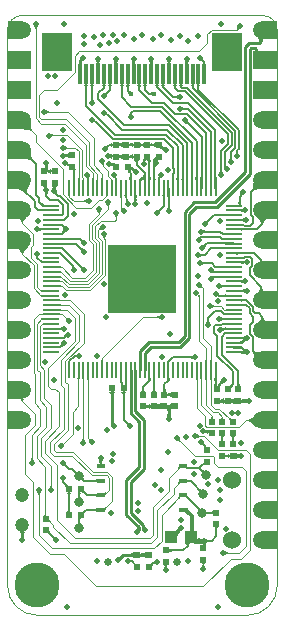
<source format=gbl>
G04*
G04 #@! TF.GenerationSoftware,Altium Limited,Altium Designer,25.0.1 (26)*
G04*
G04 Layer_Physical_Order=4*
G04 Layer_Color=3381759*
%FSLAX25Y25*%
%MOIN*%
G70*
G04*
G04 #@! TF.SameCoordinates,5D196012-D927-4492-92D9-CD159FF3DA83*
G04*
G04*
G04 #@! TF.FilePolarity,Positive*
G04*
G01*
G75*
%ADD10C,0.00984*%
%ADD11C,0.01181*%
%ADD12C,0.00591*%
%ADD13C,0.00787*%
%ADD14C,0.00394*%
%ADD28R,0.02362X0.01968*%
%ADD40R,0.01968X0.02362*%
%ADD41R,0.04331X0.03937*%
%ADD76C,0.00492*%
%ADD78C,0.00906*%
%ADD80C,0.00748*%
%ADD82C,0.02559*%
%ADD83C,0.05906*%
%ADD84R,0.05906X0.05906*%
%ADD85C,0.06000*%
%ADD86R,0.05000X0.05906*%
%ADD87R,0.05906X0.05906*%
%ADD88C,0.15000*%
%ADD89C,0.01968*%
%ADD90C,0.01772*%
%ADD91R,0.02953X0.01575*%
%ADD92R,0.22520X0.22520*%
%ADD93O,0.00984X0.05709*%
%ADD94O,0.05709X0.00984*%
%ADD95C,0.04724*%
%ADD96C,0.03150*%
%ADD97R,0.09843X0.12598*%
%ADD98R,0.01378X0.07087*%
%ADD99C,0.01575*%
G36*
X72864Y112461D02*
X72814Y112491D01*
X72757Y112518D01*
X72695Y112541D01*
X72626Y112562D01*
X72550Y112579D01*
X72469Y112593D01*
X72287Y112612D01*
X72187Y112617D01*
X72080Y112618D01*
Y113209D01*
X72187Y113210D01*
X72469Y113234D01*
X72550Y113248D01*
X72626Y113265D01*
X72695Y113286D01*
X72757Y113309D01*
X72814Y113336D01*
X72864Y113366D01*
Y112461D01*
D02*
G37*
G36*
X17199Y113327D02*
X17264Y113291D01*
X17330Y113260D01*
X17399Y113234D01*
X17470Y113211D01*
X17543Y113192D01*
X17617Y113178D01*
X17694Y113168D01*
X17773Y113162D01*
X17854Y113159D01*
Y112667D01*
X17773Y112665D01*
X17694Y112659D01*
X17617Y112649D01*
X17543Y112634D01*
X17470Y112616D01*
X17399Y112593D01*
X17330Y112566D01*
X17264Y112535D01*
X17199Y112500D01*
X17136Y112461D01*
Y113366D01*
X17199Y113327D01*
D02*
G37*
G36*
X68024Y113147D02*
X68219Y113120D01*
X68316Y113113D01*
X68509Y113111D01*
X68604Y113116D01*
X68795Y113138D01*
X68889Y113155D01*
X69236Y112610D01*
X69151Y112596D01*
X69072Y112573D01*
X68999Y112539D01*
X68934Y112495D01*
X68875Y112441D01*
X68823Y112376D01*
X68778Y112301D01*
X68739Y112216D01*
X68707Y112120D01*
X68682Y112014D01*
X67926Y113166D01*
X68024Y113147D01*
D02*
G37*
G36*
X78625Y111744D02*
X78672Y111743D01*
X78822Y111743D01*
X78853Y110955D01*
X78703Y110955D01*
X78634Y110950D01*
X78637Y110663D01*
X78576Y110719D01*
X78511Y110768D01*
X78443Y110812D01*
X78369Y110850D01*
X78292Y110882D01*
X78211Y110908D01*
X78164Y110920D01*
X78032Y110911D01*
X77990Y110899D01*
X77963Y110886D01*
Y110950D01*
X77942Y110952D01*
X77844Y110955D01*
X77835Y111743D01*
X77933Y111746D01*
X77963Y111749D01*
Y111791D01*
X77984Y111782D01*
X78020Y111774D01*
X78071Y111766D01*
X78088Y111765D01*
X78116Y111769D01*
X78201Y111790D01*
X78282Y111817D01*
X78359Y111850D01*
X78431Y111889D01*
X78499Y111934D01*
X78563Y111984D01*
X78622Y112041D01*
X78625Y111744D01*
D02*
G37*
G36*
X17199Y111752D02*
X17264Y111717D01*
X17330Y111686D01*
X17399Y111659D01*
X17470Y111636D01*
X17543Y111618D01*
X17617Y111603D01*
X17694Y111593D01*
X17773Y111587D01*
X17854Y111585D01*
Y111092D01*
X17773Y111090D01*
X17694Y111084D01*
X17617Y111074D01*
X17543Y111059D01*
X17470Y111041D01*
X17399Y111018D01*
X17330Y110992D01*
X17264Y110960D01*
X17199Y110925D01*
X17136Y110886D01*
Y111791D01*
X17199Y111752D01*
D02*
G37*
G36*
X72864Y109311D02*
X72814Y109341D01*
X72757Y109368D01*
X72695Y109392D01*
X72626Y109412D01*
X72550Y109429D01*
X72469Y109443D01*
X72287Y109462D01*
X72187Y109467D01*
X72080Y109468D01*
Y110059D01*
X72187Y110061D01*
X72469Y110084D01*
X72550Y110098D01*
X72626Y110116D01*
X72695Y110136D01*
X72757Y110160D01*
X72814Y110186D01*
X72864Y110216D01*
Y109311D01*
D02*
G37*
G36*
X17199Y110177D02*
X17264Y110142D01*
X17330Y110111D01*
X17399Y110084D01*
X17470Y110061D01*
X17543Y110043D01*
X17617Y110028D01*
X17694Y110018D01*
X17773Y110012D01*
X17854Y110010D01*
Y109518D01*
X17773Y109516D01*
X17694Y109510D01*
X17617Y109499D01*
X17543Y109485D01*
X17470Y109466D01*
X17399Y109443D01*
X17330Y109417D01*
X17264Y109386D01*
X17199Y109351D01*
X17136Y109311D01*
Y110216D01*
X17199Y110177D01*
D02*
G37*
G36*
X71204Y110378D02*
X71283Y110311D01*
X71363Y110252D01*
X71444Y110201D01*
X71526Y110158D01*
X71609Y110122D01*
X71693Y110094D01*
X71779Y110075D01*
X71865Y110063D01*
X71953Y110059D01*
Y109468D01*
X71865Y109465D01*
X71779Y109453D01*
X71693Y109433D01*
X71609Y109406D01*
X71526Y109370D01*
X71444Y109327D01*
X71363Y109276D01*
X71283Y109216D01*
X71204Y109150D01*
X71126Y109075D01*
Y110453D01*
X71204Y110378D01*
D02*
G37*
G36*
X64859Y110097D02*
X64880Y109876D01*
X64899Y109775D01*
X64924Y109681D01*
X64955Y109593D01*
X64992Y109513D01*
X65035Y109439D01*
X65084Y109371D01*
X65138Y109310D01*
X64790Y108962D01*
X64729Y109017D01*
X64662Y109065D01*
X64588Y109108D01*
X64507Y109145D01*
X64420Y109176D01*
X64326Y109202D01*
X64225Y109221D01*
X64117Y109234D01*
X64003Y109242D01*
X63883Y109244D01*
X64857Y110218D01*
X64859Y110097D01*
D02*
G37*
G36*
X79041Y107500D02*
X78981Y107556D01*
X78917Y107606D01*
X78849Y107651D01*
X78776Y107689D01*
X78699Y107721D01*
X78618Y107748D01*
X78533Y107769D01*
X78465Y107780D01*
X77987Y107748D01*
X77963Y107737D01*
Y108641D01*
X77987Y108630D01*
X78026Y108620D01*
X78079Y108611D01*
X78225Y108597D01*
X78402Y108591D01*
X78443Y108595D01*
X78533Y108609D01*
X78618Y108630D01*
X78699Y108657D01*
X78776Y108689D01*
X78849Y108727D01*
X78917Y108772D01*
X78981Y108822D01*
X79041Y108878D01*
Y107500D01*
D02*
G37*
G36*
X12037Y107737D02*
X11974Y107776D01*
X11910Y107811D01*
X11843Y107842D01*
X11774Y107869D01*
X11703Y107891D01*
X11631Y107910D01*
X11556Y107924D01*
X11479Y107935D01*
X11400Y107941D01*
X11319Y107943D01*
Y108435D01*
X11400Y108437D01*
X11479Y108443D01*
X11556Y108454D01*
X11631Y108468D01*
X11703Y108487D01*
X11774Y108509D01*
X11843Y108536D01*
X11910Y108567D01*
X11974Y108602D01*
X12037Y108641D01*
Y107737D01*
D02*
G37*
G36*
X84956Y109249D02*
X85002Y109051D01*
X85079Y108856D01*
X85186Y108663D01*
X85324Y108473D01*
X85493Y108285D01*
X85692Y108100D01*
X85922Y107917D01*
X86183Y107736D01*
X86474Y107559D01*
X82959Y107134D01*
X83223Y107396D01*
X83669Y107901D01*
X83850Y108143D01*
X84003Y108378D01*
X84128Y108606D01*
X84225Y108827D01*
X84295Y109041D01*
X84337Y109249D01*
X84350Y109449D01*
X84941D01*
X84956Y109249D01*
D02*
G37*
G36*
X63892Y107070D02*
X63885Y107025D01*
X63885Y106978D01*
X63892Y106931D01*
X63906Y106882D01*
X63927Y106833D01*
X63955Y106783D01*
X63991Y106732D01*
X64033Y106681D01*
X64083Y106628D01*
X63735Y106280D01*
X63677Y106335D01*
X63620Y106383D01*
X63564Y106424D01*
X63510Y106459D01*
X63457Y106486D01*
X63405Y106507D01*
X63354Y106521D01*
X63305Y106527D01*
X63256Y106527D01*
X63209Y106520D01*
X63906Y107115D01*
X63892Y107070D01*
D02*
G37*
G36*
X72864Y106162D02*
X72814Y106192D01*
X72757Y106218D01*
X72695Y106242D01*
X72626Y106262D01*
X72550Y106280D01*
X72469Y106294D01*
X72287Y106313D01*
X72187Y106317D01*
X72080Y106319D01*
Y106909D01*
X72187Y106911D01*
X72469Y106934D01*
X72550Y106949D01*
X72626Y106966D01*
X72695Y106986D01*
X72757Y107010D01*
X72814Y107037D01*
X72864Y107066D01*
Y106162D01*
D02*
G37*
G36*
X12037D02*
X11974Y106201D01*
X11910Y106236D01*
X11843Y106267D01*
X11774Y106294D01*
X11703Y106316D01*
X11631Y106335D01*
X11556Y106350D01*
X11479Y106360D01*
X11400Y106366D01*
X11319Y106368D01*
Y106860D01*
X11400Y106862D01*
X11479Y106869D01*
X11556Y106879D01*
X11631Y106893D01*
X11703Y106912D01*
X11774Y106934D01*
X11843Y106961D01*
X11910Y106992D01*
X11974Y107027D01*
X12037Y107066D01*
Y106162D01*
D02*
G37*
G36*
X78013Y105462D02*
X78069Y105435D01*
X78132Y105412D01*
X78201Y105391D01*
X78276Y105374D01*
X78358Y105360D01*
X78540Y105341D01*
X78640Y105336D01*
X78746Y105335D01*
Y104744D01*
X78640Y104743D01*
X78358Y104719D01*
X78276Y104705D01*
X78201Y104688D01*
X78132Y104667D01*
X78069Y104644D01*
X78013Y104617D01*
X77963Y104587D01*
Y105492D01*
X78013Y105462D01*
D02*
G37*
G36*
X17199Y105452D02*
X17264Y105417D01*
X17330Y105386D01*
X17399Y105360D01*
X17470Y105337D01*
X17543Y105318D01*
X17617Y105304D01*
X17694Y105294D01*
X17773Y105288D01*
X17854Y105285D01*
Y104793D01*
X17773Y104791D01*
X17694Y104785D01*
X17617Y104775D01*
X17543Y104760D01*
X17470Y104742D01*
X17399Y104719D01*
X17330Y104692D01*
X17264Y104661D01*
X17199Y104626D01*
X17136Y104587D01*
Y105492D01*
X17199Y105452D01*
D02*
G37*
G36*
Y103878D02*
X17264Y103843D01*
X17330Y103812D01*
X17399Y103785D01*
X17470Y103762D01*
X17543Y103744D01*
X17617Y103729D01*
X17694Y103719D01*
X17773Y103713D01*
X17854Y103711D01*
Y103218D01*
X17773Y103216D01*
X17694Y103210D01*
X17617Y103200D01*
X17543Y103185D01*
X17470Y103167D01*
X17399Y103144D01*
X17330Y103118D01*
X17264Y103086D01*
X17199Y103051D01*
X17136Y103012D01*
Y103917D01*
X17199Y103878D01*
D02*
G37*
G36*
X78013Y103887D02*
X78069Y103860D01*
X78132Y103837D01*
X78201Y103816D01*
X78276Y103799D01*
X78358Y103785D01*
X78540Y103766D01*
X78640Y103761D01*
X78746Y103760D01*
Y103169D01*
X78640Y103168D01*
X78358Y103144D01*
X78276Y103130D01*
X78201Y103113D01*
X78132Y103092D01*
X78069Y103069D01*
X78013Y103042D01*
X77963Y103012D01*
Y103917D01*
X78013Y103887D01*
D02*
G37*
G36*
X68289Y103605D02*
X68461Y103463D01*
X68546Y103405D01*
X68630Y103357D01*
X68714Y103317D01*
X68797Y103286D01*
X68880Y103264D01*
X68962Y103251D01*
X69044Y103246D01*
Y102754D01*
X68962Y102750D01*
X68880Y102736D01*
X68797Y102714D01*
X68714Y102683D01*
X68630Y102643D01*
X68546Y102594D01*
X68461Y102537D01*
X68375Y102471D01*
X68289Y102395D01*
X68203Y102311D01*
Y103689D01*
X68289Y103605D01*
D02*
G37*
G36*
X17199Y102303D02*
X17264Y102268D01*
X17330Y102237D01*
X17399Y102210D01*
X17470Y102187D01*
X17543Y102169D01*
X17617Y102154D01*
X17694Y102144D01*
X17773Y102138D01*
X17854Y102136D01*
Y101644D01*
X17773Y101642D01*
X17694Y101636D01*
X17617Y101625D01*
X17543Y101611D01*
X17470Y101592D01*
X17399Y101569D01*
X17330Y101543D01*
X17264Y101512D01*
X17199Y101477D01*
X17136Y101437D01*
Y102342D01*
X17199Y102303D01*
D02*
G37*
G36*
Y100728D02*
X17264Y100693D01*
X17330Y100662D01*
X17399Y100635D01*
X17470Y100613D01*
X17543Y100594D01*
X17617Y100580D01*
X17694Y100569D01*
X17773Y100563D01*
X17854Y100561D01*
Y100069D01*
X17773Y100067D01*
X17694Y100061D01*
X17617Y100050D01*
X17543Y100036D01*
X17470Y100017D01*
X17399Y99995D01*
X17330Y99968D01*
X17264Y99937D01*
X17199Y99902D01*
X17136Y99863D01*
Y100767D01*
X17199Y100728D01*
D02*
G37*
G36*
X12037Y99863D02*
X11974Y99902D01*
X11910Y99937D01*
X11843Y99968D01*
X11774Y99995D01*
X11703Y100017D01*
X11631Y100036D01*
X11556Y100050D01*
X11479Y100061D01*
X11400Y100067D01*
X11319Y100069D01*
Y100561D01*
X11400Y100563D01*
X11479Y100569D01*
X11556Y100580D01*
X11631Y100594D01*
X11703Y100613D01*
X11774Y100635D01*
X11843Y100662D01*
X11910Y100693D01*
X11974Y100728D01*
X12037Y100767D01*
Y99863D01*
D02*
G37*
G36*
X50797Y98701D02*
X50711Y98785D01*
X50539Y98927D01*
X50454Y98984D01*
X50370Y99033D01*
X50286Y99073D01*
X50203Y99104D01*
X50120Y99126D01*
X50038Y99139D01*
X49957Y99144D01*
Y99636D01*
X50038Y99640D01*
X50120Y99654D01*
X50203Y99676D01*
X50286Y99707D01*
X50370Y99747D01*
X50454Y99795D01*
X50539Y99853D01*
X50625Y99919D01*
X50711Y99995D01*
X50797Y100079D01*
Y98701D01*
D02*
G37*
G36*
X71261Y99420D02*
X71323Y99368D01*
X71390Y99322D01*
X71461Y99282D01*
X71536Y99248D01*
X71616Y99221D01*
X71701Y99199D01*
X71790Y99184D01*
X71884Y99175D01*
X71982Y99172D01*
X71952Y98523D01*
X72045Y99172D01*
X72864Y99192D01*
Y98288D01*
X72829Y98306D01*
X72781Y98322D01*
X72720Y98337D01*
X72646Y98349D01*
X72459Y98369D01*
X72222Y98380D01*
X71942Y98384D01*
X71848Y98381D01*
X71754Y98373D01*
X71665Y98359D01*
X71579Y98339D01*
X71497Y98313D01*
X71419Y98282D01*
X71345Y98246D01*
X71274Y98203D01*
X71208Y98155D01*
X71146Y98101D01*
X71204Y99478D01*
X71261Y99420D01*
D02*
G37*
G36*
X12037Y98288D02*
X11974Y98327D01*
X11910Y98362D01*
X11843Y98393D01*
X11774Y98420D01*
X11703Y98443D01*
X11631Y98461D01*
X11556Y98475D01*
X11479Y98486D01*
X11400Y98492D01*
X11319Y98494D01*
Y98986D01*
X11400Y98988D01*
X11479Y98994D01*
X11556Y99005D01*
X11631Y99019D01*
X11703Y99038D01*
X11774Y99060D01*
X11843Y99087D01*
X11910Y99118D01*
X11974Y99153D01*
X12037Y99192D01*
Y98288D01*
D02*
G37*
G36*
X19643Y99211D02*
X19711Y99162D01*
X19785Y99119D01*
X19866Y99082D01*
X19953Y99051D01*
X20047Y99026D01*
X20148Y99007D01*
X20255Y98993D01*
X20369Y98986D01*
X20490Y98984D01*
X19516Y98010D01*
X19514Y98131D01*
X19493Y98352D01*
X19474Y98453D01*
X19449Y98547D01*
X19418Y98634D01*
X19381Y98715D01*
X19338Y98789D01*
X19289Y98857D01*
X19234Y98918D01*
X19582Y99265D01*
X19643Y99211D01*
D02*
G37*
G36*
X67302Y98241D02*
X67311Y98147D01*
X67326Y98057D01*
X67346Y97972D01*
X67373Y97891D01*
X67405Y97814D01*
X67444Y97741D01*
X67488Y97673D01*
X67538Y97609D01*
X67594Y97549D01*
X66216D01*
X66272Y97609D01*
X66322Y97673D01*
X66367Y97741D01*
X66405Y97814D01*
X66438Y97891D01*
X66464Y97972D01*
X66485Y98057D01*
X66500Y98147D01*
X66509Y98241D01*
X66511Y98339D01*
X67299D01*
X67302Y98241D01*
D02*
G37*
G36*
X85351Y99410D02*
X85400Y99204D01*
X85481Y98989D01*
X85595Y98764D01*
X85741Y98529D01*
X85919Y98284D01*
X86131Y98030D01*
X86374Y97766D01*
X86959Y97209D01*
X83100Y97261D01*
X83413Y97533D01*
X83939Y98052D01*
X84152Y98299D01*
X84333Y98538D01*
X84481Y98768D01*
X84596Y98990D01*
X84678Y99204D01*
X84728Y99409D01*
X84744Y99606D01*
X85335D01*
X85351Y99410D01*
D02*
G37*
G36*
X72864Y96713D02*
X72839Y96724D01*
X72801Y96734D01*
X72748Y96743D01*
X72601Y96757D01*
X72276Y96769D01*
X71989Y96772D01*
Y97559D01*
X72139Y97560D01*
X72839Y97606D01*
X72864Y97618D01*
Y96713D01*
D02*
G37*
G36*
Y95138D02*
X72850Y95142D01*
X72821Y95146D01*
X72718Y95152D01*
X72489Y95154D01*
X72411Y95145D01*
X72327Y95128D01*
X72251Y95104D01*
X72185Y95073D01*
X72127Y95035D01*
X72077Y94990D01*
X72036Y94938D01*
X72004Y94879D01*
X71980Y94814D01*
X71351Y96010D01*
X71396Y95998D01*
X71456Y95987D01*
X71622Y95969D01*
X71985Y95952D01*
X72134Y95951D01*
X72646Y95981D01*
X72720Y95994D01*
X72781Y96008D01*
X72829Y96025D01*
X72864Y96043D01*
Y95138D01*
D02*
G37*
G36*
X18214Y94902D02*
X18137Y94976D01*
X18058Y95043D01*
X17978Y95102D01*
X17897Y95153D01*
X17815Y95197D01*
X17732Y95232D01*
X17647Y95260D01*
X17583Y95275D01*
X17531Y95270D01*
X17449Y95256D01*
X17374Y95239D01*
X17305Y95218D01*
X17243Y95195D01*
X17186Y95168D01*
X17136Y95138D01*
Y96043D01*
X17186Y96013D01*
X17243Y95986D01*
X17305Y95963D01*
X17374Y95942D01*
X17449Y95925D01*
X17531Y95911D01*
X17580Y95906D01*
X17647Y95921D01*
X17732Y95949D01*
X17815Y95984D01*
X17897Y96027D01*
X17978Y96079D01*
X18058Y96138D01*
X18137Y96205D01*
X18214Y96280D01*
Y94902D01*
D02*
G37*
G36*
X79041Y92150D02*
X79734Y91457D01*
X79652Y91454D01*
X79571Y91444D01*
X79492Y91427D01*
X79413Y91403D01*
X79336Y91371D01*
X79260Y91333D01*
X79185Y91287D01*
X79111Y91234D01*
X79038Y91174D01*
X78967Y91107D01*
X78949Y91125D01*
X78122Y90520D01*
X77545Y91344D01*
X78544Y91817D01*
X78590Y91882D01*
X78636Y91956D01*
X78652Y91989D01*
X78618Y92000D01*
X78533Y92021D01*
X78465Y92032D01*
X77987Y92000D01*
X77963Y91989D01*
Y92893D01*
X77987Y92882D01*
X78026Y92872D01*
X78079Y92863D01*
X78225Y92849D01*
X78402Y92843D01*
X78443Y92847D01*
X78533Y92861D01*
X78618Y92882D01*
X78699Y92909D01*
X78776Y92941D01*
X78849Y92979D01*
X78917Y93024D01*
X78981Y93074D01*
X79041Y93130D01*
Y92150D01*
D02*
G37*
G36*
X17186Y92863D02*
X17243Y92837D01*
X17305Y92813D01*
X17374Y92793D01*
X17449Y92775D01*
X17531Y92761D01*
X17713Y92743D01*
X17813Y92738D01*
X17920Y92736D01*
Y92146D01*
X17813Y92144D01*
X17531Y92121D01*
X17449Y92106D01*
X17374Y92089D01*
X17305Y92069D01*
X17243Y92045D01*
X17186Y92019D01*
X17136Y91989D01*
Y92893D01*
X17186Y92863D01*
D02*
G37*
G36*
X19006Y89685D02*
X18898Y89683D01*
X18795Y89675D01*
X18697Y89660D01*
X18603Y89639D01*
X18515Y89611D01*
X18431Y89578D01*
X18352Y89537D01*
X18277Y89491D01*
X18208Y89438D01*
X18143Y89379D01*
X17726Y89797D01*
X17785Y89861D01*
X17837Y89931D01*
X17884Y90005D01*
X17924Y90084D01*
X17958Y90168D01*
X17985Y90257D01*
X18006Y90350D01*
X18021Y90448D01*
X18030Y90552D01*
X18032Y90659D01*
X19006Y89685D01*
D02*
G37*
G36*
X78949Y89032D02*
X78967Y89050D01*
X79038Y88983D01*
X79111Y88923D01*
X79185Y88870D01*
X79260Y88825D01*
X79336Y88786D01*
X79413Y88755D01*
X79492Y88731D01*
X79571Y88713D01*
X79652Y88704D01*
X79734Y88701D01*
X79041Y88008D01*
Y87028D01*
X78981Y87084D01*
X78917Y87134D01*
X78849Y87178D01*
X78776Y87217D01*
X78699Y87249D01*
X78618Y87276D01*
X78533Y87296D01*
X78465Y87307D01*
X77987Y87275D01*
X77963Y87264D01*
Y88169D01*
X77987Y88158D01*
X78026Y88148D01*
X78079Y88139D01*
X78225Y88125D01*
X78402Y88118D01*
X78443Y88122D01*
X78533Y88137D01*
X78618Y88157D01*
X78652Y88169D01*
X78636Y88201D01*
X78590Y88276D01*
X78537Y88350D01*
X78477Y88422D01*
X78471Y88428D01*
X78424Y88474D01*
X78147Y88708D01*
X78026Y88791D01*
X77916Y88851D01*
X77819Y88889D01*
X77733Y88904D01*
X77658Y88897D01*
X77596Y88867D01*
X77545Y88814D01*
X78122Y89638D01*
X78949Y89032D01*
D02*
G37*
G36*
X23221Y85898D02*
X23171Y85957D01*
X23117Y86009D01*
X23057Y86055D01*
X22992Y86094D01*
X22922Y86128D01*
X22848Y86156D01*
X22768Y86177D01*
X22684Y86193D01*
X22594Y86202D01*
X22500Y86205D01*
Y86795D01*
X22594Y86798D01*
X22684Y86808D01*
X22768Y86823D01*
X22848Y86844D01*
X22922Y86872D01*
X22992Y86906D01*
X23057Y86945D01*
X23117Y86991D01*
X23171Y87043D01*
X23221Y87102D01*
Y85898D01*
D02*
G37*
G36*
X82250Y88187D02*
X82421Y88075D01*
X82612Y87983D01*
X82821Y87911D01*
X83049Y87860D01*
X83297Y87829D01*
X83564Y87818D01*
X83850Y87827D01*
X84155Y87857D01*
X84479Y87906D01*
X82094Y85521D01*
X82143Y85845D01*
X82173Y86150D01*
X82182Y86436D01*
X82171Y86703D01*
X82140Y86950D01*
X82089Y87179D01*
X82017Y87388D01*
X81925Y87578D01*
X81813Y87749D01*
X81681Y87901D01*
X82099Y88319D01*
X82250Y88187D01*
D02*
G37*
G36*
X61797Y85342D02*
X61737Y85399D01*
X61673Y85449D01*
X61604Y85493D01*
X61532Y85531D01*
X61455Y85564D01*
X61374Y85590D01*
X61289Y85611D01*
X61199Y85626D01*
X61105Y85635D01*
X61007Y85638D01*
Y86425D01*
X61105Y86428D01*
X61199Y86437D01*
X61289Y86452D01*
X61374Y86472D01*
X61455Y86499D01*
X61532Y86531D01*
X61604Y86570D01*
X61673Y86614D01*
X61737Y86664D01*
X61797Y86720D01*
Y85342D01*
D02*
G37*
G36*
X68083Y84899D02*
X68089Y84820D01*
X68099Y84743D01*
X68114Y84669D01*
X68132Y84596D01*
X68155Y84525D01*
X68182Y84456D01*
X68213Y84390D01*
X68248Y84325D01*
X68287Y84262D01*
X67382D01*
X67422Y84325D01*
X67457Y84390D01*
X67488Y84456D01*
X67514Y84525D01*
X67537Y84596D01*
X67556Y84669D01*
X67570Y84743D01*
X67580Y84820D01*
X67586Y84899D01*
X67589Y84980D01*
X68081D01*
X68083Y84899D01*
D02*
G37*
G36*
X66508D02*
X66514Y84820D01*
X66524Y84743D01*
X66539Y84669D01*
X66558Y84596D01*
X66580Y84525D01*
X66607Y84456D01*
X66638Y84390D01*
X66673Y84325D01*
X66712Y84262D01*
X65808D01*
X65847Y84325D01*
X65882Y84390D01*
X65913Y84456D01*
X65939Y84525D01*
X65962Y84596D01*
X65981Y84669D01*
X65995Y84743D01*
X66005Y84820D01*
X66012Y84899D01*
X66014Y84980D01*
X66506D01*
X66508Y84899D01*
D02*
G37*
G36*
X31862D02*
X31868Y84820D01*
X31879Y84743D01*
X31893Y84669D01*
X31912Y84596D01*
X31934Y84525D01*
X31961Y84456D01*
X31992Y84390D01*
X32027Y84325D01*
X32066Y84262D01*
X31162D01*
X31201Y84325D01*
X31236Y84390D01*
X31267Y84456D01*
X31294Y84525D01*
X31317Y84596D01*
X31335Y84669D01*
X31350Y84743D01*
X31360Y84820D01*
X31366Y84899D01*
X31368Y84980D01*
X31860D01*
X31862Y84899D01*
D02*
G37*
G36*
X68248Y79100D02*
X68213Y79036D01*
X68182Y78969D01*
X68155Y78900D01*
X68132Y78829D01*
X68114Y78756D01*
X68099Y78682D01*
X68089Y78605D01*
X68083Y78526D01*
X68081Y78445D01*
X67589D01*
X67586Y78526D01*
X67580Y78605D01*
X67570Y78682D01*
X67556Y78756D01*
X67537Y78829D01*
X67514Y78900D01*
X67488Y78969D01*
X67457Y79036D01*
X67422Y79100D01*
X67382Y79163D01*
X68287D01*
X68248Y79100D01*
D02*
G37*
G36*
X66673D02*
X66638Y79036D01*
X66607Y78969D01*
X66580Y78900D01*
X66558Y78829D01*
X66539Y78756D01*
X66524Y78682D01*
X66514Y78605D01*
X66508Y78526D01*
X66506Y78445D01*
X66014D01*
X66012Y78526D01*
X66005Y78605D01*
X65995Y78682D01*
X65981Y78756D01*
X65962Y78829D01*
X65939Y78900D01*
X65913Y78969D01*
X65882Y79036D01*
X65847Y79100D01*
X65808Y79163D01*
X66712D01*
X66673Y79100D01*
D02*
G37*
G36*
X65098D02*
X65063Y79036D01*
X65032Y78969D01*
X65005Y78900D01*
X64983Y78829D01*
X64964Y78756D01*
X64950Y78682D01*
X64939Y78605D01*
X64933Y78526D01*
X64931Y78445D01*
X64439D01*
X64437Y78526D01*
X64431Y78605D01*
X64420Y78682D01*
X64406Y78756D01*
X64387Y78829D01*
X64365Y78900D01*
X64338Y78969D01*
X64307Y79036D01*
X64272Y79100D01*
X64233Y79163D01*
X65137D01*
X65098Y79100D01*
D02*
G37*
G36*
X63523D02*
X63488Y79036D01*
X63457Y78969D01*
X63431Y78900D01*
X63408Y78829D01*
X63389Y78756D01*
X63375Y78682D01*
X63364Y78605D01*
X63358Y78526D01*
X63356Y78445D01*
X62864D01*
X62862Y78526D01*
X62856Y78605D01*
X62846Y78682D01*
X62831Y78756D01*
X62813Y78829D01*
X62790Y78900D01*
X62763Y78969D01*
X62732Y79036D01*
X62697Y79100D01*
X62658Y79163D01*
X63563D01*
X63523Y79100D01*
D02*
G37*
G36*
X27303D02*
X27268Y79036D01*
X27237Y78969D01*
X27210Y78900D01*
X27187Y78829D01*
X27169Y78756D01*
X27154Y78682D01*
X27144Y78605D01*
X27138Y78526D01*
X27136Y78445D01*
X26644D01*
X26642Y78526D01*
X26635Y78605D01*
X26625Y78682D01*
X26611Y78756D01*
X26592Y78829D01*
X26570Y78900D01*
X26543Y78969D01*
X26512Y79036D01*
X26477Y79100D01*
X26438Y79163D01*
X27342D01*
X27303Y79100D01*
D02*
G37*
G36*
X25728D02*
X25693Y79036D01*
X25662Y78969D01*
X25635Y78900D01*
X25613Y78829D01*
X25594Y78756D01*
X25580Y78682D01*
X25569Y78605D01*
X25563Y78526D01*
X25561Y78445D01*
X25069D01*
X25067Y78526D01*
X25061Y78605D01*
X25050Y78682D01*
X25036Y78756D01*
X25017Y78829D01*
X24995Y78900D01*
X24968Y78969D01*
X24937Y79036D01*
X24902Y79100D01*
X24863Y79163D01*
X25767D01*
X25728Y79100D01*
D02*
G37*
G36*
X24086Y79004D02*
X24053Y78977D01*
X24024Y78943D01*
X23998Y78901D01*
X23975Y78852D01*
X23956Y78796D01*
X23940Y78732D01*
X23928Y78661D01*
X23919Y78582D01*
X23912Y78403D01*
X23420Y78495D01*
X23419Y78586D01*
X23399Y78827D01*
X23387Y78897D01*
X23373Y78961D01*
X23355Y79020D01*
X23336Y79073D01*
X23313Y79121D01*
X23288Y79163D01*
X24086Y79004D01*
D02*
G37*
G36*
X54102Y79138D02*
X54093Y79100D01*
X54084Y79048D01*
X54070Y78901D01*
X54057Y78576D01*
X54055Y78290D01*
X53268D01*
X53267Y78440D01*
X53220Y79138D01*
X53209Y79163D01*
X54114D01*
X54102Y79138D01*
D02*
G37*
G36*
X69851Y79138D02*
X69841Y79100D01*
X69832Y79048D01*
X69818Y78900D01*
X69806Y78575D01*
X69803Y78288D01*
X69016D01*
X69015Y78439D01*
X68968Y79138D01*
X68957Y79163D01*
X69862D01*
X69851Y79138D01*
D02*
G37*
G36*
X49378D02*
X49368Y79100D01*
X49359Y79048D01*
X49345Y78900D01*
X49333Y78575D01*
X49331Y78288D01*
X48543D01*
X48543Y78439D01*
X48496Y79138D01*
X48485Y79163D01*
X49389D01*
X49378Y79138D01*
D02*
G37*
G36*
X47803Y79138D02*
X47793Y79100D01*
X47785Y79048D01*
X47771Y78900D01*
X47758Y78575D01*
X47756Y78288D01*
X46968D01*
X46968Y78439D01*
X46921Y79138D01*
X46910Y79163D01*
X47815D01*
X47803Y79138D01*
D02*
G37*
G36*
X39929D02*
X39919Y79100D01*
X39911Y79048D01*
X39897Y78900D01*
X39884Y78575D01*
X39882Y78288D01*
X39094D01*
X39094Y78439D01*
X39047Y79138D01*
X39036Y79163D01*
X39940D01*
X39929Y79138D01*
D02*
G37*
G36*
X38355D02*
X38345Y79100D01*
X38336Y79048D01*
X38322Y78900D01*
X38309Y78575D01*
X38307Y78288D01*
X37520D01*
X37519Y78439D01*
X37472Y79138D01*
X37461Y79163D01*
X38366D01*
X38355Y79138D01*
D02*
G37*
G36*
X72037Y77362D02*
X71955Y77359D01*
X71874Y77350D01*
X71795Y77333D01*
X71716Y77308D01*
X71639Y77277D01*
X71563Y77238D01*
X71488Y77193D01*
X71414Y77140D01*
X71342Y77080D01*
X71270Y77013D01*
X70713Y77569D01*
X70781Y77641D01*
X70841Y77713D01*
X70893Y77787D01*
X70939Y77862D01*
X70978Y77938D01*
X71009Y78015D01*
X71033Y78094D01*
X71050Y78174D01*
X71060Y78254D01*
X71063Y78337D01*
X72037Y77362D01*
D02*
G37*
G36*
X38624Y77255D02*
X38637Y77075D01*
X38649Y77002D01*
X38664Y76940D01*
X38683Y76889D01*
X38705Y76850D01*
X38730Y76822D01*
X38759Y76805D01*
X38791Y76799D01*
X37847D01*
X37835Y77362D01*
X38622D01*
X38624Y77255D01*
D02*
G37*
G36*
X77406Y77041D02*
X77417Y76905D01*
X77437Y76785D01*
X77465Y76681D01*
X77500Y76593D01*
X77543Y76521D01*
X77595Y76465D01*
X77653Y76425D01*
X77720Y76401D01*
X77795Y76393D01*
X76221D01*
X76295Y76401D01*
X76362Y76425D01*
X76421Y76465D01*
X76473Y76521D01*
X76516Y76593D01*
X76551Y76681D01*
X76579Y76785D01*
X76598Y76905D01*
X76610Y77041D01*
X76614Y77193D01*
X77402D01*
X77406Y77041D01*
D02*
G37*
G36*
X69807Y77041D02*
X69819Y76906D01*
X69839Y76786D01*
X69866Y76683D01*
X69902Y76595D01*
X69945Y76523D01*
X69996Y76467D01*
X70055Y76426D01*
X70122Y76402D01*
X70138Y76400D01*
X70163Y76416D01*
X70187Y76445D01*
X70207Y76485D01*
X70225Y76535D01*
X70239Y76597D01*
X70250Y76670D01*
X70258Y76755D01*
X70264Y76957D01*
X71052D01*
X71052Y76852D01*
X71076Y76427D01*
X71083Y76411D01*
X71090Y76405D01*
X70188Y76394D01*
X70197Y76393D01*
X70143Y76394D01*
X70106Y76393D01*
X70110Y76394D01*
X68752Y76405D01*
X68802Y76413D01*
X68847Y76437D01*
X68887Y76476D01*
X68921Y76531D01*
X68950Y76602D01*
X68974Y76689D01*
X68992Y76791D01*
X69005Y76909D01*
X69016Y77193D01*
X69803D01*
X69807Y77041D01*
D02*
G37*
G36*
X75190Y76602D02*
X74622Y75489D01*
X73323Y76393D01*
X73395Y76362D01*
X73482Y76356D01*
X73583Y76376D01*
X73700Y76421D01*
X73832Y76493D01*
X73979Y76591D01*
X74140Y76714D01*
X74509Y77039D01*
X74715Y77241D01*
X75190Y76602D01*
D02*
G37*
G36*
X52760Y75230D02*
X52772Y75094D01*
X52791Y74974D01*
X52819Y74870D01*
X52854Y74782D01*
X52898Y74710D01*
X52949Y74654D01*
X53008Y74614D01*
X53075Y74590D01*
X53150Y74582D01*
X51575D01*
X51650Y74590D01*
X51717Y74614D01*
X51776Y74654D01*
X51827Y74710D01*
X51870Y74782D01*
X51906Y74870D01*
X51933Y74974D01*
X51953Y75094D01*
X51965Y75230D01*
X51968Y75382D01*
X52756D01*
X52760Y75230D01*
D02*
G37*
G36*
X49335D02*
X49346Y75094D01*
X49366Y74974D01*
X49394Y74870D01*
X49429Y74782D01*
X49472Y74710D01*
X49524Y74654D01*
X49583Y74614D01*
X49650Y74590D01*
X49724Y74582D01*
X48150D01*
X48224Y74590D01*
X48291Y74614D01*
X48350Y74654D01*
X48402Y74710D01*
X48445Y74782D01*
X48480Y74870D01*
X48508Y74974D01*
X48528Y75094D01*
X48539Y75230D01*
X48543Y75382D01*
X49331D01*
X49335Y75230D01*
D02*
G37*
G36*
X45673D02*
X45685Y75094D01*
X45705Y74974D01*
X45732Y74870D01*
X45768Y74782D01*
X45811Y74710D01*
X45862Y74654D01*
X45921Y74614D01*
X45988Y74590D01*
X46063Y74582D01*
X44488D01*
X44563Y74590D01*
X44630Y74614D01*
X44689Y74654D01*
X44740Y74710D01*
X44783Y74782D01*
X44819Y74870D01*
X44846Y74974D01*
X44866Y75094D01*
X44878Y75230D01*
X44882Y75382D01*
X45669D01*
X45673Y75230D01*
D02*
G37*
G36*
X54736Y72835D02*
X53993Y73206D01*
X53911Y73193D01*
X53807Y73165D01*
X53719Y73130D01*
X53647Y73087D01*
X53591Y73035D01*
X53551Y72976D01*
X53527Y72909D01*
X53519Y72835D01*
Y74409D01*
X53527Y74335D01*
X53551Y74268D01*
X53591Y74209D01*
X53647Y74158D01*
X53719Y74114D01*
X53807Y74079D01*
X53911Y74051D01*
X53993Y74038D01*
X54736Y74409D01*
Y72835D01*
D02*
G37*
G36*
X39213Y73673D02*
X38425D01*
X38032Y74473D01*
X39606D01*
X39213Y73673D01*
D02*
G37*
G36*
X35374Y73477D02*
X34390D01*
X33910Y74461D01*
X35854D01*
X35374Y73477D01*
D02*
G37*
G36*
X75839Y70524D02*
X75004Y70931D01*
X74988Y70927D01*
X74880Y70884D01*
X74791Y70831D01*
X74722Y70769D01*
X74673Y70697D01*
X74643Y70615D01*
X74634Y70524D01*
Y72468D01*
X74643Y72377D01*
X74673Y72295D01*
X74722Y72224D01*
X74791Y72161D01*
X74880Y72108D01*
X74988Y72065D01*
X75004Y72061D01*
X75839Y72468D01*
Y70524D01*
D02*
G37*
G36*
X72295D02*
X71460Y70931D01*
X71445Y70927D01*
X71336Y70884D01*
X71248Y70831D01*
X71179Y70769D01*
X71130Y70697D01*
X71100Y70615D01*
X71090Y70524D01*
Y72468D01*
X71100Y72377D01*
X71130Y72295D01*
X71179Y72224D01*
X71248Y72161D01*
X71336Y72108D01*
X71445Y72065D01*
X71460Y72061D01*
X72295Y72468D01*
Y70524D01*
D02*
G37*
G36*
X5731Y72130D02*
X5629Y72080D01*
X5539Y72019D01*
X5462Y71949D01*
X5396Y71869D01*
X5342Y71780D01*
X5300Y71680D01*
X5270Y71571D01*
X5252Y71452D01*
X5246Y71323D01*
X4754D01*
X4748Y71452D01*
X4730Y71571D01*
X4700Y71680D01*
X4658Y71780D01*
X4604Y71869D01*
X4538Y71949D01*
X4461Y72019D01*
X4371Y72080D01*
X4269Y72130D01*
X4155Y72171D01*
X5845D01*
X5731Y72130D01*
D02*
G37*
G36*
X78187Y72379D02*
X78216Y72299D01*
X78266Y72228D01*
X78334Y72167D01*
X78423Y72115D01*
X78531Y72073D01*
X78659Y72040D01*
X78807Y72016D01*
X78974Y72002D01*
X79110Y71999D01*
X79149Y72000D01*
X79339Y72015D01*
X79423Y72029D01*
X79501Y72047D01*
X79571Y72069D01*
X79634Y72095D01*
X79691Y72125D01*
X79740Y72159D01*
X79782Y72197D01*
X79795Y70819D01*
X79752Y70856D01*
X79703Y70889D01*
X79646Y70918D01*
X79583Y70943D01*
X79512Y70965D01*
X79435Y70982D01*
X79350Y70996D01*
X79258Y71005D01*
X79097Y71012D01*
X78974Y71008D01*
X78807Y70994D01*
X78659Y70969D01*
X78531Y70935D01*
X78423Y70891D01*
X78334Y70837D01*
X78266Y70773D01*
X78216Y70700D01*
X78187Y70617D01*
X78177Y70524D01*
Y72468D01*
X78187Y72379D01*
D02*
G37*
G36*
X51193Y68713D02*
X50358Y69120D01*
X50342Y69116D01*
X50234Y69073D01*
X50146Y69020D01*
X50077Y68958D01*
X50027Y68886D01*
X49998Y68804D01*
X49988Y68713D01*
Y70657D01*
X49998Y70566D01*
X50027Y70485D01*
X50077Y70412D01*
X50146Y70350D01*
X50234Y70297D01*
X50342Y70254D01*
X50358Y70250D01*
X51193Y70657D01*
Y68713D01*
D02*
G37*
G36*
X47650D02*
X46815Y69120D01*
X46799Y69116D01*
X46691Y69073D01*
X46602Y69020D01*
X46533Y68958D01*
X46484Y68886D01*
X46455Y68804D01*
X46445Y68713D01*
Y70657D01*
X46455Y70566D01*
X46484Y70485D01*
X46533Y70412D01*
X46602Y70350D01*
X46691Y70297D01*
X46799Y70254D01*
X46815Y70250D01*
X47650Y70657D01*
Y68713D01*
D02*
G37*
G36*
X54736Y69513D02*
X55216Y69193D01*
X55029Y69183D01*
X54862Y69153D01*
X54736Y69112D01*
Y68713D01*
X54415Y68870D01*
X54390Y68839D01*
X54321Y68711D01*
X54272Y68563D01*
X54242Y68396D01*
X54232Y68209D01*
X53248D01*
X53241Y68396D01*
X53220Y68563D01*
X53186Y68711D01*
X53138Y68839D01*
X53076Y68947D01*
X53000Y69035D01*
X52910Y69104D01*
X52807Y69153D01*
X52690Y69183D01*
X52559Y69193D01*
X53740Y70177D01*
X53752Y70169D01*
Y70177D01*
X54736Y70657D01*
Y69513D01*
D02*
G37*
G36*
X54234Y66888D02*
X54250Y66698D01*
X54264Y66613D01*
X54282Y66536D01*
X54303Y66465D01*
X54329Y66402D01*
X54358Y66345D01*
X54392Y66296D01*
X54429Y66254D01*
X53051D01*
X53089Y66296D01*
X53122Y66345D01*
X53152Y66402D01*
X53177Y66465D01*
X53199Y66536D01*
X53216Y66613D01*
X53230Y66698D01*
X53240Y66789D01*
X53248Y66994D01*
X54232D01*
X54234Y66888D01*
D02*
G37*
G36*
X71902Y65935D02*
X71909Y65850D01*
X71922Y65774D01*
X71939Y65709D01*
X71961Y65653D01*
X71988Y65608D01*
X72020Y65573D01*
X72057Y65547D01*
X72099Y65532D01*
X72146Y65527D01*
X71161D01*
X71208Y65532D01*
X71250Y65547D01*
X71287Y65573D01*
X71319Y65608D01*
X71346Y65653D01*
X71368Y65709D01*
X71385Y65774D01*
X71398Y65850D01*
X71405Y65935D01*
X71408Y66031D01*
X71900D01*
X71902Y65935D01*
D02*
G37*
G36*
X68359D02*
X68366Y65850D01*
X68378Y65774D01*
X68396Y65709D01*
X68418Y65653D01*
X68445Y65608D01*
X68477Y65573D01*
X68514Y65547D01*
X68556Y65532D01*
X68602Y65527D01*
X67618D01*
X67665Y65532D01*
X67707Y65547D01*
X67744Y65573D01*
X67776Y65608D01*
X67803Y65653D01*
X67825Y65709D01*
X67842Y65774D01*
X67854Y65850D01*
X67862Y65935D01*
X67864Y66031D01*
X68356D01*
X68359Y65935D01*
D02*
G37*
G36*
X74752Y65527D02*
X74040Y64872D01*
X74068Y64908D01*
X74081Y64951D01*
X74081Y65002D01*
X74066Y65061D01*
X74037Y65126D01*
X73994Y65200D01*
X73937Y65280D01*
X73865Y65369D01*
X73680Y65568D01*
X74056Y65887D01*
X74752Y65527D01*
D02*
G37*
G36*
X40294Y64267D02*
X40367Y64207D01*
X40441Y64154D01*
X40516Y64108D01*
X40592Y64069D01*
X40669Y64038D01*
X40747Y64014D01*
X40827Y63997D01*
X40908Y63987D01*
X40990Y63984D01*
X40016Y63010D01*
X40013Y63092D01*
X40003Y63173D01*
X39986Y63253D01*
X39962Y63331D01*
X39930Y63408D01*
X39892Y63485D01*
X39846Y63559D01*
X39793Y63633D01*
X39733Y63706D01*
X39666Y63777D01*
X40223Y64334D01*
X40294Y64267D01*
D02*
G37*
G36*
X82891Y62933D02*
X82544Y63279D01*
X81618Y64098D01*
X81348Y64299D01*
X81097Y64463D01*
X80865Y64590D01*
X80653Y64681D01*
X80460Y64736D01*
X80286Y64754D01*
Y65246D01*
X80460Y65264D01*
X80653Y65319D01*
X80865Y65410D01*
X81097Y65537D01*
X81348Y65701D01*
X81618Y65902D01*
X82216Y66411D01*
X82891Y67067D01*
Y62933D01*
D02*
G37*
G36*
X66941Y61602D02*
Y60568D01*
X66107Y60910D01*
Y61894D01*
X66941Y61602D01*
D02*
G37*
G36*
X75492Y59067D02*
X74902D01*
X74606Y59670D01*
X75787D01*
X75492Y59067D01*
D02*
G37*
G36*
X71949D02*
X71358D01*
X71063Y59670D01*
X72244D01*
X71949Y59067D01*
D02*
G37*
G36*
X63388Y60300D02*
X63559Y60158D01*
X63644Y60100D01*
X63729Y60052D01*
X63812Y60012D01*
X63896Y59981D01*
X63978Y59959D01*
X64060Y59945D01*
X64142Y59941D01*
Y59449D01*
X64060Y59444D01*
X63978Y59431D01*
X63896Y59409D01*
X63812Y59378D01*
X63729Y59338D01*
X63644Y59289D01*
X63559Y59232D01*
X63474Y59165D01*
X63388Y59090D01*
X63301Y59006D01*
Y60384D01*
X63388Y60300D01*
D02*
G37*
G36*
X25565Y58947D02*
X25579Y58864D01*
X25601Y58782D01*
X25632Y58698D01*
X25672Y58615D01*
X25721Y58530D01*
X25778Y58446D01*
X25844Y58360D01*
X25920Y58274D01*
X26004Y58188D01*
X24626D01*
X24710Y58274D01*
X24852Y58446D01*
X24909Y58530D01*
X24958Y58615D01*
X24998Y58698D01*
X25029Y58782D01*
X25051Y58864D01*
X25065Y58947D01*
X25069Y59028D01*
X25561D01*
X25565Y58947D01*
D02*
G37*
G36*
X75495Y58535D02*
X75504Y58433D01*
X75519Y58342D01*
X75539Y58264D01*
X75566Y58197D01*
X75598Y58143D01*
X75637Y58101D01*
X75681Y58071D01*
X75731Y58053D01*
X75787Y58047D01*
X74606D01*
X74662Y58053D01*
X74713Y58071D01*
X74757Y58101D01*
X74795Y58143D01*
X74828Y58197D01*
X74854Y58264D01*
X74875Y58342D01*
X74890Y58433D01*
X74899Y58535D01*
X74902Y58649D01*
X75492D01*
X75495Y58535D01*
D02*
G37*
G36*
X71952D02*
X71961Y58433D01*
X71975Y58342D01*
X71996Y58264D01*
X72023Y58197D01*
X72055Y58143D01*
X72093Y58101D01*
X72138Y58071D01*
X72188Y58053D01*
X72244Y58047D01*
X71063D01*
X71119Y58053D01*
X71169Y58071D01*
X71214Y58101D01*
X71252Y58143D01*
X71285Y58197D01*
X71311Y58264D01*
X71332Y58342D01*
X71346Y58433D01*
X71355Y58535D01*
X71358Y58649D01*
X71949D01*
X71952Y58535D01*
D02*
G37*
G36*
X57526Y58912D02*
X57547Y58691D01*
X57566Y58590D01*
X57591Y58496D01*
X57622Y58409D01*
X57659Y58328D01*
X57702Y58254D01*
X57751Y58187D01*
X57805Y58126D01*
X57457Y57778D01*
X57396Y57832D01*
X57329Y57881D01*
X57255Y57924D01*
X57174Y57961D01*
X57086Y57992D01*
X56992Y58017D01*
X56892Y58036D01*
X56784Y58050D01*
X56670Y58057D01*
X56550Y58059D01*
X57524Y59033D01*
X57526Y58912D01*
D02*
G37*
G36*
X27413Y58836D02*
X27482Y58787D01*
X27556Y58745D01*
X27636Y58711D01*
X27723Y58684D01*
X27815Y58664D01*
X27914Y58651D01*
X28018Y58646D01*
X28129Y58647D01*
X28245Y58656D01*
X27366Y57595D01*
X27353Y57719D01*
X27314Y57946D01*
X27287Y58048D01*
X27257Y58143D01*
X27222Y58231D01*
X27182Y58311D01*
X27138Y58385D01*
X27089Y58451D01*
X27036Y58510D01*
X27351Y58891D01*
X27413Y58836D01*
D02*
G37*
G36*
X65553Y57756D02*
X65562Y57653D01*
X65576Y57555D01*
X65597Y57462D01*
X65625Y57373D01*
X65659Y57289D01*
X65699Y57210D01*
X65745Y57135D01*
X65798Y57066D01*
X65857Y57001D01*
X65440Y56584D01*
X65375Y56643D01*
X65305Y56696D01*
X65231Y56742D01*
X65152Y56782D01*
X65068Y56816D01*
X64979Y56844D01*
X64886Y56865D01*
X64788Y56879D01*
X64685Y56888D01*
X64577Y56890D01*
X65551Y57864D01*
X65553Y57756D01*
D02*
G37*
G36*
X18982Y57217D02*
X18927Y57156D01*
X18879Y57088D01*
X18836Y57014D01*
X18799Y56933D01*
X18768Y56846D01*
X18743Y56752D01*
X18723Y56651D01*
X18710Y56544D01*
X18702Y56430D01*
X18701Y56309D01*
X17726Y57283D01*
X17847Y57285D01*
X18068Y57306D01*
X18169Y57325D01*
X18263Y57351D01*
X18351Y57382D01*
X18432Y57419D01*
X18506Y57461D01*
X18573Y57510D01*
X18634Y57565D01*
X18982Y57217D01*
D02*
G37*
G36*
X66290Y56376D02*
X66305Y56170D01*
X66312Y56137D01*
X66320Y56112D01*
X66329Y56093D01*
X66339Y56082D01*
X66351Y56078D01*
X65639D01*
X65650Y56082D01*
X65660Y56093D01*
X65670Y56112D01*
X65677Y56137D01*
X65684Y56170D01*
X65690Y56211D01*
X65697Y56314D01*
X65699Y56446D01*
X66290D01*
X66290Y56376D01*
D02*
G37*
G36*
X74028Y52362D02*
X73284Y52734D01*
X73202Y52720D01*
X73098Y52693D01*
X73010Y52658D01*
X72939Y52614D01*
X72883Y52563D01*
X72843Y52504D01*
X72819Y52437D01*
X72811Y52362D01*
Y53937D01*
X72819Y53862D01*
X72843Y53795D01*
X72883Y53736D01*
X72939Y53685D01*
X73010Y53642D01*
X73098Y53606D01*
X73202Y53579D01*
X73284Y53565D01*
X74028Y53937D01*
Y52362D01*
D02*
G37*
G36*
X76376Y54031D02*
X76405Y53949D01*
X76455Y53877D01*
X76523Y53815D01*
X76612Y53762D01*
X76720Y53719D01*
X76848Y53685D01*
X76903Y53676D01*
X76968Y53691D01*
X77039Y53713D01*
X77102Y53738D01*
X77158Y53768D01*
X77208Y53801D01*
X77250Y53839D01*
Y53644D01*
X77350Y53642D01*
Y52658D01*
X77250Y52655D01*
Y52461D01*
X77208Y52498D01*
X77158Y52531D01*
X77102Y52561D01*
X77039Y52587D01*
X76968Y52608D01*
X76903Y52623D01*
X76848Y52614D01*
X76720Y52581D01*
X76612Y52538D01*
X76523Y52485D01*
X76455Y52422D01*
X76405Y52350D01*
X76376Y52269D01*
X76366Y52177D01*
Y54122D01*
X76376Y54031D01*
D02*
G37*
G36*
X8518Y52249D02*
X8531Y52167D01*
X8554Y52085D01*
X8585Y52001D01*
X8625Y51917D01*
X8673Y51833D01*
X8731Y51748D01*
X8797Y51663D01*
X8873Y51577D01*
X8957Y51490D01*
X7579D01*
X7663Y51577D01*
X7805Y51748D01*
X7862Y51833D01*
X7911Y51917D01*
X7951Y52001D01*
X7982Y52085D01*
X8004Y52167D01*
X8017Y52249D01*
X8022Y52331D01*
X8514D01*
X8518Y52249D01*
D02*
G37*
G36*
X31735Y51599D02*
X31685Y51535D01*
X31641Y51467D01*
X31602Y51394D01*
X31570Y51317D01*
X31543Y51236D01*
X31523Y51151D01*
X31516Y51111D01*
X31532Y51017D01*
X31559Y50913D01*
X31594Y50826D01*
X31638Y50753D01*
X31689Y50698D01*
X31748Y50658D01*
X31815Y50634D01*
X31890Y50626D01*
X30315D01*
X30390Y50634D01*
X30457Y50658D01*
X30516Y50698D01*
X30567Y50753D01*
X30610Y50826D01*
X30646Y50913D01*
X30673Y51017D01*
X30689Y51111D01*
X30682Y51151D01*
X30661Y51236D01*
X30635Y51317D01*
X30602Y51394D01*
X30564Y51467D01*
X30520Y51535D01*
X30470Y51599D01*
X30413Y51659D01*
X31791D01*
X31735Y51599D01*
D02*
G37*
G36*
X19490Y50670D02*
X19499Y50567D01*
X19513Y50468D01*
X19534Y50375D01*
X19562Y50286D01*
X19596Y50202D01*
X19636Y50123D01*
X19682Y50049D01*
X19735Y49979D01*
X19794Y49915D01*
X19377Y49497D01*
X19312Y49556D01*
X19242Y49609D01*
X19168Y49656D01*
X19089Y49696D01*
X19005Y49729D01*
X18916Y49757D01*
X18823Y49778D01*
X18725Y49793D01*
X18622Y49801D01*
X18514Y49803D01*
X19488Y50778D01*
X19490Y50670D01*
D02*
G37*
G36*
X60151Y49747D02*
X60169Y49697D01*
X60199Y49653D01*
X60240Y49614D01*
X60293Y49582D01*
X60358Y49555D01*
X60435Y49534D01*
X60523Y49520D01*
X60624Y49511D01*
X60736Y49508D01*
Y48917D01*
X60145Y49087D01*
Y49803D01*
X60151Y49747D01*
D02*
G37*
G36*
X57913Y49099D02*
X57217Y48739D01*
X56869Y49087D01*
X57229Y49783D01*
X57913Y49099D01*
D02*
G37*
G36*
X64615Y49630D02*
X64539Y49547D01*
X64481Y49463D01*
X64439Y49380D01*
X64414Y49296D01*
X64406Y49213D01*
X64414Y49129D01*
X64439Y49046D01*
X64481Y48962D01*
X64539Y48878D01*
X64615Y48795D01*
X64075Y48500D01*
X63990Y48579D01*
X63901Y48650D01*
X63809Y48713D01*
X63713Y48767D01*
X63614Y48813D01*
X63511Y48851D01*
X63405Y48880D01*
X63296Y48901D01*
X63183Y48913D01*
X63067Y48917D01*
Y49508D01*
X63183Y49512D01*
X63296Y49525D01*
X63405Y49545D01*
X63511Y49575D01*
X63614Y49612D01*
X63713Y49658D01*
X63809Y49712D01*
X63901Y49775D01*
X63990Y49846D01*
X64075Y49926D01*
X64615Y49630D01*
D02*
G37*
G36*
X64917Y48497D02*
X64993Y48434D01*
X65067Y48381D01*
X65139Y48338D01*
X65208Y48306D01*
X65276Y48284D01*
X65342Y48272D01*
X65406Y48271D01*
X65467Y48281D01*
X65527Y48300D01*
X64692Y47465D01*
X64711Y47525D01*
X64721Y47587D01*
X64720Y47650D01*
X64708Y47716D01*
X64686Y47784D01*
X64654Y47853D01*
X64612Y47925D01*
X64559Y47999D01*
X64495Y48075D01*
X64422Y48153D01*
X64839Y48571D01*
X64917Y48497D01*
D02*
G37*
G36*
X22791Y48103D02*
X22867Y48040D01*
X22941Y47987D01*
X23013Y47944D01*
X23082Y47912D01*
X23150Y47890D01*
X23216Y47879D01*
X23280Y47878D01*
X23341Y47887D01*
X23401Y47907D01*
X22566Y47071D01*
X22586Y47131D01*
X22595Y47193D01*
X22594Y47256D01*
X22582Y47322D01*
X22560Y47390D01*
X22528Y47460D01*
X22486Y47532D01*
X22433Y47605D01*
X22369Y47681D01*
X22296Y47759D01*
X22713Y48177D01*
X22791Y48103D01*
D02*
G37*
G36*
X25438Y45766D02*
X25430Y45708D01*
X25432Y45648D01*
X25444Y45585D01*
X25467Y45520D01*
X25500Y45452D01*
X25544Y45381D01*
X25597Y45308D01*
X25662Y45232D01*
X25736Y45154D01*
X25318Y44736D01*
X25240Y44811D01*
X25164Y44875D01*
X25091Y44929D01*
X25021Y44972D01*
X24953Y45006D01*
X24887Y45028D01*
X24825Y45041D01*
X24765Y45043D01*
X24707Y45035D01*
X24652Y45016D01*
X25456Y45821D01*
X25438Y45766D01*
D02*
G37*
G36*
X29866Y44350D02*
X29264Y44646D01*
Y45236D01*
X29866Y45531D01*
Y44350D01*
D02*
G37*
G36*
X18932Y44778D02*
X18904Y44751D01*
X18880Y44717D01*
X18858Y44676D01*
X18840Y44629D01*
X18825Y44575D01*
X18814Y44514D01*
X18806Y44446D01*
X18801Y44372D01*
X18799Y44291D01*
X18209D01*
X18207Y44372D01*
X18194Y44514D01*
X18182Y44575D01*
X18168Y44629D01*
X18150Y44676D01*
X18128Y44717D01*
X18104Y44751D01*
X18076Y44778D01*
X18045Y44799D01*
X18963D01*
X18932Y44778D01*
D02*
G37*
G36*
X60151Y45327D02*
X60169Y45277D01*
X60199Y45233D01*
X60240Y45195D01*
X60293Y45162D01*
X60358Y45136D01*
X60435Y45115D01*
X60523Y45100D01*
X60624Y45091D01*
X60736Y45088D01*
Y44498D01*
X60624Y44495D01*
X60523Y44486D01*
X60435Y44471D01*
X60358Y44451D01*
X60293Y44424D01*
X60240Y44391D01*
X60199Y44353D01*
X60169Y44309D01*
X60151Y44259D01*
X60145Y44203D01*
Y45384D01*
X60151Y45327D01*
D02*
G37*
G36*
X57913Y44177D02*
X57217Y43817D01*
X56869Y44166D01*
X57229Y44862D01*
X57913Y44177D01*
D02*
G37*
G36*
X20335Y43283D02*
X19512Y42460D01*
X19083Y43295D01*
X19500Y43713D01*
X20335Y43283D01*
D02*
G37*
G36*
X14817Y43194D02*
X14831Y43112D01*
X14853Y43029D01*
X14884Y42946D01*
X14924Y42862D01*
X14972Y42778D01*
X15030Y42693D01*
X15097Y42608D01*
X15172Y42522D01*
X15256Y42435D01*
X13878D01*
X13962Y42522D01*
X14104Y42693D01*
X14161Y42778D01*
X14210Y42862D01*
X14250Y42946D01*
X14281Y43029D01*
X14303Y43112D01*
X14316Y43194D01*
X14321Y43276D01*
X14813D01*
X14817Y43194D01*
D02*
G37*
G36*
X64060Y42198D02*
X64136Y42134D01*
X64210Y42081D01*
X64282Y42039D01*
X64352Y42006D01*
X64420Y41985D01*
X64485Y41973D01*
X64549Y41972D01*
X64611Y41981D01*
X64670Y42001D01*
X63835Y41166D01*
X63855Y41226D01*
X63864Y41287D01*
X63863Y41351D01*
X63852Y41417D01*
X63830Y41484D01*
X63798Y41554D01*
X63755Y41626D01*
X63702Y41700D01*
X63639Y41776D01*
X63565Y41854D01*
X63982Y42271D01*
X64060Y42198D01*
D02*
G37*
G36*
X25799Y41154D02*
X25579Y40539D01*
X25448Y40666D01*
X25217Y40864D01*
X25118Y40935D01*
X25029Y40987D01*
X24951Y41021D01*
X24883Y41036D01*
X24826Y41032D01*
X24780Y41010D01*
X24743Y40969D01*
X25370Y41989D01*
X25799Y41154D01*
D02*
G37*
G36*
X24311Y40366D02*
X23720D01*
X23437Y40957D01*
X24606D01*
X24311Y40366D01*
D02*
G37*
G36*
X20768D02*
X20177D01*
X19882Y40957D01*
X21063D01*
X20768Y40366D01*
D02*
G37*
G36*
X11235Y40943D02*
X11093Y40771D01*
X11035Y40687D01*
X10987Y40602D01*
X10947Y40518D01*
X10916Y40435D01*
X10894Y40352D01*
X10880Y40270D01*
X10876Y40189D01*
X10384D01*
X10379Y40270D01*
X10366Y40352D01*
X10344Y40435D01*
X10313Y40518D01*
X10273Y40602D01*
X10224Y40687D01*
X10167Y40771D01*
X10100Y40857D01*
X10025Y40943D01*
X9941Y41029D01*
X11319D01*
X11235Y40943D01*
D02*
G37*
G36*
X33305Y40831D02*
X33181Y40703D01*
X32904Y40374D01*
X32844Y40283D01*
X32800Y40201D01*
X32772Y40127D01*
X32759Y40063D01*
X32763Y40007D01*
X32783Y39961D01*
X32225Y40795D01*
X32921Y41143D01*
X33305Y40831D01*
D02*
G37*
G36*
X29866Y39429D02*
X29264Y39724D01*
Y40315D01*
X29866Y40610D01*
Y39429D01*
D02*
G37*
G36*
X24314Y39825D02*
X24323Y39727D01*
X24338Y39637D01*
X24358Y39556D01*
X24385Y39484D01*
X24417Y39421D01*
X24456Y39366D01*
X24500Y39320D01*
X24550Y39283D01*
X24606Y39255D01*
X23425D01*
X23481Y39283D01*
X23531Y39320D01*
X23576Y39366D01*
X23614Y39421D01*
X23647Y39484D01*
X23673Y39556D01*
X23694Y39637D01*
X23709Y39727D01*
X23718Y39825D01*
X23720Y39933D01*
X24311D01*
X24314Y39825D01*
D02*
G37*
G36*
X57913Y39256D02*
X57217Y38896D01*
X56869Y39244D01*
X57229Y39940D01*
X57913Y39256D01*
D02*
G37*
G36*
X60112Y40034D02*
X60095Y39979D01*
Y39917D01*
X60112Y39846D01*
X60145Y39766D01*
X60196Y39679D01*
X60262Y39582D01*
X60346Y39478D01*
X60563Y39244D01*
X60145Y38827D01*
X60024Y38944D01*
X59807Y39127D01*
X59711Y39194D01*
X59623Y39244D01*
X59544Y39278D01*
X59473Y39294D01*
X59411D01*
X59356Y39278D01*
X59310Y39244D01*
X60145Y40079D01*
X60112Y40034D01*
D02*
G37*
G36*
X33131Y35874D02*
X33034Y35773D01*
X32881Y35592D01*
X32825Y35512D01*
X32783Y35439D01*
X32756Y35373D01*
X32741Y35314D01*
Y35261D01*
X32756Y35216D01*
X32783Y35178D01*
X32087Y35874D01*
X32126Y35846D01*
X32171Y35832D01*
X32223D01*
X32282Y35846D01*
X32348Y35874D01*
X32421Y35916D01*
X32501Y35971D01*
X32588Y36041D01*
X32783Y36222D01*
X33131Y35874D01*
D02*
G37*
G36*
X63845Y35966D02*
X63921Y35902D01*
X63995Y35848D01*
X64068Y35804D01*
X64138Y35769D01*
X64207Y35745D01*
X64274Y35730D01*
X64339Y35726D01*
X64402Y35731D01*
X64463Y35746D01*
X63564Y34980D01*
X63588Y35037D01*
X63601Y35097D01*
X63604Y35159D01*
X63595Y35223D01*
X63576Y35290D01*
X63545Y35359D01*
X63504Y35430D01*
X63452Y35503D01*
X63389Y35579D01*
X63316Y35656D01*
X63767Y36040D01*
X63845Y35966D01*
D02*
G37*
G36*
X20771Y35110D02*
X20779Y35007D01*
X20794Y34917D01*
X20815Y34839D01*
X20842Y34772D01*
X20874Y34718D01*
X20912Y34676D01*
X20957Y34646D01*
X21007Y34628D01*
X21063Y34622D01*
X19882D01*
X19938Y34628D01*
X19988Y34646D01*
X20032Y34676D01*
X20071Y34718D01*
X20103Y34772D01*
X20130Y34839D01*
X20151Y34917D01*
X20165Y35007D01*
X20174Y35110D01*
X20177Y35224D01*
X20768D01*
X20771Y35110D01*
D02*
G37*
G36*
X25799Y34437D02*
X25370Y33602D01*
X24743Y34622D01*
X24780Y34581D01*
X24826Y34558D01*
X24883Y34555D01*
X24951Y34570D01*
X25029Y34603D01*
X25118Y34656D01*
X25217Y34727D01*
X25327Y34816D01*
X25578Y35051D01*
X25799Y34437D01*
D02*
G37*
G36*
X29866Y34508D02*
X29264Y34803D01*
Y35394D01*
X29866Y35689D01*
Y34508D01*
D02*
G37*
G36*
X68528Y33661D02*
X67925Y33957D01*
Y34547D01*
X68528Y34843D01*
Y33661D01*
D02*
G37*
G36*
X66449Y34786D02*
X66486Y34736D01*
X66532Y34692D01*
X66586Y34653D01*
X66650Y34621D01*
X66722Y34595D01*
X66803Y34574D01*
X66892Y34559D01*
X66991Y34550D01*
X67098Y34547D01*
X67098Y33957D01*
X66991Y33954D01*
X66892Y33945D01*
X66803Y33930D01*
X66722Y33909D01*
X66650Y33883D01*
X66586Y33850D01*
X66532Y33812D01*
X66486Y33768D01*
X66449Y33718D01*
X66421Y33661D01*
X66421Y34843D01*
X66449Y34786D01*
D02*
G37*
G36*
X60154Y35733D02*
X60179Y35590D01*
X60221Y35444D01*
X60279Y35295D01*
X60354Y35143D01*
X60446Y34989D01*
X60555Y34831D01*
X60680Y34671D01*
X60822Y34508D01*
X60981Y34343D01*
X60165Y33488D01*
X59925Y33719D01*
X59494Y34084D01*
X59303Y34217D01*
X59128Y34317D01*
X58969Y34384D01*
X58826Y34418D01*
X58700Y34419D01*
X58589Y34387D01*
X58495Y34323D01*
X60145Y35874D01*
X60154Y35733D01*
D02*
G37*
G36*
X12945Y33652D02*
X12953Y33566D01*
X12965Y33491D01*
X12982Y33425D01*
X13004Y33370D01*
X13032Y33324D01*
X13063Y33289D01*
X13100Y33264D01*
X13142Y33249D01*
X13189Y33244D01*
X12205D01*
X12252Y33249D01*
X12293Y33264D01*
X12330Y33289D01*
X12362Y33324D01*
X12389Y33370D01*
X12411Y33425D01*
X12429Y33491D01*
X12441Y33566D01*
X12448Y33652D01*
X12451Y33748D01*
X12943D01*
X12945Y33652D01*
D02*
G37*
G36*
X24311Y31705D02*
X23720D01*
X23437Y32296D01*
X24606D01*
X24311Y31705D01*
D02*
G37*
G36*
X14138Y32071D02*
X14128Y32022D01*
X14131Y31967D01*
X14146Y31906D01*
X14175Y31840D01*
X14216Y31767D01*
X14270Y31689D01*
X14337Y31604D01*
X14417Y31514D01*
X14509Y31418D01*
X14268Y30963D01*
X13572Y31311D01*
X14161Y32114D01*
X14138Y32071D01*
D02*
G37*
G36*
X24314Y31164D02*
X24323Y31066D01*
X24338Y30976D01*
X24358Y30895D01*
X24385Y30823D01*
X24417Y30760D01*
X24456Y30705D01*
X24500Y30659D01*
X24550Y30622D01*
X24606Y30594D01*
X23425D01*
X23481Y30622D01*
X23531Y30659D01*
X23576Y30705D01*
X23614Y30760D01*
X23647Y30823D01*
X23673Y30895D01*
X23694Y30976D01*
X23709Y31066D01*
X23718Y31164D01*
X23720Y31271D01*
X24311D01*
X24314Y31164D01*
D02*
G37*
G36*
X69980Y28752D02*
X69390D01*
X69095Y29355D01*
X70276D01*
X69980Y28752D01*
D02*
G37*
G36*
X45816Y29747D02*
X45823Y29651D01*
X45835Y29567D01*
X45853Y29493D01*
X45875Y29431D01*
X45902Y29379D01*
X45935Y29339D01*
X45972Y29309D01*
X46014Y29290D01*
X46062Y29282D01*
X45049Y28483D01*
X44908Y29624D01*
X45813Y29853D01*
X45816Y29747D01*
D02*
G37*
G36*
X44258Y29278D02*
X44117Y28137D01*
X43104Y28936D01*
X43151Y28942D01*
X43193Y28957D01*
X43231Y28979D01*
X43263Y29009D01*
X43290Y29048D01*
X43313Y29094D01*
X43330Y29148D01*
X43342Y29211D01*
X43350Y29281D01*
X43352Y29360D01*
X44258Y29278D01*
D02*
G37*
G36*
X62033Y28895D02*
X62051Y28692D01*
X62081Y28513D01*
X62122Y28358D01*
X62175Y28227D01*
X62240Y28119D01*
X62317Y28036D01*
X62406Y27976D01*
X62506Y27940D01*
X62618Y27928D01*
X60256D01*
X60368Y27940D01*
X60469Y27976D01*
X60557Y28036D01*
X60634Y28119D01*
X60699Y28227D01*
X60752Y28358D01*
X60793Y28513D01*
X60823Y28692D01*
X60840Y28895D01*
X60846Y29122D01*
X62028D01*
X62033Y28895D01*
D02*
G37*
G36*
X57865Y28150D02*
X57834Y28146D01*
X57799Y28134D01*
X57758Y28113D01*
X57711Y28085D01*
X57659Y28048D01*
X57539Y27950D01*
X57506Y27920D01*
X56681Y26270D01*
X55011Y27940D01*
X55103Y27874D01*
X55211Y27840D01*
X55337D01*
X55479Y27874D01*
X55637Y27940D01*
X55813Y28041D01*
X56005Y28174D01*
X56213Y28341D01*
X56593Y28694D01*
X56789Y28918D01*
X56825Y28970D01*
X56854Y29016D01*
X56874Y29057D01*
X56886Y29093D01*
X56890Y29124D01*
X57865Y28150D01*
D02*
G37*
G36*
X14579Y27177D02*
X13964Y26957D01*
X13851Y27066D01*
X13644Y27240D01*
X13551Y27306D01*
X13464Y27356D01*
X13383Y27391D01*
X13310Y27412D01*
X13243Y27418D01*
X13183Y27410D01*
X13129Y27386D01*
X14149Y28012D01*
X14579Y27177D01*
D02*
G37*
G36*
X5891Y27801D02*
X5807Y27735D01*
X5733Y27655D01*
X5669Y27561D01*
X5615Y27453D01*
X5571Y27331D01*
X5536Y27196D01*
X5512Y27046D01*
X5497Y26883D01*
X5492Y26705D01*
X4508D01*
X4503Y26883D01*
X4488Y27046D01*
X4464Y27196D01*
X4429Y27331D01*
X4385Y27453D01*
X4331Y27561D01*
X4267Y27655D01*
X4193Y27735D01*
X4109Y27801D01*
X4016Y27853D01*
X5984D01*
X5891Y27801D01*
D02*
G37*
G36*
X5494Y26337D02*
X5510Y26147D01*
X5524Y26062D01*
X5541Y25984D01*
X5563Y25914D01*
X5589Y25850D01*
X5618Y25794D01*
X5652Y25745D01*
X5689Y25703D01*
X4311D01*
X4348Y25745D01*
X4382Y25794D01*
X4411Y25850D01*
X4437Y25914D01*
X4459Y25984D01*
X4476Y26062D01*
X4490Y26147D01*
X4500Y26238D01*
X4508Y26443D01*
X5492D01*
X5494Y26337D01*
D02*
G37*
G36*
X15334Y26428D02*
X15403Y26375D01*
X15477Y26329D01*
X15557Y26289D01*
X15641Y26255D01*
X15729Y26227D01*
X15823Y26206D01*
X15921Y26191D01*
X16024Y26183D01*
X16132Y26181D01*
X15157Y25207D01*
X15156Y25315D01*
X15147Y25418D01*
X15132Y25516D01*
X15111Y25609D01*
X15084Y25698D01*
X15050Y25782D01*
X15010Y25861D01*
X14963Y25935D01*
X14911Y26005D01*
X14851Y26070D01*
X15269Y26487D01*
X15334Y26428D01*
D02*
G37*
G36*
X60572Y25955D02*
X60631Y26019D01*
X61256Y25394D01*
X61235Y25386D01*
X61199Y25362D01*
X61180Y25347D01*
X61324Y25203D01*
X61247Y25188D01*
X61167Y25164D01*
X61083Y25129D01*
X60996Y25084D01*
X60905Y25030D01*
X60811Y24965D01*
X60613Y24806D01*
X60509Y24712D01*
X60402Y24608D01*
X59845Y25165D01*
X60046Y25383D01*
X60128Y25477D01*
X60202Y25574D01*
X60321Y25759D01*
X60366Y25846D01*
X60400Y25930D01*
X60425Y26010D01*
X60440Y26087D01*
X60572Y25955D01*
D02*
G37*
G36*
X66368Y25417D02*
X66447Y25350D01*
X66527Y25291D01*
X66608Y25240D01*
X66690Y25197D01*
X66773Y25161D01*
X66857Y25134D01*
X66943Y25114D01*
X67029Y25102D01*
X67117Y25098D01*
Y24508D01*
X67029Y24504D01*
X66943Y24492D01*
X66857Y24472D01*
X66773Y24445D01*
X66690Y24409D01*
X66608Y24366D01*
X66527Y24315D01*
X66447Y24256D01*
X66368Y24189D01*
X66290Y24114D01*
Y25492D01*
X66368Y25417D01*
D02*
G37*
G36*
X63390Y26228D02*
X63437Y26094D01*
X63516Y25976D01*
X63626Y25874D01*
X63768Y25787D01*
X63941Y25717D01*
X64146Y25661D01*
X64382Y25622D01*
X64650Y25598D01*
X64949Y25591D01*
Y24100D01*
X65191D01*
X65193Y24201D01*
X65981D01*
X65983Y24100D01*
X66276D01*
X66220Y24040D01*
X66170Y23976D01*
X66126Y23908D01*
X66087Y23835D01*
X66055Y23758D01*
X66039Y23709D01*
X66044Y23689D01*
X66079Y23601D01*
X66123Y23529D01*
X66174Y23473D01*
X66233Y23433D01*
X66300Y23409D01*
X66375Y23401D01*
X65984D01*
X65981Y23311D01*
X65193D01*
X65191Y23401D01*
X64800D01*
X64875Y23409D01*
X64942Y23433D01*
X65001Y23473D01*
X65052Y23529D01*
X65095Y23601D01*
X65131Y23689D01*
X65136Y23709D01*
X65120Y23758D01*
X65087Y23835D01*
X65049Y23908D01*
X65004Y23976D01*
X64954Y24040D01*
X64949Y24046D01*
Y24016D01*
X63374Y24027D01*
Y26378D01*
X63390Y26228D01*
D02*
G37*
G36*
X60517Y23240D02*
X59730D01*
X59336Y24039D01*
X60911D01*
X60517Y23240D01*
D02*
G37*
G36*
X53921Y22366D02*
X53945Y22299D01*
X53985Y22240D01*
X54041Y22189D01*
X54113Y22146D01*
X54201Y22110D01*
X54305Y22083D01*
X54425Y22063D01*
X54561Y22051D01*
X54712Y22047D01*
Y21260D01*
X54561Y21256D01*
X54425Y21244D01*
X54305Y21224D01*
X54201Y21197D01*
X54113Y21161D01*
X54041Y21118D01*
X53985Y21067D01*
X53945Y21008D01*
X53921Y20941D01*
X53913Y20866D01*
Y22441D01*
X53921Y22366D01*
D02*
G37*
G36*
X46075Y19181D02*
X45127Y19644D01*
X45106Y19642D01*
X44958Y19618D01*
X44831Y19585D01*
X44722Y19541D01*
X44634Y19489D01*
X44565Y19426D01*
X44516Y19354D01*
X44486Y19273D01*
X44476Y19181D01*
Y21126D01*
X44486Y21035D01*
X44516Y20953D01*
X44565Y20881D01*
X44634Y20819D01*
X44722Y20766D01*
X44831Y20722D01*
X44958Y20689D01*
X45106Y20665D01*
X45127Y20663D01*
X46075Y21126D01*
Y19181D01*
D02*
G37*
G36*
X72725Y21359D02*
X72896Y21217D01*
X72981Y21160D01*
X73066Y21111D01*
X73149Y21071D01*
X73233Y21040D01*
X73315Y21018D01*
X73397Y21005D01*
X73479Y21000D01*
Y20508D01*
X73397Y20504D01*
X73315Y20491D01*
X73233Y20468D01*
X73149Y20437D01*
X73066Y20398D01*
X72981Y20349D01*
X72896Y20291D01*
X72811Y20225D01*
X72725Y20150D01*
X72638Y20065D01*
Y21443D01*
X72725Y21359D01*
D02*
G37*
G36*
X42138Y19181D02*
X41154Y19661D01*
Y20646D01*
X42138Y21126D01*
Y19181D01*
D02*
G37*
G36*
X38178Y19060D02*
X38104Y18984D01*
X37981Y18838D01*
X37931Y18768D01*
X37888Y18701D01*
X37854Y18636D01*
X37827Y18573D01*
X37808Y18512D01*
X37797Y18454D01*
X37794Y18398D01*
X36819Y19372D01*
X36876Y19375D01*
X36934Y19387D01*
X36995Y19405D01*
X37058Y19432D01*
X37123Y19467D01*
X37190Y19509D01*
X37260Y19559D01*
X37332Y19617D01*
X37482Y19756D01*
X38178Y19060D01*
D02*
G37*
G36*
X41094Y18423D02*
X41105Y18419D01*
X41122Y18416D01*
X41145Y18413D01*
X41210Y18409D01*
X41413Y18406D01*
Y17815D01*
X41353Y17815D01*
X41094Y17797D01*
X41089Y17793D01*
Y18427D01*
X41094Y18423D01*
D02*
G37*
G36*
X49174Y17182D02*
X49152Y17208D01*
X49124Y17231D01*
X49089Y17251D01*
X49046Y17269D01*
X48996Y17284D01*
X48939Y17296D01*
X48875Y17305D01*
X48792Y17311D01*
X48401Y16551D01*
X47381Y17177D01*
X47437Y17155D01*
X47503Y17153D01*
X47581Y17169D01*
X47669Y17205D01*
X47768Y17259D01*
X47878Y17333D01*
X47998Y17425D01*
X48272Y17666D01*
X48425Y17815D01*
X48640Y17587D01*
Y17908D01*
X48713Y17910D01*
X48839Y17922D01*
X48893Y17933D01*
X48940Y17947D01*
X48981Y17965D01*
X49015Y17985D01*
X49043Y18009D01*
X49065Y18036D01*
X49080Y18066D01*
X49174Y17182D01*
D02*
G37*
G36*
X65527Y17040D02*
X65035D01*
X64789Y17544D01*
X65773D01*
X65527Y17040D01*
D02*
G37*
G36*
X43170Y17177D02*
X42150Y16551D01*
X42191Y16587D01*
X42213Y16633D01*
X42217Y16691D01*
X42202Y16758D01*
X42168Y16836D01*
X42116Y16925D01*
X42045Y17025D01*
X41956Y17134D01*
X41720Y17386D01*
X42335Y17606D01*
X43170Y17177D01*
D02*
G37*
G36*
X65531Y16816D02*
X65544Y16734D01*
X65566Y16651D01*
X65598Y16568D01*
X65637Y16485D01*
X65686Y16400D01*
X65744Y16315D01*
X65810Y16230D01*
X65885Y16144D01*
X65970Y16057D01*
X64592D01*
X64676Y16144D01*
X64818Y16315D01*
X64875Y16400D01*
X64924Y16485D01*
X64964Y16568D01*
X64995Y16651D01*
X65017Y16734D01*
X65030Y16816D01*
X65035Y16898D01*
X65527D01*
X65531Y16816D01*
D02*
G37*
G36*
X53029Y16307D02*
X53042Y16258D01*
X53073Y16174D01*
X53113Y16091D01*
X53161Y16006D01*
X53219Y15922D01*
X53285Y15836D01*
X53361Y15750D01*
X53445Y15664D01*
X52067D01*
X52151Y15750D01*
X52293Y15922D01*
X52350Y16006D01*
X52399Y16091D01*
X52439Y16174D01*
X52470Y16258D01*
X52483Y16307D01*
X52264Y16756D01*
X53248D01*
X53029Y16307D01*
D02*
G37*
G36*
X10152Y196258D02*
X10010Y196086D01*
X9953Y196002D01*
X9904Y195917D01*
X9864Y195833D01*
X9833Y195750D01*
X9811Y195668D01*
X9798Y195585D01*
X9793Y195504D01*
X9301D01*
X9297Y195585D01*
X9284Y195668D01*
X9261Y195750D01*
X9230Y195833D01*
X9190Y195917D01*
X9142Y196002D01*
X9084Y196086D01*
X9018Y196172D01*
X8942Y196258D01*
X8858Y196344D01*
X10236D01*
X10152Y196258D01*
D02*
G37*
G36*
X77683Y195502D02*
X77563Y195502D01*
X77449Y195495D01*
X77342Y195483D01*
X77242Y195464D01*
X77148Y195440D01*
X77060Y195409D01*
X76980Y195372D01*
X76905Y195330D01*
X76838Y195281D01*
X76777Y195226D01*
X76433Y195578D01*
X76487Y195639D01*
X76536Y195706D01*
X76579Y195780D01*
X76616Y195861D01*
X76648Y195948D01*
X76673Y196043D01*
X76693Y196143D01*
X76708Y196251D01*
X76716Y196366D01*
X76719Y196487D01*
X77683Y195502D01*
D02*
G37*
G36*
X85351Y192068D02*
X85257Y192050D01*
X85174Y192019D01*
X85100Y191975D01*
X85036Y191918D01*
X84982Y191849D01*
X84938Y191766D01*
X84903Y191671D01*
X84879Y191563D01*
X84864Y191442D01*
X84859Y191308D01*
X83954D01*
X83949Y191479D01*
X83936Y191637D01*
X83915Y191782D01*
X83885Y191915D01*
X83846Y192035D01*
X83798Y192142D01*
X83743Y192237D01*
X83678Y192318D01*
X83605Y192387D01*
X83523Y192443D01*
X85351Y192068D01*
D02*
G37*
G36*
X83398Y188547D02*
X83421Y188303D01*
X83442Y188204D01*
X83469Y188120D01*
X83502Y188051D01*
X83541Y187997D01*
X83586Y187959D01*
X83636Y187936D01*
X83693Y187929D01*
X82191D01*
X82247Y187936D01*
X82298Y187959D01*
X82343Y187997D01*
X82382Y188051D01*
X82414Y188120D01*
X82441Y188204D01*
X82462Y188303D01*
X82477Y188417D01*
X82486Y188547D01*
X82489Y188692D01*
X83395D01*
X83398Y188547D01*
D02*
G37*
G36*
X65160Y185735D02*
X65170Y185654D01*
X65187Y185574D01*
X65211Y185496D01*
X65243Y185418D01*
X65281Y185342D01*
X65327Y185267D01*
X65380Y185194D01*
X65440Y185121D01*
X65507Y185050D01*
X64950Y184493D01*
X64879Y184560D01*
X64806Y184620D01*
X64733Y184673D01*
X64658Y184719D01*
X64582Y184757D01*
X64504Y184789D01*
X64426Y184813D01*
X64346Y184830D01*
X64265Y184840D01*
X64183Y184843D01*
X65157Y185817D01*
X65160Y185735D01*
D02*
G37*
G36*
X84315Y184416D02*
X83663Y185697D01*
Y186977D01*
X84315D01*
Y184416D01*
D02*
G37*
G36*
X24941Y184876D02*
X24726Y184659D01*
X24727Y184582D01*
X24750Y184330D01*
X24770Y184228D01*
X24795Y184142D01*
X24826Y184071D01*
X24863Y184016D01*
X24906Y183976D01*
X24954Y183952D01*
X25008Y183945D01*
X23654D01*
X23708Y183952D01*
X23756Y183976D01*
X23798Y184016D01*
X23835Y184071D01*
X23866Y184142D01*
X23892Y184228D01*
X23911Y184330D01*
X23926Y184449D01*
X23934Y184582D01*
X23937Y184732D01*
X24419D01*
X24052Y185098D01*
X24317Y185385D01*
X24941Y184876D01*
D02*
G37*
G36*
X54252Y184730D02*
X54547D01*
X54491Y184670D01*
X54441Y184606D01*
X54397Y184537D01*
X54358Y184465D01*
X54326Y184388D01*
X54299Y184307D01*
X54290Y184267D01*
X54297Y184228D01*
X54323Y184142D01*
X54354Y184071D01*
X54391Y184016D01*
X54433Y183976D01*
X54481Y183952D01*
X54535Y183945D01*
X54252D01*
X54252Y183940D01*
X53465D01*
X53464Y183945D01*
X53181D01*
X53235Y183952D01*
X53283Y183976D01*
X53326Y184016D01*
X53363Y184071D01*
X53394Y184142D01*
X53419Y184228D01*
X53427Y184267D01*
X53417Y184307D01*
X53391Y184388D01*
X53358Y184465D01*
X53320Y184537D01*
X53276Y184606D01*
X53225Y184670D01*
X53169Y184730D01*
X53465D01*
X53465Y184732D01*
X54252D01*
X54252Y184730D01*
D02*
G37*
G36*
X48346D02*
X48642D01*
X48586Y184670D01*
X48535Y184606D01*
X48491Y184537D01*
X48453Y184465D01*
X48420Y184388D01*
X48394Y184307D01*
X48384Y184267D01*
X48392Y184228D01*
X48417Y184142D01*
X48448Y184071D01*
X48485Y184016D01*
X48528Y183976D01*
X48576Y183952D01*
X48630Y183945D01*
X48347D01*
X48346Y183940D01*
X47559D01*
X47559Y183945D01*
X47276D01*
X47330Y183952D01*
X47378Y183976D01*
X47420Y184016D01*
X47457Y184071D01*
X47488Y184142D01*
X47514Y184228D01*
X47521Y184267D01*
X47512Y184307D01*
X47485Y184388D01*
X47453Y184465D01*
X47414Y184537D01*
X47370Y184606D01*
X47320Y184670D01*
X47264Y184730D01*
X47559D01*
X47559Y184732D01*
X48346D01*
X48346Y184730D01*
D02*
G37*
G36*
X42441D02*
X42736D01*
X42680Y184670D01*
X42630Y184606D01*
X42586Y184537D01*
X42547Y184465D01*
X42515Y184388D01*
X42488Y184307D01*
X42479Y184267D01*
X42486Y184228D01*
X42512Y184142D01*
X42543Y184071D01*
X42580Y184016D01*
X42622Y183976D01*
X42670Y183952D01*
X42724Y183945D01*
X42441D01*
X42441Y183940D01*
X41654D01*
X41653Y183945D01*
X41370D01*
X41424Y183952D01*
X41472Y183976D01*
X41515Y184016D01*
X41552Y184071D01*
X41583Y184142D01*
X41608Y184228D01*
X41616Y184267D01*
X41606Y184307D01*
X41580Y184388D01*
X41547Y184465D01*
X41509Y184537D01*
X41465Y184606D01*
X41414Y184670D01*
X41358Y184730D01*
X41653D01*
X41654Y184732D01*
X42441D01*
X42441Y184730D01*
D02*
G37*
G36*
X36536D02*
X36831D01*
X36775Y184670D01*
X36724Y184606D01*
X36680Y184537D01*
X36642Y184465D01*
X36609Y184388D01*
X36583Y184307D01*
X36573Y184267D01*
X36581Y184228D01*
X36606Y184142D01*
X36637Y184071D01*
X36674Y184016D01*
X36717Y183976D01*
X36765Y183952D01*
X36819Y183945D01*
X36536D01*
X36535Y183940D01*
X35748D01*
X35748Y183945D01*
X35465D01*
X35519Y183952D01*
X35567Y183976D01*
X35609Y184016D01*
X35646Y184071D01*
X35677Y184142D01*
X35703Y184228D01*
X35710Y184267D01*
X35701Y184307D01*
X35674Y184388D01*
X35642Y184465D01*
X35603Y184537D01*
X35559Y184606D01*
X35509Y184670D01*
X35453Y184730D01*
X35748D01*
X35748Y184732D01*
X36535D01*
X36536Y184730D01*
D02*
G37*
G36*
X30630D02*
X30925D01*
X30869Y184670D01*
X30819Y184606D01*
X30775Y184537D01*
X30736Y184465D01*
X30704Y184388D01*
X30677Y184307D01*
X30668Y184267D01*
X30675Y184228D01*
X30701Y184142D01*
X30732Y184071D01*
X30769Y184016D01*
X30811Y183976D01*
X30859Y183952D01*
X30913Y183945D01*
X30630D01*
X30630Y183940D01*
X29842D01*
X29842Y183945D01*
X29559D01*
X29613Y183952D01*
X29661Y183976D01*
X29704Y184016D01*
X29741Y184071D01*
X29772Y184142D01*
X29797Y184228D01*
X29805Y184267D01*
X29795Y184307D01*
X29769Y184388D01*
X29736Y184465D01*
X29698Y184537D01*
X29654Y184606D01*
X29603Y184670D01*
X29547Y184730D01*
X29842D01*
X29842Y184732D01*
X30630D01*
X30630Y184730D01*
D02*
G37*
G36*
X60159Y184632D02*
X60453D01*
X60397Y184572D01*
X60347Y184508D01*
X60302Y184439D01*
X60264Y184367D01*
X60231Y184290D01*
X60207Y184215D01*
X60228Y184142D01*
X60259Y184071D01*
X60296Y184016D01*
X60339Y183976D01*
X60387Y183952D01*
X60441Y183945D01*
X60161D01*
X60160Y183940D01*
X60158Y183842D01*
X59370D01*
X59367Y183940D01*
X59367Y183945D01*
X59087D01*
X59141Y183952D01*
X59189Y183976D01*
X59231Y184016D01*
X59268Y184071D01*
X59299Y184142D01*
X59321Y184215D01*
X59296Y184290D01*
X59264Y184367D01*
X59225Y184439D01*
X59181Y184508D01*
X59131Y184572D01*
X59075Y184632D01*
X59368D01*
X59370Y184732D01*
X60158D01*
X60159Y184632D01*
D02*
G37*
G36*
X63996Y176292D02*
X63406D01*
X63110Y176882D01*
X64291D01*
X63996Y176292D01*
D02*
G37*
G36*
X62028D02*
X61437D01*
X61142Y176882D01*
X62323D01*
X62028Y176292D01*
D02*
G37*
G36*
X58091D02*
X57500D01*
X57205Y176882D01*
X58386D01*
X58091Y176292D01*
D02*
G37*
G36*
X56122D02*
X55532D01*
X55236Y176882D01*
X56417D01*
X56122Y176292D01*
D02*
G37*
G36*
X52264Y176218D02*
X51516D01*
X51226Y176882D01*
X52553D01*
X52264Y176218D01*
D02*
G37*
G36*
X50295Y176134D02*
X49547D01*
X49244Y176882D01*
X50598D01*
X50295Y176134D01*
D02*
G37*
G36*
X46358D02*
X45610D01*
X45307Y176882D01*
X46661D01*
X46358Y176134D01*
D02*
G37*
G36*
X44390D02*
X43642D01*
X43339Y176882D01*
X44693D01*
X44390Y176134D01*
D02*
G37*
G36*
X40453D02*
X39705D01*
X39402Y176882D01*
X40756D01*
X40453Y176134D01*
D02*
G37*
G36*
X38484D02*
X37736D01*
X37433Y176882D01*
X38787D01*
X38484Y176134D01*
D02*
G37*
G36*
X34547D02*
X33799D01*
X33496Y176882D01*
X34850D01*
X34547Y176134D01*
D02*
G37*
G36*
X32579D02*
X31831D01*
X31528Y176882D01*
X32882D01*
X32579Y176134D01*
D02*
G37*
G36*
X28642D02*
X27894D01*
X27591Y176882D01*
X28945D01*
X28642Y176134D01*
D02*
G37*
G36*
X26673D02*
X25925D01*
X25622Y176882D01*
X26976D01*
X26673Y176134D01*
D02*
G37*
G36*
X40498Y175034D02*
X40564Y174979D01*
X40630Y174930D01*
X40697Y174888D01*
X40764Y174852D01*
X40831Y174823D01*
X40898Y174801D01*
X40966Y174785D01*
X41035Y174776D01*
X41103Y174774D01*
X40226Y173897D01*
X40224Y173965D01*
X40215Y174034D01*
X40199Y174102D01*
X40176Y174169D01*
X40148Y174237D01*
X40112Y174303D01*
X40070Y174370D01*
X40021Y174436D01*
X39966Y174502D01*
X39904Y174567D01*
X40433Y175096D01*
X40498Y175034D01*
D02*
G37*
G36*
X48255Y173268D02*
X48205Y173314D01*
X48150Y173356D01*
X48091Y173393D01*
X48027Y173425D01*
X47959Y173452D01*
X47887Y173474D01*
X47810Y173492D01*
X47729Y173504D01*
X47643Y173511D01*
X47553Y173514D01*
Y174262D01*
X47643Y174264D01*
X47729Y174272D01*
X47810Y174284D01*
X47887Y174301D01*
X47959Y174323D01*
X48027Y174350D01*
X48091Y174382D01*
X48150Y174419D01*
X48205Y174461D01*
X48255Y174508D01*
Y173268D01*
D02*
G37*
G36*
X33609Y174025D02*
X33544Y173955D01*
X33485Y173883D01*
X33433Y173809D01*
X33389Y173733D01*
X33351Y173655D01*
X33320Y173576D01*
X33297Y173494D01*
X33280Y173411D01*
X33270Y173326D01*
X33268Y173238D01*
X32293Y174213D01*
X32381Y174215D01*
X32466Y174225D01*
X32549Y174241D01*
X32631Y174265D01*
X32711Y174296D01*
X32788Y174333D01*
X32864Y174378D01*
X32938Y174430D01*
X33010Y174488D01*
X33080Y174554D01*
X33609Y174025D01*
D02*
G37*
G36*
X56777Y172146D02*
X56714Y172205D01*
X56647Y172259D01*
X56576Y172306D01*
X56502Y172347D01*
X56423Y172382D01*
X56342Y172410D01*
X56257Y172432D01*
X56168Y172448D01*
X56075Y172458D01*
X55979Y172461D01*
Y173209D01*
X56075Y173212D01*
X56168Y173221D01*
X56257Y173237D01*
X56342Y173259D01*
X56423Y173287D01*
X56502Y173322D01*
X56576Y173363D01*
X56647Y173410D01*
X56714Y173464D01*
X56777Y173524D01*
Y172146D01*
D02*
G37*
G36*
X28645Y172074D02*
X28654Y171982D01*
X28670Y171893D01*
X28692Y171808D01*
X28721Y171726D01*
X28755Y171648D01*
X28796Y171574D01*
X28843Y171503D01*
X28897Y171436D01*
X28957Y171372D01*
X27579D01*
X27639Y171436D01*
X27692Y171503D01*
X27739Y171574D01*
X27780Y171648D01*
X27815Y171726D01*
X27843Y171808D01*
X27865Y171893D01*
X27881Y171982D01*
X27891Y172074D01*
X27894Y172170D01*
X28642D01*
X28645Y172074D01*
D02*
G37*
G36*
X58247Y169527D02*
X58314Y169473D01*
X58385Y169426D01*
X58459Y169385D01*
X58537Y169350D01*
X58619Y169322D01*
X58704Y169300D01*
X58793Y169284D01*
X58885Y169275D01*
X58981Y169272D01*
Y168524D01*
X58885Y168520D01*
X58793Y168511D01*
X58704Y168495D01*
X58619Y168473D01*
X58537Y168445D01*
X58459Y168410D01*
X58385Y168369D01*
X58314Y168322D01*
X58247Y168269D01*
X58183Y168209D01*
Y169587D01*
X58247Y169527D01*
D02*
G37*
G36*
X13044Y168321D02*
X13216Y168180D01*
X13300Y168122D01*
X13385Y168073D01*
X13468Y168034D01*
X13552Y168002D01*
X13634Y167980D01*
X13717Y167967D01*
X13798Y167963D01*
Y167471D01*
X13717Y167466D01*
X13634Y167453D01*
X13552Y167431D01*
X13468Y167400D01*
X13385Y167360D01*
X13300Y167311D01*
X13216Y167253D01*
X13130Y167187D01*
X13044Y167112D01*
X12957Y167028D01*
Y168405D01*
X13044Y168321D01*
D02*
G37*
G36*
X41530Y167430D02*
X41542Y167252D01*
X41552Y167176D01*
X41566Y167108D01*
X41583Y167049D01*
X41603Y166998D01*
X41626Y166955D01*
X41652Y166921D01*
X41681Y166895D01*
X40614Y166940D01*
X40646Y166964D01*
X40674Y166995D01*
X40699Y167034D01*
X40720Y167082D01*
X40739Y167137D01*
X40754Y167200D01*
X40765Y167271D01*
X40773Y167350D01*
X40780Y167532D01*
X41528D01*
X41530Y167430D01*
D02*
G37*
G36*
X60043Y164877D02*
X60054Y164792D01*
X60071Y164708D01*
X60096Y164627D01*
X60127Y164547D01*
X60165Y164470D01*
X60210Y164394D01*
X60262Y164320D01*
X60321Y164248D01*
X60387Y164178D01*
X59866Y163641D01*
X59795Y163706D01*
X59723Y163765D01*
X59649Y163816D01*
X59574Y163861D01*
X59496Y163898D01*
X59416Y163928D01*
X59335Y163951D01*
X59251Y163967D01*
X59166Y163975D01*
X59079Y163977D01*
X60039Y164965D01*
X60043Y164877D01*
D02*
G37*
G36*
X7908Y164277D02*
X7908Y163082D01*
X7941Y162756D01*
X7991Y162467D01*
X8057Y162215D01*
X8141Y161999D01*
X8241Y161819D01*
X8357Y161676D01*
X7983Y161354D01*
X7856Y161456D01*
X7688Y161550D01*
X7476Y161638D01*
X7222Y161718D01*
X6926Y161792D01*
X6206Y161918D01*
X5316Y162015D01*
X4807Y162054D01*
X7942Y164748D01*
X7908Y164277D01*
D02*
G37*
G36*
X14402Y160619D02*
X14717Y160461D01*
X14812Y160422D01*
X14990Y160366D01*
X15072Y160349D01*
X15150Y160338D01*
X15223Y160335D01*
X15354Y159843D01*
X15268Y159838D01*
X15185Y159823D01*
X15105Y159798D01*
X15028Y159764D01*
X14954Y159720D01*
X14884Y159666D01*
X14816Y159602D01*
X14752Y159528D01*
X14691Y159444D01*
X14632Y159351D01*
X14288Y160685D01*
X14402Y160619D01*
D02*
G37*
G36*
X45536Y156063D02*
X44782Y156434D01*
X44705Y156421D01*
X44602Y156394D01*
X44516Y156358D01*
X44445Y156315D01*
X44390Y156264D01*
X44350Y156205D01*
X44327Y156138D01*
X44319Y156063D01*
Y157638D01*
X44327Y157563D01*
X44350Y157496D01*
X44390Y157437D01*
X44445Y157386D01*
X44516Y157343D01*
X44602Y157307D01*
X44705Y157280D01*
X44782Y157267D01*
X45536Y157638D01*
Y156063D01*
D02*
G37*
G36*
X41993D02*
X41239Y156434D01*
X41161Y156421D01*
X41059Y156394D01*
X40972Y156358D01*
X40901Y156315D01*
X40846Y156264D01*
X40807Y156205D01*
X40783Y156138D01*
X40775Y156063D01*
Y157638D01*
X40783Y157563D01*
X40807Y157496D01*
X40846Y157437D01*
X40901Y157386D01*
X40972Y157343D01*
X41059Y157307D01*
X41161Y157280D01*
X41239Y157267D01*
X41993Y157638D01*
Y156063D01*
D02*
G37*
G36*
X38449D02*
X37696Y156434D01*
X37618Y156421D01*
X37516Y156394D01*
X37429Y156358D01*
X37358Y156315D01*
X37303Y156264D01*
X37264Y156205D01*
X37240Y156138D01*
X37232Y156063D01*
Y157638D01*
X37240Y157563D01*
X37264Y157496D01*
X37303Y157437D01*
X37358Y157386D01*
X37429Y157343D01*
X37516Y157307D01*
X37618Y157280D01*
X37696Y157267D01*
X38449Y157638D01*
Y156063D01*
D02*
G37*
G36*
X49473D02*
X48673Y156457D01*
Y157244D01*
X49473Y157638D01*
Y156063D01*
D02*
G37*
G36*
X47870Y157563D02*
X47894Y157496D01*
X47933Y157437D01*
X47988Y157386D01*
X48059Y157343D01*
X48145Y157307D01*
X48248Y157280D01*
X48366Y157260D01*
X48500Y157248D01*
X48649Y157244D01*
Y156457D01*
X48500Y156453D01*
X48366Y156441D01*
X48248Y156421D01*
X48145Y156394D01*
X48059Y156358D01*
X47988Y156315D01*
X47933Y156264D01*
X47894Y156205D01*
X47870Y156138D01*
X47862Y156063D01*
Y157638D01*
X47870Y157563D01*
D02*
G37*
G36*
X34906Y156063D02*
X34106Y156457D01*
Y157244D01*
X34906Y157638D01*
Y156063D01*
D02*
G37*
G36*
X33903Y156255D02*
X33836Y156184D01*
X33776Y156112D01*
X33722Y156038D01*
X33676Y155963D01*
X33636Y155887D01*
X33603Y155810D01*
X33577Y155731D01*
X33558Y155652D01*
X33546Y155571D01*
X33541Y155489D01*
X32599Y156495D01*
X32681Y156495D01*
X32762Y156503D01*
X32842Y156518D01*
X32920Y156541D01*
X32997Y156570D01*
X33073Y156608D01*
X33149Y156653D01*
X33222Y156705D01*
X33295Y156765D01*
X33367Y156832D01*
X33903Y156255D01*
D02*
G37*
G36*
X19269Y156443D02*
X19447Y156305D01*
X19535Y156249D01*
X19622Y156202D01*
X19707Y156163D01*
X19791Y156133D01*
X19874Y156111D01*
X19955Y156098D01*
X20036Y156094D01*
X20057Y155602D01*
X19975Y155597D01*
X19892Y155584D01*
X19810Y155561D01*
X19727Y155529D01*
X19645Y155489D01*
X19563Y155439D01*
X19481Y155380D01*
X19399Y155312D01*
X19317Y155234D01*
X19235Y155148D01*
X19177Y156525D01*
X19269Y156443D01*
D02*
G37*
G36*
X51735Y156743D02*
X51707Y156679D01*
X51703Y156601D01*
X51724Y156509D01*
X51769Y156405D01*
X51838Y156287D01*
X51931Y156155D01*
X51949Y156132D01*
X52022Y156094D01*
X52096Y156064D01*
X52170Y156044D01*
X52244Y156034D01*
X52318Y156033D01*
X52393Y156041D01*
X52468Y156059D01*
X52297Y155745D01*
X52356Y155681D01*
X52229Y155621D01*
X51809Y154849D01*
X51786Y154923D01*
X51757Y154997D01*
X51724Y155069D01*
X51686Y155142D01*
X51643Y155214D01*
X51548Y155349D01*
X50489Y155890D01*
X51787Y156795D01*
X51735Y156743D01*
D02*
G37*
G36*
X20496Y152608D02*
X19761Y152971D01*
X19685Y152949D01*
X19607Y152919D01*
X19536Y152883D01*
X19469Y152840D01*
X19408Y152791D01*
X19353Y152735D01*
X19302Y152672D01*
X19095Y154035D01*
X19162Y153988D01*
X19233Y153946D01*
X19306Y153910D01*
X19383Y153878D01*
X19464Y153851D01*
X19548Y153829D01*
X19635Y153811D01*
X19719Y153800D01*
X20496Y154183D01*
Y152608D01*
D02*
G37*
G36*
X76925Y154559D02*
X76928Y154477D01*
X76937Y154393D01*
X76952Y154308D01*
X76973Y154220D01*
X77000Y154130D01*
X77032Y154039D01*
X77116Y153850D01*
X77167Y153753D01*
X77224Y153653D01*
X75892Y154005D01*
X75976Y154058D01*
X76051Y154114D01*
X76117Y154176D01*
X76175Y154241D01*
X76224Y154311D01*
X76263Y154385D01*
X76294Y154463D01*
X76317Y154545D01*
X76330Y154632D01*
X76334Y154723D01*
X76925Y154559D01*
D02*
G37*
G36*
X34906Y153429D02*
X34955Y153424D01*
X35054Y153421D01*
X34954Y152633D01*
X34906Y152632D01*
Y152240D01*
X34355Y152511D01*
X34346Y152507D01*
X34273Y152468D01*
X34204Y152424D01*
X34138Y152375D01*
X34165Y152605D01*
X34106Y152633D01*
Y153421D01*
X34269Y153501D01*
X34298Y153744D01*
X34350Y153683D01*
X34408Y153628D01*
X34454Y153592D01*
X34906Y153814D01*
Y153429D01*
D02*
G37*
G36*
X41993Y152126D02*
X41239Y152497D01*
X41161Y152484D01*
X41059Y152457D01*
X40972Y152421D01*
X40901Y152378D01*
X40846Y152327D01*
X40807Y152268D01*
X40783Y152201D01*
X40775Y152126D01*
Y153701D01*
X40783Y153626D01*
X40807Y153559D01*
X40846Y153500D01*
X40901Y153449D01*
X40972Y153405D01*
X41059Y153370D01*
X41161Y153342D01*
X41239Y153330D01*
X41993Y153701D01*
Y152126D01*
D02*
G37*
G36*
X38449D02*
X37696Y152497D01*
X37618Y152484D01*
X37516Y152457D01*
X37429Y152421D01*
X37358Y152378D01*
X37303Y152327D01*
X37264Y152268D01*
X37240Y152201D01*
X37232Y152126D01*
Y153701D01*
X37240Y153626D01*
X37264Y153559D01*
X37303Y153500D01*
X37358Y153449D01*
X37429Y153405D01*
X37516Y153370D01*
X37618Y153342D01*
X37696Y153330D01*
X38449Y153701D01*
Y152126D01*
D02*
G37*
G36*
X74709Y152623D02*
X74721Y152536D01*
X74740Y152451D01*
X74768Y152367D01*
X74803Y152284D01*
X74847Y152201D01*
X74898Y152120D01*
X74957Y152041D01*
X75024Y151962D01*
X75098Y151884D01*
X73721D01*
X73795Y151962D01*
X73862Y152041D01*
X73921Y152120D01*
X73972Y152201D01*
X74016Y152284D01*
X74051Y152367D01*
X74079Y152451D01*
X74098Y152536D01*
X74110Y152623D01*
X74114Y152711D01*
X74705D01*
X74709Y152623D01*
D02*
G37*
G36*
X7954Y154493D02*
X8034Y153285D01*
X8087Y152957D01*
X8152Y152667D01*
X8230Y152414D01*
X8320Y152198D01*
X8423Y152020D01*
X8539Y151879D01*
X8121Y151461D01*
X7981Y151577D01*
X7802Y151680D01*
X7586Y151770D01*
X7333Y151848D01*
X7043Y151913D01*
X6715Y151965D01*
X5947Y152032D01*
X5507Y152046D01*
X5029Y152047D01*
X7953Y154971D01*
X7954Y154493D01*
D02*
G37*
G36*
X46455Y151953D02*
X45799Y151384D01*
X45193Y151892D01*
X45270Y151969D01*
X45511Y152240D01*
X45531Y152272D01*
X45542Y152296D01*
X45544Y152312D01*
X45536Y152321D01*
X46455Y151953D01*
D02*
G37*
G36*
X50024Y152323D02*
X50236D01*
X50237Y152149D01*
X50294Y151267D01*
X50307Y151221D01*
X49484Y151657D01*
X49215Y151405D01*
X49004Y151616D01*
X48654Y151550D01*
X48807Y151813D01*
X48659Y151961D01*
X49473Y153254D01*
X50024Y152323D01*
D02*
G37*
G36*
X47862Y151941D02*
X47842Y151933D01*
X47824Y151910D01*
X47808Y151870D01*
X47794Y151815D01*
X47782Y151744D01*
X47773Y151658D01*
X47757Y151303D01*
X47756Y151154D01*
X46968D01*
X46575Y151953D01*
X47862Y151941D01*
D02*
G37*
G36*
X43443Y151154D02*
X42656D01*
X42262Y151953D01*
X43837D01*
X43443Y151154D01*
D02*
G37*
G36*
X32256Y150933D02*
X32093Y150624D01*
X32054Y150530D01*
X32021Y150439D01*
X31996Y150353D01*
X31977Y150270D01*
X31967Y150192D01*
X31963Y150118D01*
X31471Y150000D01*
X31466Y150086D01*
X31451Y150169D01*
X31427Y150250D01*
X31393Y150327D01*
X31349Y150402D01*
X31295Y150474D01*
X31231Y150544D01*
X31158Y150610D01*
X31075Y150674D01*
X30982Y150735D01*
X32325Y151044D01*
X32256Y150933D01*
D02*
G37*
G36*
X34474Y150927D02*
X34538Y150876D01*
X34607Y150832D01*
X34680Y150794D01*
X34756Y150761D01*
X34837Y150735D01*
X34923Y150714D01*
X34954Y150709D01*
X35122Y150719D01*
X35177Y150731D01*
X35217Y150744D01*
X35240Y150759D01*
X35248Y150775D01*
X35260Y149506D01*
X35252Y149581D01*
X35227Y149648D01*
X35187Y149707D01*
X35131Y149758D01*
X35059Y149802D01*
X34971Y149837D01*
X34876Y149862D01*
X34837Y149853D01*
X34756Y149826D01*
X34680Y149794D01*
X34607Y149755D01*
X34538Y149711D01*
X34474Y149661D01*
X34414Y149605D01*
Y150983D01*
X34474Y150927D01*
D02*
G37*
G36*
X49679Y149948D02*
X49613Y149922D01*
X49553Y149887D01*
X49501Y149845D01*
X49456Y149794D01*
X49418Y149734D01*
X49386Y149667D01*
X49362Y149591D01*
X49345Y149506D01*
X49334Y149414D01*
X49331Y149313D01*
X48543Y149780D01*
X48542Y149883D01*
X48512Y150312D01*
X48501Y150380D01*
X48474Y150498D01*
X48457Y150548D01*
X49679Y149948D01*
D02*
G37*
G36*
X13644Y150042D02*
X13610Y149993D01*
X13581Y149937D01*
X13555Y149873D01*
X13533Y149803D01*
X13516Y149725D01*
X13502Y149641D01*
X13492Y149549D01*
X13484Y149345D01*
X13412D01*
X13374Y149004D01*
X12008Y148992D01*
X12101Y149003D01*
X12185Y149033D01*
X12259Y149083D01*
X12323Y149153D01*
X12377Y149243D01*
X12421Y149353D01*
X12456Y149482D01*
X12480Y149631D01*
X12482Y149645D01*
X12468Y149725D01*
X12451Y149803D01*
X12429Y149873D01*
X12404Y149937D01*
X12374Y149993D01*
X12341Y150042D01*
X12303Y150084D01*
X13681D01*
X13644Y150042D01*
D02*
G37*
G36*
X41122Y149413D02*
X41136Y149406D01*
X41158Y149400D01*
X41190Y149394D01*
X41230Y149389D01*
X41337Y149382D01*
X41566Y149379D01*
Y148591D01*
X41481Y148591D01*
X41158Y148570D01*
X41136Y148564D01*
X41122Y148556D01*
X41118Y148548D01*
Y149422D01*
X41122Y149413D01*
D02*
G37*
G36*
X14591Y147244D02*
X13837Y147615D01*
X13760Y147602D01*
X13657Y147575D01*
X13571Y147539D01*
X13500Y147496D01*
X13445Y147445D01*
X13405Y147386D01*
X13382Y147319D01*
X13374Y147244D01*
Y148819D01*
X13382Y148744D01*
X13405Y148677D01*
X13445Y148618D01*
X13500Y148567D01*
X13571Y148524D01*
X13657Y148488D01*
X13760Y148461D01*
X13837Y148448D01*
X14591Y148819D01*
Y147244D01*
D02*
G37*
G36*
X41130Y148437D02*
X41122Y148432D01*
X41116Y148415D01*
X41110Y148388D01*
X41105Y148349D01*
X41097Y148239D01*
X41091Y147885D01*
X40304D01*
X40145Y148449D01*
X41130Y148437D01*
D02*
G37*
G36*
X22823Y148634D02*
X22773Y148626D01*
X22728Y148602D01*
X22688Y148563D01*
X22654Y148508D01*
X22625Y148437D01*
X22601Y148351D01*
X22583Y148248D01*
X22570Y148130D01*
X22559Y147847D01*
X21772D01*
X21768Y147998D01*
X21756Y148133D01*
X21736Y148253D01*
X21709Y148357D01*
X21673Y148445D01*
X21630Y148517D01*
X21579Y148573D01*
X21520Y148613D01*
X21453Y148637D01*
X21378Y148646D01*
X22823Y148634D01*
D02*
G37*
G36*
X42208Y148905D02*
X42280Y148844D01*
X42354Y148792D01*
X42429Y148746D01*
X42505Y148707D01*
X42582Y148676D01*
X42661Y148652D01*
X42741Y148635D01*
X42821Y148625D01*
X42904Y148622D01*
X41929Y147648D01*
X41926Y147730D01*
X41916Y147811D01*
X41899Y147890D01*
X41875Y147969D01*
X41844Y148046D01*
X41805Y148122D01*
X41760Y148197D01*
X41707Y148271D01*
X41647Y148344D01*
X41580Y148415D01*
X42136Y148972D01*
X42208Y148905D01*
D02*
G37*
G36*
X71503Y148307D02*
X71515Y148221D01*
X71535Y148136D01*
X71564Y148053D01*
X71601Y147971D01*
X71646Y147892D01*
X71699Y147814D01*
X71760Y147738D01*
X71830Y147664D01*
X71907Y147592D01*
X70532Y147513D01*
X70603Y147596D01*
X70667Y147679D01*
X70724Y147763D01*
X70773Y147847D01*
X70814Y147932D01*
X70848Y148016D01*
X70874Y148102D01*
X70893Y148187D01*
X70904Y148274D01*
X70908Y148360D01*
X71499Y148396D01*
X71503Y148307D01*
D02*
G37*
G36*
X46181Y145867D02*
X46182Y145735D01*
X46219Y145148D01*
X46229Y145113D01*
X46240Y145089D01*
X45662D01*
X45394Y144686D01*
X45389Y144836D01*
X45375Y144969D01*
X45352Y145088D01*
X45351Y145089D01*
X45335D01*
X45345Y145109D01*
X45319Y145190D01*
X45277Y145277D01*
X45225Y145347D01*
X45164Y145403D01*
X45094Y145442D01*
X45070Y145449D01*
X45067Y145447D01*
X44850Y145192D01*
X44769Y145079D01*
X44708Y144976D01*
X44667Y144883D01*
X44644Y144799D01*
X44640Y144725D01*
X44656Y144661D01*
X44690Y144606D01*
X44025Y145354D01*
X44648Y146145D01*
X44926Y145867D01*
Y146261D01*
X45015Y146269D01*
X45094Y146292D01*
X45164Y146332D01*
X45225Y146387D01*
X45277Y146458D01*
X45319Y146544D01*
X45352Y146647D01*
X45375Y146765D01*
X45389Y146899D01*
X45394Y147048D01*
X46181Y145867D01*
D02*
G37*
G36*
X69724Y146017D02*
X69726Y145877D01*
X69759Y145424D01*
X69774Y145336D01*
X69792Y145259D01*
X69812Y145192D01*
X69836Y145135D01*
X69862Y145089D01*
X68957D01*
X68961Y145105D01*
X68964Y145140D01*
X68972Y145363D01*
X68976Y146127D01*
X69724Y146017D01*
D02*
G37*
G36*
X68287Y145089D02*
X67382D01*
X67409Y145135D01*
X67432Y145192D01*
X67452Y145259D01*
X67470Y145336D01*
X67485Y145424D01*
X67507Y145630D01*
X67518Y145877D01*
X67520Y146017D01*
X68268Y146127D01*
X68287Y145089D01*
D02*
G37*
G36*
X66575Y146017D02*
X66576Y145877D01*
X66609Y145424D01*
X66624Y145336D01*
X66642Y145259D01*
X66663Y145192D01*
X66686Y145135D01*
X66712Y145089D01*
X65808D01*
X65811Y145105D01*
X65815Y145140D01*
X65822Y145363D01*
X65827Y146127D01*
X66575Y146017D01*
D02*
G37*
G36*
X65137Y145089D02*
X64233D01*
X64259Y145135D01*
X64282Y145192D01*
X64303Y145259D01*
X64321Y145336D01*
X64336Y145424D01*
X64358Y145630D01*
X64369Y145877D01*
X64370Y146017D01*
X65118Y146127D01*
X65137Y145089D01*
D02*
G37*
G36*
X63425Y146017D02*
X63427Y145877D01*
X63459Y145424D01*
X63475Y145336D01*
X63493Y145259D01*
X63513Y145192D01*
X63536Y145135D01*
X63563Y145089D01*
X62658D01*
X62662Y145105D01*
X62665Y145140D01*
X62672Y145363D01*
X62677Y146127D01*
X63425Y146017D01*
D02*
G37*
G36*
X61988Y145089D02*
X61083D01*
X61109Y145135D01*
X61133Y145192D01*
X61153Y145259D01*
X61171Y145336D01*
X61186Y145424D01*
X61208Y145630D01*
X61219Y145877D01*
X61221Y146017D01*
X61968Y146127D01*
X61988Y145089D01*
D02*
G37*
G36*
X60276Y146017D02*
X60277Y145877D01*
X60310Y145424D01*
X60325Y145336D01*
X60343Y145259D01*
X60364Y145192D01*
X60387Y145135D01*
X60413Y145089D01*
X59508D01*
X59512Y145105D01*
X59515Y145140D01*
X59523Y145363D01*
X59528Y146127D01*
X60276Y146017D01*
D02*
G37*
G36*
X58838Y145089D02*
X57934D01*
X57960Y145135D01*
X57983Y145192D01*
X58004Y145259D01*
X58021Y145336D01*
X58037Y145424D01*
X58059Y145630D01*
X58069Y145877D01*
X58071Y146017D01*
X58819Y146127D01*
X58838Y145089D01*
D02*
G37*
G36*
X57126Y146017D02*
X57127Y145877D01*
X57160Y145424D01*
X57175Y145336D01*
X57193Y145259D01*
X57214Y145192D01*
X57237Y145135D01*
X57263Y145089D01*
X56359D01*
X56362Y145105D01*
X56366Y145140D01*
X56373Y145363D01*
X56378Y146127D01*
X57126Y146017D01*
D02*
G37*
G36*
X55689Y145089D02*
X54784D01*
X54810Y145135D01*
X54833Y145192D01*
X54854Y145259D01*
X54872Y145336D01*
X54887Y145424D01*
X54909Y145630D01*
X54920Y145877D01*
X54921Y146017D01*
X55669Y146127D01*
X55689Y145089D01*
D02*
G37*
G36*
X50883Y145649D02*
X50912Y145254D01*
X50922Y145200D01*
X50935Y145155D01*
X50949Y145118D01*
X50964Y145089D01*
X50217Y145268D01*
X50231Y145269D01*
X50244Y145281D01*
X50255Y145304D01*
X50265Y145337D01*
X50273Y145380D01*
X50280Y145434D01*
X50289Y145572D01*
X50292Y145753D01*
X50882D01*
X50883Y145649D01*
D02*
G37*
G36*
X49331Y145814D02*
X49378Y145113D01*
X49389Y145089D01*
X48485D01*
X48496Y145113D01*
X48506Y145152D01*
X48515Y145204D01*
X48529Y145352D01*
X48541Y145677D01*
X48543Y145964D01*
X49331D01*
X49331Y145814D01*
D02*
G37*
G36*
X47756D02*
X47803Y145113D01*
X47815Y145089D01*
X46910D01*
X46921Y145113D01*
X46931Y145152D01*
X46940Y145204D01*
X46954Y145352D01*
X46966Y145677D01*
X46968Y145964D01*
X47756D01*
X47756Y145814D01*
D02*
G37*
G36*
X41457D02*
X41504Y145113D01*
X41515Y145089D01*
X40611D01*
X40622Y145113D01*
X40632Y145152D01*
X40641Y145204D01*
X40655Y145352D01*
X40667Y145677D01*
X40669Y145964D01*
X41457D01*
X41457Y145814D01*
D02*
G37*
G36*
X36289Y146419D02*
X36270Y146363D01*
X36260Y146307D01*
X36257Y146252D01*
X36263Y146197D01*
X36278Y146143D01*
X36301Y146089D01*
X36331Y146036D01*
X36371Y145984D01*
X36418Y145932D01*
X36237Y145750D01*
X36490Y145758D01*
X36492Y145660D01*
X36512Y145432D01*
X36524Y145379D01*
X36538Y145336D01*
X36555Y145304D01*
X36575Y145283D01*
X36598Y145273D01*
X36623Y145274D01*
X35886Y145089D01*
X35908Y145126D01*
X35927Y145169D01*
X35943Y145218D01*
X35958Y145274D01*
X35970Y145336D01*
X35988Y145480D01*
X35994Y145562D01*
X35996Y145654D01*
X35858Y145768D01*
X35788Y145816D01*
X35718Y145858D01*
X35648Y145893D01*
X35579Y145922D01*
X35510Y145943D01*
X35441Y145959D01*
X35373Y145968D01*
X36316Y146476D01*
X36289Y146419D01*
D02*
G37*
G36*
X31768Y145761D02*
X31784Y145599D01*
X31797Y145528D01*
X31815Y145464D01*
X31836Y145407D01*
X31861Y145357D01*
X31890Y145314D01*
X31923Y145277D01*
X31960Y145248D01*
X31162Y145089D01*
X31183Y145126D01*
X31202Y145169D01*
X31219Y145218D01*
X31234Y145274D01*
X31246Y145336D01*
X31264Y145480D01*
X31269Y145562D01*
X31274Y145744D01*
X31766Y145853D01*
X31768Y145761D01*
D02*
G37*
G36*
X30288Y145726D02*
X30294Y145647D01*
X30304Y145570D01*
X30318Y145495D01*
X30337Y145423D01*
X30360Y145352D01*
X30386Y145283D01*
X30417Y145216D01*
X30452Y145152D01*
X30492Y145089D01*
X29587D01*
X29626Y145152D01*
X29661Y145216D01*
X29692Y145283D01*
X29719Y145352D01*
X29742Y145423D01*
X29760Y145495D01*
X29775Y145570D01*
X29785Y145647D01*
X29791Y145726D01*
X29793Y145807D01*
X30285D01*
X30288Y145726D01*
D02*
G37*
G36*
X28713D02*
X28719Y145647D01*
X28729Y145570D01*
X28744Y145495D01*
X28762Y145423D01*
X28785Y145352D01*
X28812Y145283D01*
X28843Y145216D01*
X28878Y145152D01*
X28917Y145089D01*
X28012D01*
X28051Y145152D01*
X28087Y145216D01*
X28117Y145283D01*
X28144Y145352D01*
X28167Y145423D01*
X28185Y145495D01*
X28200Y145570D01*
X28210Y145647D01*
X28216Y145726D01*
X28218Y145807D01*
X28711D01*
X28713Y145726D01*
D02*
G37*
G36*
X27402Y146319D02*
X27254Y145993D01*
X27218Y145896D01*
X27165Y145717D01*
X27149Y145636D01*
X27147Y145623D01*
X27154Y145570D01*
X27169Y145495D01*
X27187Y145423D01*
X27210Y145352D01*
X27237Y145283D01*
X27268Y145216D01*
X27303Y145152D01*
X27342Y145089D01*
X26438D01*
X26477Y145152D01*
X26512Y145216D01*
X26543Y145283D01*
X26570Y145352D01*
X26592Y145423D01*
X26611Y145495D01*
X26616Y145525D01*
X26599Y145580D01*
X26564Y145655D01*
X26520Y145727D01*
X26465Y145795D01*
X26401Y145859D01*
X26327Y145919D01*
X26242Y145975D01*
X26148Y146028D01*
X27464Y146438D01*
X27402Y146319D01*
D02*
G37*
G36*
X23988Y145726D02*
X23994Y145647D01*
X24005Y145570D01*
X24019Y145495D01*
X24038Y145423D01*
X24060Y145352D01*
X24087Y145283D01*
X24118Y145216D01*
X24153Y145152D01*
X24192Y145089D01*
X23288D01*
X23327Y145152D01*
X23362Y145216D01*
X23393Y145283D01*
X23420Y145352D01*
X23442Y145423D01*
X23461Y145495D01*
X23475Y145570D01*
X23486Y145647D01*
X23492Y145726D01*
X23494Y145807D01*
X23986D01*
X23988Y145726D01*
D02*
G37*
G36*
X22560Y145814D02*
X22606Y145113D01*
X22618Y145089D01*
X21713D01*
X21724Y145113D01*
X21734Y145152D01*
X21743Y145204D01*
X21757Y145352D01*
X21769Y145677D01*
X21772Y145964D01*
X22559D01*
X22560Y145814D01*
D02*
G37*
G36*
X13192Y143127D02*
X13192Y143124D01*
X13374Y143122D01*
X13339Y143114D01*
X13307Y143091D01*
X13280Y143051D01*
X13255Y142996D01*
X13235Y142925D01*
X13228Y142890D01*
X13236Y142858D01*
X13263Y142777D01*
X13295Y142701D01*
X13334Y142628D01*
X13378Y142559D01*
X13428Y142495D01*
X13484Y142435D01*
X13190D01*
X13189Y142335D01*
X12402D01*
X12352Y142435D01*
X12106D01*
X12162Y142495D01*
X12213Y142559D01*
X12257Y142628D01*
X12257Y142628D01*
X12008Y143134D01*
X12399Y143131D01*
X12402Y143225D01*
X13189D01*
X13192Y143127D01*
D02*
G37*
G36*
X16062Y142479D02*
X16086Y142413D01*
X16121Y142337D01*
X16160Y142265D01*
X16205Y142196D01*
X16255Y142131D01*
X14884Y142268D01*
X14945Y142322D01*
X14999Y142380D01*
X15047Y142444D01*
X15089Y142513D01*
X15102Y142541D01*
X14810Y143134D01*
X16385D01*
X16062Y142479D01*
D02*
G37*
G36*
X84970Y142047D02*
X84493Y142046D01*
X83285Y141965D01*
X82957Y141913D01*
X82667Y141848D01*
X82414Y141771D01*
X82198Y141680D01*
X82020Y141577D01*
X81879Y141461D01*
X81461Y141879D01*
X81577Y142019D01*
X81680Y142198D01*
X81770Y142413D01*
X81848Y142667D01*
X81913Y142957D01*
X81966Y143285D01*
X82032Y144053D01*
X82046Y144493D01*
X82047Y144971D01*
X84970Y142047D01*
D02*
G37*
G36*
X6977Y142764D02*
X6795Y142509D01*
X6655Y142264D01*
X6555Y142031D01*
X6496Y141807D01*
X6478Y141595D01*
X6500Y141392D01*
X6564Y141200D01*
X6668Y141019D01*
X6814Y140848D01*
X6235Y140592D01*
X6196Y140622D01*
X4798Y141575D01*
X3352Y142550D01*
X7199Y143029D01*
X6977Y142764D01*
D02*
G37*
G36*
X13587Y141138D02*
X13551Y141066D01*
X13519Y140991D01*
X13491Y140912D01*
X13468Y140831D01*
X13449Y140747D01*
X13434Y140659D01*
X13417Y140474D01*
X13415Y140377D01*
X12628Y140172D01*
X12624Y140271D01*
X12614Y140364D01*
X12597Y140451D01*
X12573Y140532D01*
X12542Y140607D01*
X12505Y140676D01*
X12460Y140739D01*
X12409Y140795D01*
X12351Y140846D01*
X12286Y140890D01*
X13627Y141206D01*
X13587Y141138D01*
D02*
G37*
G36*
X16450Y141214D02*
X16446Y141136D01*
X16451Y141059D01*
X16465Y140983D01*
X16488Y140907D01*
X16521Y140832D01*
X16562Y140758D01*
X16611Y140684D01*
X16670Y140611D01*
X16738Y140538D01*
X16055Y140108D01*
X15985Y140175D01*
X15841Y140293D01*
X15768Y140344D01*
X15694Y140389D01*
X15620Y140429D01*
X15544Y140463D01*
X15467Y140492D01*
X15390Y140516D01*
X15311Y140534D01*
X16462Y141292D01*
X16450Y141214D01*
D02*
G37*
G36*
X78799Y140169D02*
X78722Y140149D01*
X78646Y140124D01*
X78570Y140093D01*
X78496Y140058D01*
X78422Y140017D01*
X78348Y139970D01*
X78276Y139919D01*
X78133Y139800D01*
X78063Y139733D01*
X77361Y140145D01*
X77429Y140217D01*
X77487Y140290D01*
X77537Y140364D01*
X77577Y140438D01*
X77609Y140513D01*
X77631Y140588D01*
X77644Y140664D01*
X77647Y140740D01*
X77642Y140817D01*
X77627Y140894D01*
X78799Y140169D01*
D02*
G37*
G36*
X39901Y139927D02*
X39866Y139862D01*
X39835Y139796D01*
X39808Y139727D01*
X39786Y139656D01*
X39767Y139583D01*
X39753Y139508D01*
X39742Y139432D01*
X39736Y139353D01*
X39734Y139272D01*
X39242D01*
X39240Y139353D01*
X39234Y139432D01*
X39224Y139508D01*
X39209Y139583D01*
X39191Y139656D01*
X39168Y139727D01*
X39141Y139796D01*
X39110Y139862D01*
X39075Y139927D01*
X39036Y139990D01*
X39940D01*
X39901Y139927D01*
D02*
G37*
G36*
X38326D02*
X38291Y139862D01*
X38260Y139796D01*
X38234Y139727D01*
X38211Y139656D01*
X38192Y139583D01*
X38178Y139508D01*
X38168Y139432D01*
X38162Y139353D01*
X38159Y139272D01*
X37667D01*
X37665Y139353D01*
X37659Y139432D01*
X37649Y139508D01*
X37634Y139583D01*
X37616Y139656D01*
X37593Y139727D01*
X37566Y139796D01*
X37535Y139862D01*
X37500Y139927D01*
X37461Y139990D01*
X38366D01*
X38326Y139927D01*
D02*
G37*
G36*
X52509Y139940D02*
X52482Y139883D01*
X52459Y139821D01*
X52438Y139752D01*
X52421Y139676D01*
X52407Y139595D01*
X52388Y139413D01*
X52384Y139313D01*
X52382Y139206D01*
X51791D01*
X51790Y139313D01*
X51766Y139595D01*
X51752Y139676D01*
X51735Y139752D01*
X51714Y139821D01*
X51691Y139883D01*
X51664Y139940D01*
X51634Y139990D01*
X52539D01*
X52509Y139940D01*
D02*
G37*
G36*
X54098Y139961D02*
X54084Y139922D01*
X54072Y139874D01*
X54061Y139817D01*
X54045Y139674D01*
X54035Y139495D01*
X54032Y139277D01*
X53442Y139156D01*
X53439Y139252D01*
X53421Y139435D01*
X53404Y139523D01*
X53383Y139608D01*
X53358Y139690D01*
X53328Y139769D01*
X53293Y139845D01*
X53253Y139919D01*
X53209Y139990D01*
X54114D01*
X54098Y139961D01*
D02*
G37*
G36*
X43086Y139975D02*
X43082Y139945D01*
X43078Y139901D01*
X43067Y139452D01*
X43066Y139167D01*
X42279Y139063D01*
X42278Y139214D01*
X42233Y139848D01*
X42219Y139908D01*
X42203Y139955D01*
X42186Y139990D01*
X43090D01*
X43086Y139975D01*
D02*
G37*
G36*
X43069Y138662D02*
X43078Y138569D01*
X43094Y138479D01*
X43115Y138395D01*
X43142Y138314D01*
X43176Y138239D01*
X43216Y138167D01*
X43261Y138101D01*
X43313Y138038D01*
X43371Y137980D01*
X41994Y137932D01*
X42048Y137994D01*
X42096Y138059D01*
X42139Y138129D01*
X42176Y138203D01*
X42208Y138281D01*
X42233Y138363D01*
X42253Y138449D01*
X42267Y138539D01*
X42276Y138632D01*
X42279Y138730D01*
X43066Y138760D01*
X43069Y138662D01*
D02*
G37*
G36*
X40028Y138465D02*
X40042Y138382D01*
X40067Y138302D01*
X40102Y138226D01*
X40146Y138154D01*
X40201Y138086D01*
X40265Y138021D01*
X40339Y137960D01*
X40423Y137902D01*
X40517Y137848D01*
X39197Y137453D01*
X39261Y137571D01*
X39411Y137894D01*
X39447Y137991D01*
X39500Y138170D01*
X39517Y138251D01*
X39527Y138327D01*
X39531Y138398D01*
X40023Y138551D01*
X40028Y138465D01*
D02*
G37*
G36*
X26449Y137377D02*
X26363Y137461D01*
X26191Y137603D01*
X26107Y137661D01*
X26022Y137709D01*
X25938Y137749D01*
X25855Y137780D01*
X25772Y137803D01*
X25690Y137816D01*
X25609Y137820D01*
Y138312D01*
X25690Y138317D01*
X25772Y138330D01*
X25855Y138352D01*
X25938Y138383D01*
X26022Y138423D01*
X26107Y138472D01*
X26191Y138529D01*
X26277Y138596D01*
X26363Y138671D01*
X26449Y138755D01*
Y137377D01*
D02*
G37*
G36*
X77779Y137677D02*
X77789Y137551D01*
X77807Y137435D01*
X77831Y137328D01*
X77862Y137230D01*
X77900Y137142D01*
X77945Y137063D01*
X77997Y136993D01*
X78056Y136933D01*
X78122Y136882D01*
X76595Y137013D01*
X76669Y137015D01*
X76736Y137034D01*
X76795Y137071D01*
X76846Y137125D01*
X76890Y137196D01*
X76925Y137285D01*
X76953Y137390D01*
X76972Y137514D01*
X76984Y137654D01*
X76988Y137812D01*
X77776D01*
X77779Y137677D01*
D02*
G37*
G36*
X34121Y137114D02*
X33979Y136942D01*
X33921Y136857D01*
X33873Y136773D01*
X33833Y136689D01*
X33802Y136606D01*
X33780Y136523D01*
X33766Y136441D01*
X33762Y136360D01*
X33270D01*
X33265Y136441D01*
X33252Y136523D01*
X33230Y136606D01*
X33199Y136689D01*
X33159Y136773D01*
X33110Y136857D01*
X33053Y136942D01*
X32986Y137028D01*
X32911Y137114D01*
X32827Y137200D01*
X34205D01*
X34121Y137114D01*
D02*
G37*
G36*
X12235Y137013D02*
X11772Y136348D01*
X11134Y136873D01*
X11510Y137332D01*
X12235Y137013D01*
D02*
G37*
G36*
X78648Y135356D02*
X78838Y135354D01*
Y134567D01*
X78688Y134566D01*
X78648Y134564D01*
Y134272D01*
X78588Y134328D01*
X78523Y134378D01*
X78455Y134422D01*
X78382Y134461D01*
X78305Y134493D01*
X78224Y134520D01*
X78174Y134532D01*
X77987Y134520D01*
X77963Y134508D01*
Y134563D01*
X77956Y134564D01*
X77858Y134567D01*
Y135354D01*
X77956Y135357D01*
X77963Y135358D01*
Y135413D01*
X77987Y135402D01*
X78026Y135392D01*
X78079Y135383D01*
X78125Y135379D01*
X78139Y135381D01*
X78224Y135402D01*
X78305Y135428D01*
X78382Y135461D01*
X78455Y135499D01*
X78523Y135543D01*
X78588Y135593D01*
X78648Y135650D01*
Y135356D01*
D02*
G37*
G36*
X54036Y136125D02*
X54049Y136038D01*
X54071Y135955D01*
X54102Y135876D01*
X54141Y135800D01*
X54189Y135727D01*
X54246Y135659D01*
X54311Y135593D01*
X54386Y135532D01*
X54469Y135474D01*
X53119Y135194D01*
X53181Y135289D01*
X53284Y135476D01*
X53325Y135567D01*
X53361Y135657D01*
X53390Y135746D01*
X53412Y135833D01*
X53429Y135919D01*
X53438Y136003D01*
X53442Y136087D01*
X54032Y136216D01*
X54036Y136125D01*
D02*
G37*
G36*
X38232Y136074D02*
X38293Y136027D01*
X38363Y135981D01*
X38441Y135936D01*
X38527Y135893D01*
X38724Y135808D01*
X38836Y135767D01*
X39084Y135689D01*
X37871Y135035D01*
X37900Y135140D01*
X37919Y135239D01*
X37929Y135334D01*
X37929Y135424D01*
X37921Y135510D01*
X37903Y135591D01*
X37876Y135667D01*
X37840Y135738D01*
X37794Y135804D01*
X37739Y135866D01*
X38180Y136122D01*
X38232Y136074D01*
D02*
G37*
G36*
X12037Y134508D02*
X11987Y134538D01*
X11930Y134565D01*
X11868Y134588D01*
X11799Y134609D01*
X11724Y134626D01*
X11642Y134640D01*
X11461Y134659D01*
X11360Y134664D01*
X11254Y134665D01*
Y135256D01*
X11360Y135257D01*
X11642Y135281D01*
X11724Y135295D01*
X11799Y135312D01*
X11868Y135333D01*
X11930Y135356D01*
X11987Y135383D01*
X12037Y135413D01*
Y134508D01*
D02*
G37*
G36*
X51290Y135125D02*
X51231Y135060D01*
X51178Y134991D01*
X51132Y134916D01*
X51092Y134837D01*
X51058Y134753D01*
X51030Y134664D01*
X51009Y134571D01*
X50995Y134473D01*
X50986Y134370D01*
X50984Y134262D01*
X50010Y135236D01*
X50118Y135238D01*
X50221Y135247D01*
X50319Y135261D01*
X50412Y135283D01*
X50501Y135310D01*
X50585Y135344D01*
X50664Y135384D01*
X50739Y135430D01*
X50808Y135483D01*
X50873Y135542D01*
X51290Y135125D01*
D02*
G37*
G36*
X31242Y134700D02*
X31151Y134634D01*
X31069Y134566D01*
X30997Y134495D01*
X30934Y134423D01*
X30881Y134348D01*
X30837Y134271D01*
X30804Y134192D01*
X30779Y134111D01*
X30765Y134028D01*
X30760Y133943D01*
X30268Y134036D01*
X30264Y134112D01*
X30253Y134191D01*
X30234Y134274D01*
X30207Y134360D01*
X30173Y134450D01*
X30131Y134543D01*
X30024Y134738D01*
X29959Y134841D01*
X29887Y134947D01*
X31242Y134700D01*
D02*
G37*
G36*
X72864Y132933D02*
X72814Y132963D01*
X72757Y132990D01*
X72695Y133014D01*
X72626Y133034D01*
X72550Y133051D01*
X72469Y133065D01*
X72287Y133084D01*
X72187Y133089D01*
X72080Y133090D01*
Y133681D01*
X72187Y133683D01*
X72469Y133706D01*
X72550Y133720D01*
X72626Y133738D01*
X72695Y133758D01*
X72757Y133782D01*
X72814Y133808D01*
X72864Y133838D01*
Y132933D01*
D02*
G37*
G36*
X17150Y133834D02*
X17179Y133831D01*
X17282Y133825D01*
X17955Y133817D01*
X18043Y133030D01*
X17896Y133029D01*
X17350Y132995D01*
X17278Y132983D01*
X17219Y132968D01*
X17171Y132952D01*
X17136Y132933D01*
Y133838D01*
X17150Y133834D01*
D02*
G37*
G36*
X36905Y133460D02*
X36763Y133288D01*
X36705Y133203D01*
X36657Y133119D01*
X36617Y133035D01*
X36586Y132952D01*
X36564Y132870D01*
X36551Y132787D01*
X36546Y132706D01*
X36054D01*
X36050Y132787D01*
X36036Y132870D01*
X36014Y132952D01*
X35983Y133035D01*
X35943Y133119D01*
X35895Y133203D01*
X35837Y133288D01*
X35770Y133374D01*
X35695Y133460D01*
X35611Y133546D01*
X36989D01*
X36905Y133460D01*
D02*
G37*
G36*
X78797Y132205D02*
X78838Y132205D01*
Y131696D01*
X78882Y131147D01*
X78818Y131198D01*
X78750Y131244D01*
X78679Y131285D01*
X78603Y131320D01*
X78524Y131350D01*
X78442Y131374D01*
X78355Y131393D01*
X78348Y131394D01*
X77987Y131370D01*
X77963Y131359D01*
Y132263D01*
X77987Y132252D01*
X78026Y132242D01*
X78079Y132233D01*
X78214Y132220D01*
X78285Y132233D01*
X78369Y132255D01*
X78448Y132284D01*
X78523Y132318D01*
X78592Y132359D01*
X78657Y132407D01*
X78717Y132460D01*
X78772Y132520D01*
X78797Y132205D01*
D02*
G37*
G36*
X17161Y132252D02*
X17199Y132242D01*
X17252Y132233D01*
X17399Y132219D01*
X17724Y132207D01*
X18011Y132205D01*
Y131417D01*
X17861Y131417D01*
X17161Y131370D01*
X17136Y131359D01*
Y132263D01*
X17161Y132252D01*
D02*
G37*
G36*
X6126Y132252D02*
X5941Y132131D01*
X5778Y132003D01*
X5637Y131868D01*
X5518Y131725D01*
X5420Y131576D01*
X5344Y131419D01*
X5289Y131255D01*
X5257Y131084D01*
X5246Y130905D01*
X4754D01*
X4743Y131084D01*
X4710Y131255D01*
X4656Y131419D01*
X4580Y131576D01*
X4482Y131725D01*
X4363Y131868D01*
X4222Y132003D01*
X4059Y132131D01*
X3874Y132252D01*
X3668Y132365D01*
X6332D01*
X6126Y132252D01*
D02*
G37*
G36*
X86563Y132456D02*
X86062Y131971D01*
X85859Y131737D01*
X85686Y131509D01*
X85546Y131286D01*
X85436Y131070D01*
X85358Y130858D01*
X85311Y130653D01*
X85295Y130453D01*
X84705D01*
X84689Y130653D01*
X84642Y130858D01*
X84564Y131070D01*
X84454Y131286D01*
X84314Y131509D01*
X84141Y131737D01*
X83938Y131971D01*
X83704Y132210D01*
X83140Y132706D01*
X86860D01*
X86563Y132456D01*
D02*
G37*
G36*
X67038Y131188D02*
X66979Y131123D01*
X66926Y131053D01*
X66880Y130979D01*
X66840Y130900D01*
X66806Y130816D01*
X66779Y130728D01*
X66758Y130634D01*
X66743Y130536D01*
X66734Y130433D01*
X66732Y130325D01*
X65758Y131299D01*
X65866Y131301D01*
X65969Y131310D01*
X66067Y131324D01*
X66161Y131345D01*
X66249Y131373D01*
X66333Y131407D01*
X66412Y131447D01*
X66487Y131493D01*
X66556Y131546D01*
X66621Y131605D01*
X67038Y131188D01*
D02*
G37*
G36*
X78021Y130619D02*
X78041Y130601D01*
X78074Y130585D01*
X78121Y130570D01*
X78180Y130559D01*
X78253Y130549D01*
X78439Y130536D01*
X78679Y130532D01*
Y129941D01*
X78552Y129940D01*
X78180Y129914D01*
X78121Y129902D01*
X78074Y129888D01*
X78041Y129872D01*
X78021Y129853D01*
X78014Y129833D01*
Y130640D01*
X78021Y130619D01*
D02*
G37*
G36*
X17171Y130670D02*
X17220Y130654D01*
X17280Y130639D01*
X17354Y130627D01*
X17541Y130608D01*
X17778Y130596D01*
X18068Y130592D01*
X17955Y129805D01*
X17136Y129784D01*
Y130689D01*
X17171Y130670D01*
D02*
G37*
G36*
X31622Y128580D02*
X31515Y128607D01*
X31414Y128623D01*
X31317Y128631D01*
X31224Y128629D01*
X31137Y128618D01*
X31054Y128598D01*
X30975Y128568D01*
X30901Y128529D01*
X30832Y128481D01*
X30767Y128423D01*
X30518Y128869D01*
X30566Y128923D01*
X30614Y128985D01*
X30659Y129055D01*
X30703Y129133D01*
X30746Y129220D01*
X30827Y129418D01*
X30865Y129529D01*
X30937Y129777D01*
X31622Y128580D01*
D02*
G37*
G36*
X78013Y129084D02*
X78069Y129057D01*
X78132Y129034D01*
X78201Y129013D01*
X78276Y128996D01*
X78358Y128982D01*
X78540Y128963D01*
X78640Y128958D01*
X78746Y128957D01*
Y128366D01*
X78640Y128365D01*
X78358Y128341D01*
X78276Y128327D01*
X78201Y128310D01*
X78132Y128289D01*
X78069Y128266D01*
X78013Y128239D01*
X77963Y128209D01*
Y129114D01*
X78013Y129084D01*
D02*
G37*
G36*
X10702Y129276D02*
X10781Y129209D01*
X10861Y129150D01*
X10942Y129098D01*
X11024Y129055D01*
X11107Y129020D01*
X11191Y128992D01*
X11277Y128972D01*
X11363Y128961D01*
X11380Y128960D01*
X11642Y128982D01*
X11724Y128996D01*
X11799Y129013D01*
X11868Y129034D01*
X11930Y129057D01*
X11987Y129084D01*
X12037Y129114D01*
Y128209D01*
X11987Y128239D01*
X11930Y128266D01*
X11868Y128289D01*
X11799Y128310D01*
X11724Y128327D01*
X11642Y128341D01*
X11461Y128360D01*
X11387Y128363D01*
X11363Y128362D01*
X11277Y128350D01*
X11191Y128331D01*
X11107Y128303D01*
X11024Y128268D01*
X10942Y128224D01*
X10861Y128173D01*
X10781Y128114D01*
X10702Y128047D01*
X10624Y127972D01*
Y129350D01*
X10702Y129276D01*
D02*
G37*
G36*
X18883Y129962D02*
X18956Y129903D01*
X19030Y129852D01*
X19105Y129809D01*
X19181Y129773D01*
X19258Y129746D01*
X19336Y129727D01*
X19415Y129716D01*
X19495Y129713D01*
X19576Y129718D01*
X18739Y128692D01*
X19675Y127756D01*
X19593Y127753D01*
X19512Y127743D01*
X19433Y127726D01*
X19354Y127702D01*
X19277Y127671D01*
X19200Y127632D01*
X19126Y127586D01*
X19052Y127533D01*
X18979Y127473D01*
X18908Y127406D01*
X18351Y127963D01*
X18418Y128034D01*
X18478Y128107D01*
X18531Y128181D01*
X18577Y128256D01*
X18616Y128332D01*
X18647Y128409D01*
X18671Y128488D01*
X18688Y128567D01*
X18698Y128648D01*
X18699Y128691D01*
X18694Y128732D01*
X18677Y128812D01*
X18654Y128891D01*
X18625Y128969D01*
X18589Y129045D01*
X18547Y129121D01*
X18499Y129195D01*
X18444Y129268D01*
X18383Y129340D01*
X18316Y129411D01*
X18811Y130030D01*
X18883Y129962D01*
D02*
G37*
G36*
X65348Y128567D02*
X65426Y128500D01*
X65506Y128441D01*
X65587Y128390D01*
X65669Y128347D01*
X65753Y128311D01*
X65837Y128284D01*
X65922Y128264D01*
X66009Y128252D01*
X66096Y128248D01*
Y127657D01*
X66009Y127654D01*
X65922Y127642D01*
X65837Y127622D01*
X65753Y127594D01*
X65669Y127559D01*
X65587Y127516D01*
X65506Y127465D01*
X65426Y127406D01*
X65348Y127339D01*
X65270Y127264D01*
Y128642D01*
X65348Y128567D01*
D02*
G37*
G36*
X72864Y126634D02*
X72814Y126664D01*
X72757Y126691D01*
X72695Y126714D01*
X72626Y126735D01*
X72550Y126752D01*
X72469Y126766D01*
X72287Y126785D01*
X72187Y126790D01*
X72080Y126791D01*
Y127382D01*
X72187Y127383D01*
X72469Y127407D01*
X72550Y127421D01*
X72626Y127438D01*
X72695Y127459D01*
X72757Y127482D01*
X72814Y127509D01*
X72864Y127539D01*
Y126634D01*
D02*
G37*
G36*
X17150Y127535D02*
X17179Y127531D01*
X17282Y127525D01*
X17955Y127518D01*
X18068Y126731D01*
X17917Y126730D01*
X17354Y126696D01*
X17280Y126683D01*
X17220Y126669D01*
X17171Y126653D01*
X17136Y126634D01*
Y127539D01*
X17150Y127535D01*
D02*
G37*
G36*
X32760Y126286D02*
X32722Y126225D01*
X32687Y126158D01*
X32658Y126087D01*
X32633Y126012D01*
X32612Y125932D01*
X32596Y125847D01*
X32585Y125757D01*
X32578Y125663D01*
X32576Y125564D01*
X32084D01*
X32080Y125636D01*
X32071Y125701D01*
X32055Y125762D01*
X32032Y125816D01*
X32003Y125866D01*
X31968Y125910D01*
X31926Y125948D01*
X31878Y125981D01*
X31823Y126009D01*
X31762Y126031D01*
X32804Y126344D01*
X32760Y126286D01*
D02*
G37*
G36*
X72864Y125059D02*
X72814Y125089D01*
X72757Y125116D01*
X72695Y125140D01*
X72626Y125160D01*
X72550Y125177D01*
X72469Y125191D01*
X72287Y125210D01*
X72187Y125215D01*
X72080Y125216D01*
Y125807D01*
X72187Y125809D01*
X72469Y125832D01*
X72550Y125846D01*
X72626Y125864D01*
X72695Y125884D01*
X72757Y125908D01*
X72814Y125934D01*
X72864Y125964D01*
Y125059D01*
D02*
G37*
G36*
X17186Y125934D02*
X17243Y125908D01*
X17305Y125884D01*
X17374Y125864D01*
X17449Y125846D01*
X17531Y125832D01*
X17713Y125813D01*
X17813Y125809D01*
X17920Y125807D01*
Y125216D01*
X17813Y125215D01*
X17531Y125191D01*
X17449Y125177D01*
X17374Y125160D01*
X17305Y125140D01*
X17243Y125116D01*
X17186Y125089D01*
X17136Y125059D01*
Y125964D01*
X17186Y125934D01*
D02*
G37*
G36*
X24783Y125247D02*
X24852Y125194D01*
X24926Y125148D01*
X25005Y125108D01*
X25089Y125074D01*
X25178Y125046D01*
X25271Y125025D01*
X25370Y125010D01*
X25473Y125002D01*
X25581Y125000D01*
X24606Y124026D01*
X24604Y124133D01*
X24596Y124237D01*
X24581Y124335D01*
X24560Y124428D01*
X24533Y124517D01*
X24499Y124601D01*
X24459Y124680D01*
X24412Y124754D01*
X24359Y124824D01*
X24300Y124888D01*
X24718Y125306D01*
X24783Y125247D01*
D02*
G37*
G36*
X72864Y123485D02*
X72803Y123522D01*
X72738Y123555D01*
X72669Y123584D01*
X72595Y123609D01*
X72516Y123631D01*
X72433Y123648D01*
X72345Y123662D01*
X72157Y123677D01*
X72055Y123679D01*
X72106Y124270D01*
X72218Y124271D01*
X72585Y124300D01*
X72657Y124313D01*
X72721Y124328D01*
X72776Y124346D01*
X72824Y124367D01*
X72864Y124389D01*
Y123485D01*
D02*
G37*
G36*
X17186Y124359D02*
X17243Y124333D01*
X17305Y124309D01*
X17374Y124289D01*
X17449Y124272D01*
X17531Y124257D01*
X17713Y124239D01*
X17813Y124234D01*
X17920Y124232D01*
Y123642D01*
X17813Y123640D01*
X17531Y123617D01*
X17449Y123602D01*
X17374Y123585D01*
X17305Y123565D01*
X17243Y123541D01*
X17186Y123515D01*
X17136Y123485D01*
Y124389D01*
X17186Y124359D01*
D02*
G37*
G36*
X66251Y123314D02*
X66192Y123249D01*
X66139Y123179D01*
X66092Y123105D01*
X66052Y123026D01*
X66019Y122942D01*
X65991Y122853D01*
X65970Y122760D01*
X65955Y122662D01*
X65947Y122559D01*
X65945Y122451D01*
X64970Y123425D01*
X65078Y123427D01*
X65181Y123436D01*
X65280Y123450D01*
X65373Y123471D01*
X65462Y123499D01*
X65546Y123533D01*
X65625Y123573D01*
X65699Y123619D01*
X65769Y123672D01*
X65833Y123731D01*
X66251Y123314D01*
D02*
G37*
G36*
X72864Y121910D02*
X72814Y121940D01*
X72757Y121967D01*
X72695Y121990D01*
X72626Y122010D01*
X72550Y122028D01*
X72469Y122042D01*
X72287Y122061D01*
X72187Y122065D01*
X72080Y122067D01*
Y122658D01*
X72187Y122659D01*
X72469Y122683D01*
X72550Y122697D01*
X72626Y122714D01*
X72695Y122734D01*
X72757Y122758D01*
X72814Y122785D01*
X72864Y122815D01*
Y121910D01*
D02*
G37*
G36*
X17197Y122777D02*
X17262Y122744D01*
X17331Y122715D01*
X17405Y122690D01*
X17484Y122668D01*
X17567Y122651D01*
X17655Y122637D01*
X17844Y122622D01*
X17945Y122620D01*
X17894Y122029D01*
X17782Y122028D01*
X17415Y121999D01*
X17343Y121986D01*
X17279Y121971D01*
X17224Y121953D01*
X17176Y121933D01*
X17136Y121910D01*
Y122815D01*
X17197Y122777D01*
D02*
G37*
G36*
X24783Y122491D02*
X24852Y122438D01*
X24926Y122392D01*
X25005Y122352D01*
X25089Y122318D01*
X25178Y122290D01*
X25271Y122269D01*
X25370Y122255D01*
X25473Y122246D01*
X25581Y122244D01*
X24606Y121270D01*
X24604Y121378D01*
X24596Y121481D01*
X24581Y121579D01*
X24560Y121672D01*
X24533Y121761D01*
X24499Y121845D01*
X24459Y121924D01*
X24412Y121998D01*
X24359Y122068D01*
X24300Y122133D01*
X24718Y122550D01*
X24783Y122491D01*
D02*
G37*
G36*
X6561Y122453D02*
X6042Y121952D01*
X5831Y121714D01*
X5652Y121483D01*
X5506Y121260D01*
X5392Y121044D01*
X5311Y120837D01*
X5262Y120637D01*
X5246Y120444D01*
X4754D01*
X4738Y120637D01*
X4689Y120837D01*
X4608Y121044D01*
X4494Y121260D01*
X4348Y121483D01*
X4169Y121714D01*
X3958Y121952D01*
X3715Y122199D01*
X3130Y122715D01*
X6870D01*
X6561Y122453D01*
D02*
G37*
G36*
X78013Y121210D02*
X78069Y121183D01*
X78132Y121160D01*
X78201Y121139D01*
X78276Y121122D01*
X78358Y121108D01*
X78540Y121089D01*
X78640Y121084D01*
X78746Y121083D01*
Y120492D01*
X78640Y120491D01*
X78358Y120467D01*
X78276Y120453D01*
X78201Y120436D01*
X78132Y120415D01*
X78069Y120392D01*
X78013Y120365D01*
X77963Y120335D01*
Y121240D01*
X78013Y121210D01*
D02*
G37*
G36*
X64166Y120693D02*
X64245Y120626D01*
X64325Y120567D01*
X64406Y120516D01*
X64488Y120472D01*
X64571Y120437D01*
X64656Y120409D01*
X64741Y120390D01*
X64828Y120378D01*
X64915Y120374D01*
Y119783D01*
X64828Y119780D01*
X64741Y119768D01*
X64656Y119748D01*
X64571Y119720D01*
X64488Y119685D01*
X64406Y119642D01*
X64325Y119591D01*
X64245Y119532D01*
X64166Y119465D01*
X64089Y119390D01*
Y120768D01*
X64166Y120693D01*
D02*
G37*
G36*
X77992Y119649D02*
X78031Y119635D01*
X78078Y119623D01*
X78136Y119613D01*
X78278Y119596D01*
X78458Y119586D01*
X78676Y119583D01*
X78797Y118993D01*
X78701Y118990D01*
X78517Y118972D01*
X78430Y118956D01*
X78345Y118935D01*
X78263Y118909D01*
X78184Y118879D01*
X78108Y118844D01*
X78034Y118805D01*
X77963Y118760D01*
Y119665D01*
X77992Y119649D01*
D02*
G37*
G36*
X79014Y116949D02*
X78954Y117005D01*
X78889Y117055D01*
X78821Y117099D01*
X78748Y117138D01*
X78671Y117170D01*
X78590Y117197D01*
X78505Y117218D01*
X78446Y117227D01*
X77987Y117197D01*
X77963Y117185D01*
Y118090D01*
X77987Y118079D01*
X78026Y118069D01*
X78079Y118060D01*
X78225Y118046D01*
X78383Y118040D01*
X78416Y118043D01*
X78505Y118058D01*
X78590Y118079D01*
X78671Y118105D01*
X78748Y118138D01*
X78821Y118176D01*
X78889Y118220D01*
X78954Y118271D01*
X79014Y118327D01*
Y116949D01*
D02*
G37*
G36*
X84956Y118394D02*
X84967Y118305D01*
X84985Y118225D01*
X85010Y118155D01*
X85043Y118095D01*
X85083Y118044D01*
X85130Y118002D01*
X85184Y117971D01*
X85246Y117948D01*
X85314Y117936D01*
X84017Y117784D01*
X84082Y117813D01*
X84141Y117851D01*
X84193Y117899D01*
X84237Y117956D01*
X84276Y118022D01*
X84307Y118098D01*
X84331Y118183D01*
X84348Y118277D01*
X84358Y118380D01*
X84362Y118493D01*
X84952D01*
X84956Y118394D01*
D02*
G37*
G36*
X64954Y117937D02*
X65033Y117870D01*
X65113Y117811D01*
X65194Y117760D01*
X65276Y117717D01*
X65359Y117681D01*
X65443Y117654D01*
X65529Y117634D01*
X65615Y117622D01*
X65703Y117618D01*
Y117028D01*
X65615Y117024D01*
X65529Y117012D01*
X65443Y116992D01*
X65359Y116965D01*
X65276Y116929D01*
X65194Y116886D01*
X65113Y116835D01*
X65033Y116776D01*
X64954Y116709D01*
X64876Y116634D01*
Y118012D01*
X64954Y117937D01*
D02*
G37*
G36*
X22297Y116293D02*
X22304Y116216D01*
X22314Y116146D01*
X22330Y116081D01*
X22349Y116023D01*
X22373Y115972D01*
X22401Y115927D01*
X22433Y115888D01*
X22470Y115855D01*
X22511Y115829D01*
X21502Y115780D01*
X21540Y115810D01*
X21575Y115847D01*
X21605Y115890D01*
X21632Y115940D01*
X21654Y115997D01*
X21672Y116060D01*
X21686Y116129D01*
X21696Y116205D01*
X21702Y116288D01*
X21704Y116377D01*
X22295D01*
X22297Y116293D01*
D02*
G37*
G36*
X72864Y115611D02*
X72814Y115640D01*
X72757Y115667D01*
X72695Y115691D01*
X72626Y115711D01*
X72550Y115728D01*
X72469Y115743D01*
X72287Y115761D01*
X72187Y115766D01*
X72080Y115768D01*
Y116358D01*
X72187Y116360D01*
X72469Y116383D01*
X72550Y116398D01*
X72626Y116415D01*
X72695Y116435D01*
X72757Y116459D01*
X72814Y116485D01*
X72864Y116515D01*
Y115611D01*
D02*
G37*
G36*
X17199Y116476D02*
X17264Y116441D01*
X17330Y116410D01*
X17399Y116383D01*
X17470Y116361D01*
X17543Y116342D01*
X17617Y116328D01*
X17694Y116317D01*
X17773Y116311D01*
X17854Y116309D01*
Y115817D01*
X17773Y115815D01*
X17694Y115809D01*
X17617Y115798D01*
X17543Y115784D01*
X17470Y115765D01*
X17399Y115743D01*
X17330Y115716D01*
X17264Y115685D01*
X17199Y115650D01*
X17136Y115611D01*
Y116515D01*
X17199Y116476D01*
D02*
G37*
G36*
X24783Y116192D02*
X24852Y116139D01*
X24926Y116093D01*
X25005Y116052D01*
X25089Y116019D01*
X25178Y115991D01*
X25271Y115970D01*
X25370Y115955D01*
X25473Y115947D01*
X25581Y115945D01*
X24606Y114971D01*
X24604Y115078D01*
X24596Y115181D01*
X24581Y115280D01*
X24560Y115373D01*
X24533Y115462D01*
X24499Y115546D01*
X24459Y115625D01*
X24412Y115699D01*
X24359Y115769D01*
X24300Y115833D01*
X24718Y116251D01*
X24783Y116192D01*
D02*
G37*
G36*
X17312Y114815D02*
X17336Y114798D01*
X17368Y114783D01*
X17407Y114770D01*
X17454Y114759D01*
X17507Y114750D01*
X17637Y114738D01*
X17712Y114735D01*
X17795Y114734D01*
Y114242D01*
X17712Y114241D01*
X17507Y114226D01*
X17454Y114217D01*
X17407Y114206D01*
X17368Y114193D01*
X17336Y114178D01*
X17312Y114161D01*
X17295Y114142D01*
Y114834D01*
X17312Y114815D01*
D02*
G37*
G36*
X72864Y114036D02*
X72814Y114066D01*
X72757Y114092D01*
X72695Y114116D01*
X72626Y114136D01*
X72550Y114154D01*
X72469Y114168D01*
X72287Y114187D01*
X72187Y114191D01*
X72080Y114193D01*
Y114784D01*
X72187Y114785D01*
X72469Y114809D01*
X72550Y114823D01*
X72626Y114840D01*
X72695Y114860D01*
X72757Y114884D01*
X72814Y114911D01*
X72864Y114941D01*
Y114036D01*
D02*
G37*
D10*
X38575Y20154D02*
X43307D01*
X36810Y18388D02*
X38575Y20154D01*
X12598Y148031D02*
X12992Y148425D01*
Y150787D01*
X65354Y61417D02*
X66092D01*
X66107Y61402D02*
X67338D01*
X68110Y60630D01*
X66092Y61417D02*
X66107Y61402D01*
X5000Y29377D02*
X5312Y29688D01*
X5000Y25000D02*
Y29377D01*
Y30000D02*
X5312Y29688D01*
X53740Y65551D02*
Y69685D01*
X34882Y63810D02*
X35433Y63258D01*
Y62992D02*
Y63258D01*
X34882Y63810D02*
Y75630D01*
X75197Y53150D02*
X77953D01*
X77008Y71496D02*
X77017Y71505D01*
X80482D01*
X80491Y71515D01*
X73465Y71496D02*
X77008D01*
X43307Y20154D02*
X47244D01*
X52559Y69685D02*
X53740D01*
X55905D01*
X48819D02*
X52362D01*
X45276D02*
X48819D01*
X69921Y71496D02*
X73465D01*
D11*
X57874Y29133D02*
Y29134D01*
X54626Y25885D02*
X57874Y29133D01*
X58681Y35098D02*
X59390D01*
X61437Y33051D01*
X61221Y25984D02*
X61437Y26200D01*
Y33051D01*
D12*
X68029Y112468D02*
G03*
X67716Y112205I1398J-1974D01*
G01*
X69427Y112913D02*
G03*
X68029Y112468I0J-2420D01*
G01*
X68528Y114522D02*
G03*
X68857Y114488I329J1579D01*
G01*
X67716Y114961D02*
G03*
X68528Y114522I1141J1141D01*
G01*
X80709Y113386D02*
X84646Y109449D01*
Y105354D02*
Y109449D01*
X80709Y113386D02*
Y115748D01*
X12992Y28346D02*
Y28346D01*
Y28346D02*
X16142Y25197D01*
X65995Y55659D02*
Y56446D01*
X64567Y57874D02*
X65995Y56446D01*
X20666Y84666D02*
X22500Y86500D01*
X24000D01*
X20666Y81788D02*
Y84666D01*
X20591Y81713D02*
X20666Y81788D01*
X69685Y107251D02*
X70058D01*
X70695Y106614D01*
X75413D01*
X48130Y16905D02*
Y17102D01*
X48640Y17613D01*
X47244Y16217D02*
X47441D01*
X48130Y16905D01*
X48640Y17613D02*
X49896D01*
X50000Y17717D01*
X42913Y16610D02*
X43307Y16217D01*
X41413Y18110D02*
X42913Y16610D01*
X50587Y142615D02*
Y145753D01*
X51181Y146347D01*
Y146720D01*
X50512Y142539D02*
X50587Y142615D01*
X18504Y44291D02*
X20472Y42323D01*
X18504Y44291D02*
Y45669D01*
X20472Y42126D02*
Y42323D01*
X20472Y42126D02*
X20472Y42126D01*
X20472Y33465D02*
Y42126D01*
X65995Y55659D02*
X66535Y55118D01*
X65059Y50492D02*
X65847D01*
X63779Y49213D02*
X65059Y50492D01*
X65847D02*
X66535Y51181D01*
X60020Y49213D02*
X63779D01*
X66142Y46850D01*
X64961Y34252D02*
X69685D01*
X64961Y34252D02*
X64961Y34252D01*
X65587Y24803D02*
X68110D01*
X69685Y26378D01*
Y30315D01*
X24016Y46457D02*
X25532Y44941D01*
X18504Y50787D02*
X20472Y48819D01*
X21654D02*
X24016Y46457D01*
X20472Y48819D02*
X21654D01*
X59370Y49862D02*
X60020Y49213D01*
X58681Y49862D02*
X59370D01*
X58829Y44793D02*
X61043D01*
X58681Y44941D02*
X58829Y44793D01*
X61043D02*
X65285Y40551D01*
X64961Y34252D02*
Y34429D01*
X58681Y40020D02*
X59370D01*
X64961Y34429D01*
X76630Y155020D02*
X77165Y155555D01*
X76378Y153150D02*
X76630Y153401D01*
Y155020D01*
X77165Y155555D02*
Y161811D01*
X74410Y151181D02*
Y154331D01*
X76001Y155922D01*
X40157Y18110D02*
X41413D01*
X69427Y112913D02*
X75413D01*
X68857Y114488D02*
X75413D01*
X69338Y116063D02*
X75413D01*
X68078Y117323D02*
X69338Y116063D01*
X64173Y117323D02*
X68078D01*
X70423Y109764D02*
X75413D01*
X58141Y175885D02*
X59716D01*
X56866Y174802D02*
X59049D01*
X55827Y175841D02*
X56866Y174802D01*
X57795Y176231D02*
X58141Y175885D01*
X59716D02*
X74728Y160873D01*
X57795Y176231D02*
Y180413D01*
X59049Y174802D02*
X73491Y160361D01*
X50000Y134252D02*
X52087Y136339D01*
Y142539D01*
X53737Y134846D02*
X53937Y134646D01*
X53737Y134846D02*
Y142464D01*
X53661Y142539D02*
X53737Y142464D01*
X14587Y89291D02*
X14626Y89331D01*
X17677D02*
X19016Y90669D01*
X14626Y89331D02*
X17677D01*
X19706Y93307D02*
X20079D01*
X18840Y92441D02*
X19706Y93307D01*
X14587Y92441D02*
X18840D01*
X14587Y95591D02*
X18917D01*
X72441Y149606D02*
X73228Y148819D01*
X72441Y149606D02*
Y154387D01*
X65748Y130315D02*
X68819Y133386D01*
X75413D01*
X14587Y123937D02*
X22913D01*
X25591Y121260D01*
X5000Y142244D02*
Y145000D01*
X9055Y136221D02*
Y138189D01*
X5000Y142244D02*
X9055Y138189D01*
X5000Y155000D02*
X9449Y150551D01*
Y140157D02*
Y150551D01*
Y140157D02*
X10630Y138976D01*
Y137795D02*
Y138976D01*
Y137795D02*
X11890Y136535D01*
X14587D01*
X9055Y136221D02*
X10315Y134961D01*
X14587D01*
X9921Y128661D02*
X14587D01*
X14961Y125330D02*
X15143Y125512D01*
X24094D02*
X25591Y124016D01*
X15143Y125512D02*
X24094D01*
X65748Y120079D02*
X68032Y122362D01*
X63386Y120079D02*
X65748D01*
X64961Y122441D02*
X66494Y123975D01*
X75376D01*
X68032Y122362D02*
X75413D01*
X64567Y127953D02*
X70866D01*
X63779Y125197D02*
X64567Y125984D01*
X70906D01*
X71203Y146907D02*
X71260Y146850D01*
X71203Y146907D02*
Y154900D01*
X70866Y127953D02*
X71732Y127087D01*
X70906Y125984D02*
X71378Y125512D01*
X24409Y33465D02*
X26043Y35098D01*
X24016Y33071D02*
X24409Y33465D01*
X26043Y35098D02*
X31319D01*
X24409Y42126D02*
X26516Y40020D01*
X31319D01*
X25532Y44941D02*
X31319D01*
X24016Y41732D02*
X24409Y42126D01*
X24016Y37795D02*
Y41732D01*
Y29134D02*
Y33071D01*
X18227Y122324D02*
X25591Y114961D01*
X14587Y122362D02*
X14624Y122324D01*
X18227D01*
X17653Y120724D02*
X22000Y116377D01*
Y115008D02*
X22047Y114961D01*
X22000Y115008D02*
Y116377D01*
X14650Y120724D02*
X17653D01*
X14587Y120787D02*
X14650Y120724D01*
X84646Y105354D02*
X85000Y105000D01*
X81496Y116535D02*
Y118898D01*
X80709Y115748D02*
X81496Y116535D01*
X80976Y119417D02*
X81496Y118898D01*
X78878Y119288D02*
X79007Y119417D01*
X75489Y119288D02*
X78878D01*
X79007Y119417D02*
X80976D01*
X75413Y119213D02*
X75489Y119288D01*
X84657Y115343D02*
X85000Y115000D01*
X84657Y115343D02*
Y118493D01*
X82362Y120787D02*
X84657Y118493D01*
X76560Y120787D02*
X82362D01*
X76378Y120606D02*
X76560Y120787D01*
X76196D02*
X76378Y120606D01*
X75413Y120787D02*
X76196D01*
X81039Y93688D02*
X81890Y92837D01*
X81039Y93688D02*
Y96787D01*
X81890Y97638D01*
Y88110D02*
Y92837D01*
Y88110D02*
X85000Y85000D01*
X81890Y97638D02*
Y99606D01*
X80709Y100787D02*
X81890Y99606D01*
X80709Y100787D02*
Y102362D01*
X81890Y101575D02*
Y102756D01*
X79606Y105039D02*
X81890Y102756D01*
Y101575D02*
X82677Y100787D01*
X83858D01*
X79606Y103465D02*
X80709Y102362D01*
X75413Y103465D02*
X79606D01*
X85039Y95039D02*
Y99606D01*
X85000Y95000D02*
X85039Y95039D01*
X83858Y100787D02*
X85039Y99606D01*
X75413Y105039D02*
X79606D01*
X75376Y123975D02*
X75413Y123937D01*
X71378Y125512D02*
X75413D01*
X63701Y175276D02*
X77165Y161811D01*
X76001Y155922D02*
Y161401D01*
X72441Y154387D02*
X74728Y156674D01*
X73491Y157187D02*
Y160361D01*
X74728Y156674D02*
Y160873D01*
X71203Y154900D02*
X73491Y157187D01*
X61732Y175669D02*
X76001Y161401D01*
X55827Y175841D02*
Y180413D01*
X81811Y130936D02*
Y132756D01*
X81220Y133347D02*
X81811Y132756D01*
X80744Y129869D02*
X81811Y130936D01*
X79045Y129869D02*
X80744D01*
X78679Y130236D02*
X79045Y129869D01*
X75413Y130236D02*
X78679D01*
X81220Y133347D02*
Y141220D01*
X83208Y128661D02*
X85000Y130453D01*
Y135000D01*
X75413Y128661D02*
X83208D01*
X81220Y141220D02*
X85000Y145000D01*
X71732Y127087D02*
X75413D01*
X63701Y175276D02*
Y180413D01*
X61732Y175669D02*
Y180413D01*
X71653Y57087D02*
Y60630D01*
X75197Y57087D02*
Y60630D01*
X14779Y125512D02*
X14961Y125330D01*
X14587Y125512D02*
X14779D01*
D13*
X79322Y111349D02*
X79332Y111359D01*
X75424Y111349D02*
X79322D01*
X75413Y111339D02*
X75424Y111349D01*
X49382Y151206D02*
X49843Y151667D01*
Y152323D01*
X50433Y152913D01*
X49382Y150886D02*
Y151206D01*
X48937Y142539D02*
Y151683D01*
X47362Y142539D02*
Y152323D01*
X46772Y152913D02*
X47362Y152323D01*
X13021Y139790D02*
X14228Y138583D01*
X12598Y144095D02*
X12795Y143898D01*
Y141732D02*
Y143898D01*
Y141732D02*
X13021Y141506D01*
Y139790D02*
Y141506D01*
X77382Y139609D02*
X78583Y140810D01*
Y141130D01*
X77291Y136535D02*
X77382Y136626D01*
Y139609D01*
X75413Y136535D02*
X77291D01*
X15748Y148031D02*
X16142D01*
X12598D02*
X15748D01*
X69409Y75945D02*
X70579D01*
X45472Y151613D02*
X46772Y152913D01*
X55244Y86031D02*
X62500D01*
X53699Y84486D02*
X55244Y86031D01*
X53661Y78290D02*
Y81713D01*
X52362Y76991D02*
X53661Y78290D01*
X52362Y73622D02*
Y76991D01*
X70472Y98819D02*
X70513Y98778D01*
X75376D01*
X71033Y95079D02*
X71352D01*
X71464Y97165D02*
X75413D01*
X69012Y94002D02*
Y96488D01*
X75376Y98778D02*
X75413Y98740D01*
X71496Y86850D02*
Y92835D01*
X71247Y96949D02*
X71464Y97165D01*
X69012Y96488D02*
X69474Y96949D01*
X71496Y92835D02*
X72640Y93978D01*
X71352Y95079D02*
X71826Y95553D01*
X72640Y93978D02*
X75376D01*
X71826Y95553D02*
X75376D01*
X69474Y96949D02*
X71247D01*
X69098Y101471D02*
X71229D01*
X72347Y100353D02*
X75376D01*
X71229Y101471D02*
X72347Y100353D01*
X69012Y94002D02*
X69921Y93093D01*
X75376Y100353D02*
X75413Y100315D01*
X66905Y96846D02*
Y99278D01*
X69098Y101471D01*
X53699Y81750D02*
Y84486D01*
X53661Y81713D02*
X53699Y81750D01*
X38819Y65181D02*
X41000Y63000D01*
X38819Y65181D02*
Y75630D01*
X15500Y141219D02*
Y141500D01*
Y141219D02*
X16857Y139862D01*
X15597Y141597D02*
Y143550D01*
X15500Y141500D02*
X15597Y141597D01*
X22165Y142539D02*
Y149606D01*
X15597Y143550D02*
X16142Y144095D01*
X43150Y156850D02*
X50630D01*
X31102Y50079D02*
Y52362D01*
Y50079D02*
X31319Y49862D01*
X50039Y152323D02*
X50630Y152913D01*
X48937Y151683D02*
X49577Y152323D01*
X50039D01*
X50630Y156850D02*
X52362Y155118D01*
X52756D01*
X65354Y22441D02*
X65587Y22674D01*
Y24803D01*
X58661Y21654D02*
X60123Y23116D01*
X52756Y21654D02*
X58661D01*
X60123Y24887D02*
X61221Y25984D01*
X60123Y23116D02*
Y24887D01*
X20227Y150197D02*
X21063D01*
X19291Y150813D02*
X19611D01*
X20227Y150197D01*
X18504Y133885D02*
Y136929D01*
X16850Y138583D02*
X18504Y136929D01*
X17380Y139862D02*
X20079Y137164D01*
Y133071D02*
Y137164D01*
X18652Y153396D02*
X21506D01*
X18504Y153248D02*
X18652Y153396D01*
X21506D02*
X21654Y153543D01*
X21063Y150197D02*
X21654Y149606D01*
X14228Y138583D02*
X16850D01*
X16857Y139862D02*
X17380D01*
X59764Y180315D02*
Y180413D01*
Y185335D01*
X18819Y131811D02*
X20079Y133071D01*
X36220Y149606D02*
Y149703D01*
X33711Y150294D02*
X35630D01*
X36220Y149703D01*
X42638Y142539D02*
X42672Y142505D01*
Y137288D02*
X42707Y137253D01*
X42672Y137288D02*
Y142505D01*
X33520Y153141D02*
X33634Y153027D01*
X35949D02*
X36063Y152913D01*
X33634Y153027D02*
X35949D01*
X36063Y152913D02*
X39606D01*
X32557Y155512D02*
X32603D01*
X41063Y142539D02*
Y147520D01*
X40157Y149606D02*
X40697Y149066D01*
Y147885D02*
X41063Y147520D01*
X40697Y147885D02*
Y149066D01*
X40157Y149575D02*
X40748Y148985D01*
X41566D02*
X42913Y147638D01*
X40748Y148985D02*
X41566D01*
X24331Y180413D02*
Y184820D01*
X25197Y185686D01*
Y185827D01*
X14587Y133386D02*
X14624Y133423D01*
X18043D01*
X18504Y133885D01*
X14587Y131811D02*
X18819D01*
X9843Y119259D02*
X11464Y117638D01*
X9843Y119259D02*
Y120472D01*
X11464Y117638D02*
X14587D01*
X71653Y53150D02*
X75197D01*
X75413Y117638D02*
X79716D01*
X39409Y76221D02*
Y77126D01*
X39488Y77205D01*
Y81713D01*
X38819Y75630D02*
X39409Y76221D01*
X37913Y77677D02*
X38228Y77362D01*
Y76221D02*
X38819Y75630D01*
X38228Y76221D02*
Y77362D01*
X37913Y77677D02*
Y81713D01*
X75451Y90904D02*
X78207D01*
X79744Y92441D01*
X75413Y90866D02*
X75451Y90904D01*
X78207Y89254D02*
X79744Y87717D01*
X75413Y89291D02*
X75451Y89254D01*
X78207D01*
X70579Y75945D02*
X70658Y76024D01*
Y76957D01*
X72047Y78347D01*
X69409Y75945D02*
Y81713D01*
X69921Y86457D02*
X75066Y81312D01*
Y77034D02*
Y81312D01*
X73661Y75433D02*
X74252Y76024D01*
X73465Y75433D02*
X73661D01*
X74252Y76024D02*
Y76221D01*
X75066Y77034D01*
X69921Y86457D02*
Y93093D01*
X75376Y93978D02*
X75413Y94016D01*
X75376Y95553D02*
X75413Y95591D01*
X64173Y185827D02*
X65669Y184331D01*
Y180413D02*
Y184331D01*
X32603Y155512D02*
X33942Y156850D01*
X36063D01*
X45472Y150595D02*
Y151613D01*
X43049Y150240D02*
Y152813D01*
Y150240D02*
X45787Y147502D01*
Y145867D02*
Y147502D01*
X42949Y152913D02*
X43049Y152813D01*
X39606Y152913D02*
X42949D01*
X43049Y152813D02*
X43150Y152913D01*
X75413Y131811D02*
X79449D01*
X79528Y131890D01*
X75413Y134961D02*
X79350Y134961D01*
X36063Y156850D02*
X39606D01*
X30236Y180413D02*
Y185433D01*
X53858Y180413D02*
Y185433D01*
X47953Y180413D02*
Y185433D01*
X42047Y180413D02*
Y185433D01*
X36142Y180413D02*
Y185433D01*
X39606Y156850D02*
X43150D01*
X50630D02*
X50630Y156850D01*
X52362Y73622D02*
X55905D01*
X48937Y73740D02*
Y81713D01*
X48819Y73622D02*
X48937Y73740D01*
X45276Y75984D02*
X47362Y78071D01*
Y81713D01*
X45276Y73622D02*
Y75984D01*
X14624Y127124D02*
X18069D01*
X19685Y128740D01*
X18086Y130199D02*
X19544Y128740D01*
X14624Y130199D02*
X18086D01*
X19544Y128740D02*
X19685D01*
X14587Y130236D02*
X14624Y130199D01*
X14587Y127087D02*
X14624Y127124D01*
X44926Y145867D02*
X45787D01*
X44250Y142577D02*
Y145191D01*
X44213Y142539D02*
X44250Y142577D01*
Y145191D02*
X44926Y145867D01*
X45787Y142539D02*
Y145867D01*
X71496Y86850D02*
X77008Y81339D01*
X75413Y92441D02*
X79744D01*
X75413Y108189D02*
X79744D01*
X75413Y87717D02*
X79744D01*
X77008Y75433D02*
Y81339D01*
D14*
X90000Y195000D02*
G03*
X85000Y200000I-5000J0D01*
G01*
X80000Y-0D02*
G03*
X90000Y10000I0J10000D01*
G01*
X5000Y200000D02*
G03*
X0Y195000I0J-5000D01*
G01*
X-0Y10000D02*
G03*
X10000Y0I10000J0D01*
G01*
X-0Y195000D02*
X0Y10000D01*
X5000Y200000D02*
X85000Y200000D01*
X90000Y10000D02*
X90000Y195000D01*
X10000Y0D02*
X80000Y0D01*
D28*
X45276Y73622D02*
D03*
Y69685D02*
D03*
X43307Y20154D02*
D03*
Y16217D02*
D03*
X47244D02*
D03*
Y20154D02*
D03*
X50630Y152913D02*
D03*
Y156850D02*
D03*
X52362Y69685D02*
D03*
Y73622D02*
D03*
X55905Y69685D02*
D03*
Y73622D02*
D03*
X69921Y71496D02*
D03*
Y75433D02*
D03*
X46693Y152913D02*
D03*
Y156850D02*
D03*
X36063Y152913D02*
D03*
Y156850D02*
D03*
X39606Y152913D02*
D03*
Y156850D02*
D03*
X43150Y152913D02*
D03*
Y156850D02*
D03*
X12205Y148031D02*
D03*
X12205Y144095D02*
D03*
X15748Y148031D02*
D03*
Y144095D02*
D03*
X21654Y153543D02*
D03*
Y149606D02*
D03*
X52756Y21654D02*
D03*
Y17717D02*
D03*
X65354Y18504D02*
D03*
Y22441D02*
D03*
X73465Y71496D02*
D03*
Y75433D02*
D03*
X77008Y71496D02*
D03*
Y75433D02*
D03*
X75197Y60630D02*
D03*
Y64567D02*
D03*
X71653Y60630D02*
D03*
Y64567D02*
D03*
X68110Y60630D02*
D03*
Y64567D02*
D03*
X75197Y53150D02*
D03*
Y57087D02*
D03*
X71653Y53150D02*
D03*
Y57087D02*
D03*
X69685Y34252D02*
D03*
Y30315D02*
D03*
X12992Y28346D02*
D03*
Y32283D02*
D03*
X66535Y55118D02*
D03*
Y51181D02*
D03*
X48819Y73622D02*
D03*
Y69685D02*
D03*
D40*
X40157Y149606D02*
D03*
X36220D02*
D03*
X38819Y75630D02*
D03*
X34882D02*
D03*
X20472Y42126D02*
D03*
X24409D02*
D03*
X20472Y33465D02*
D03*
X24409D02*
D03*
D41*
X61221Y25984D02*
D03*
X54528Y25984D02*
D03*
D76*
X9547Y165744D02*
X11337Y163955D01*
X9547Y165744D02*
Y197047D01*
X19686Y165440D02*
X27283Y157843D01*
X10532Y166280D02*
X11372Y165440D01*
X19686D01*
X11337Y163955D02*
X19239D01*
X26299Y156894D01*
Y149638D02*
Y156894D01*
X27283Y150046D02*
Y157843D01*
X28740Y149981D02*
Y159252D01*
X20276Y167717D02*
X28740Y159252D01*
X12255Y167717D02*
X20276D01*
X51424Y24924D02*
Y33451D01*
X57992Y40020D01*
X48941Y22441D02*
X51424Y24924D01*
X50031Y26038D02*
Y35031D01*
X47993Y24000D02*
X50031Y26038D01*
Y35031D02*
X55500Y40500D01*
X48480Y26858D02*
Y35980D01*
X54000Y41500D01*
X47417Y25794D02*
X48480Y26858D01*
X8809Y80669D02*
X9135Y80344D01*
Y70756D02*
X11024Y68867D01*
X9135Y70756D02*
Y80344D01*
X11224Y59161D02*
X14589Y62526D01*
X12241Y72474D02*
X14589Y70126D01*
Y62526D02*
Y70126D01*
X12517Y54078D02*
Y58207D01*
X17283Y62973D02*
Y74318D01*
X12517Y58207D02*
X17283Y62973D01*
X11224Y53057D02*
Y59161D01*
X9793Y52347D02*
Y59701D01*
X12813Y62720D02*
Y69570D01*
X9793Y59701D02*
X12813Y62720D01*
X11024Y63023D02*
Y68867D01*
X8268Y60267D02*
X11024Y63023D01*
X8268Y50787D02*
Y60267D01*
X5906Y47244D02*
Y60100D01*
X9154Y63348D02*
Y67169D01*
X5906Y60100D02*
X9154Y63348D01*
X12241Y72474D02*
Y81873D01*
X10755Y71628D02*
Y80977D01*
Y71628D02*
X12813Y69570D01*
X9793Y81939D02*
X10755Y80977D01*
X10778Y83337D02*
X12241Y81873D01*
X5000Y71323D02*
X9154Y67169D01*
X5000Y71323D02*
Y75000D01*
X17821Y85200D02*
X23997Y91376D01*
X17821Y76667D02*
Y85200D01*
Y76667D02*
X18735Y75753D01*
X19307Y77933D02*
X20267Y76972D01*
X19307Y77933D02*
Y84769D01*
X25485Y90946D01*
X14200Y57748D02*
X18735Y62283D01*
Y75753D01*
X15652Y57140D02*
X20267Y61756D01*
Y76972D01*
X21754Y67817D02*
X23666Y69729D01*
X17717Y56299D02*
X21754Y60337D01*
Y67817D01*
X13593Y76587D02*
Y82491D01*
Y76587D02*
X14589Y75590D01*
X16010D01*
X17283Y74318D01*
X13593Y82491D02*
X22667Y91565D01*
X14359Y20472D02*
X18898D01*
X8661Y26170D02*
Y44488D01*
Y26170D02*
X14359Y20472D01*
X10630Y26772D02*
Y41732D01*
X14961Y22441D02*
X48941D01*
X10630Y26772D02*
X14961Y22441D01*
X15309Y29402D02*
X20711Y24000D01*
X15309Y29402D02*
Y30270D01*
X20711Y24000D02*
X47993D01*
X13296Y32283D02*
X15309Y30270D01*
X12992Y32283D02*
X13296D01*
X22394Y25794D02*
X47417D01*
X16535Y31653D02*
X22394Y25794D01*
X12697Y32579D02*
Y49443D01*
Y32579D02*
X12992Y32283D01*
X11243Y98740D02*
X14587D01*
X9793Y97290D02*
X11243Y98740D01*
X9793Y81939D02*
Y97290D01*
Y52347D02*
X12697Y49443D01*
X57992Y44941D02*
X58681D01*
X55500Y42449D02*
X57992Y44941D01*
X55500Y40500D02*
Y42449D01*
X65502Y59695D02*
X70079Y55118D01*
X62598Y59695D02*
X65502D01*
X70079Y55118D02*
X79528D01*
X80709Y53937D01*
Y21654D02*
Y53937D01*
X77953Y18898D02*
X80709Y21654D01*
X74410Y18898D02*
X77953D01*
X65354Y9843D02*
X74410Y18898D01*
X29528Y9843D02*
X65354D01*
X18898Y20472D02*
X29528Y9843D01*
X5906Y47244D02*
X8661Y44488D01*
X68898Y50796D02*
X70312Y49382D01*
X78177D01*
X68898Y50796D02*
Y52774D01*
X78177Y49382D02*
X79488Y48071D01*
X14567Y41732D02*
Y49714D01*
X11224Y53057D02*
X14567Y49714D01*
X12517Y54078D02*
X16535Y50059D01*
Y31653D02*
Y50059D01*
X8809Y80669D02*
Y98737D01*
X14200Y54493D02*
Y57748D01*
X15652Y55207D02*
Y57140D01*
X62433Y53150D02*
X68522D01*
X56540Y59043D02*
X62433Y53150D01*
X67500Y103000D02*
X71301D01*
X72353Y101947D02*
X75356D01*
X75413Y101890D01*
X71301Y103000D02*
X72353Y101947D01*
X23666Y69729D02*
Y81639D01*
X10778Y83337D02*
Y96365D01*
X14200Y54493D02*
X15557Y53136D01*
X15652Y55207D02*
X16282Y54577D01*
X25485Y90946D02*
Y100590D01*
X23997Y91376D02*
Y100003D01*
X22667Y91565D02*
Y99183D01*
X10778Y96365D02*
X11578Y97165D01*
X8809Y98737D02*
X10387Y100315D01*
X21035Y105039D02*
X25485Y100590D01*
X20535Y103465D02*
X23997Y100003D01*
X14587Y105039D02*
X21035D01*
X14587Y103465D02*
X20535D01*
X19961Y101890D02*
X22667Y99183D01*
X14587Y100315D02*
X18185D01*
X20500Y98000D01*
X18217Y109764D02*
X19516Y108465D01*
X27607D01*
X14587Y101890D02*
X19961D01*
X27607Y108465D02*
X32536Y113393D01*
X45059Y99390D02*
X51500D01*
X31614Y85945D02*
X45059Y99390D01*
X63873Y110228D02*
X65077Y109024D01*
Y92404D02*
Y109024D01*
Y92404D02*
X67835Y89646D01*
X62992Y107370D02*
X63909Y106454D01*
Y91603D02*
X66260Y89252D01*
X62992Y107370D02*
Y107480D01*
X63909Y91603D02*
Y106454D01*
X69155Y68898D02*
X70698D01*
X74262Y65334D01*
Y65305D02*
Y65334D01*
X75000Y64567D02*
X75197D01*
X74262Y65305D02*
X75000Y64567D01*
X54000Y41500D02*
Y45870D01*
X57992Y49862D01*
X58681D01*
X57992Y40020D02*
X58681D01*
X35039Y38130D02*
Y46081D01*
X32008Y35098D02*
X35039Y38130D01*
X16282Y54577D02*
X22031D01*
X21608Y53136D02*
X28108Y46637D01*
X15557Y53136D02*
X21608D01*
X22031Y54577D02*
X28679Y47929D01*
X33192D01*
X28108Y46637D02*
X33092D01*
X33858Y41732D02*
Y45871D01*
X33092Y46637D02*
X33858Y45871D01*
X33192Y47929D02*
X35039Y46081D01*
X65281Y15354D02*
Y18430D01*
X65354Y18504D01*
X31614Y81713D02*
Y85945D01*
X10387Y100315D02*
X14587D01*
X26890Y59004D02*
X28217Y57677D01*
X26890Y59004D02*
Y81713D01*
X28217Y57677D02*
X28346D01*
X68522Y53150D02*
X68898Y52774D01*
X23666Y81639D02*
X23740Y81713D01*
X36244Y142633D02*
X36339Y142539D01*
X35453Y146549D02*
Y146949D01*
X33553Y146413D02*
Y148017D01*
X34419Y145379D02*
Y145546D01*
X35453Y146549D02*
X36244Y145758D01*
X33553Y146413D02*
X34419Y145546D01*
X36244Y142633D02*
Y145758D01*
X77054Y20754D02*
X79488Y23189D01*
X71935Y20754D02*
X77054D01*
X79488Y23189D02*
Y48071D01*
X31860Y40561D02*
X32687D01*
X31319Y40020D02*
X31860Y40561D01*
X32687D02*
X33858Y41732D01*
X31319Y35098D02*
X32008D01*
X30039Y142539D02*
Y147290D01*
X27283Y150046D02*
X30039Y147290D01*
X28013Y135887D02*
X30442Y138316D01*
X31493D01*
X32844Y139668D01*
X10532Y166280D02*
Y173455D01*
X12274Y175197D01*
X5000Y164685D02*
Y165000D01*
Y164685D02*
X9449Y160236D01*
Y157941D02*
Y160236D01*
Y157941D02*
X18504Y148886D01*
Y142663D02*
X18525Y142642D01*
X18504Y142663D02*
Y148886D01*
X18525Y140319D02*
Y142642D01*
Y140319D02*
X22957Y135887D01*
X20685Y139551D02*
X22170Y138066D01*
X20685Y139551D02*
Y142445D01*
X20591Y142539D02*
X20685Y142445D01*
X22170Y138066D02*
X27152D01*
X22957Y135887D02*
X28013D01*
X32844Y139668D02*
Y139699D01*
X33189Y140044D02*
Y142539D01*
X32844Y139699D02*
X33189Y140044D01*
X33516Y135351D02*
Y137903D01*
X28290Y130125D02*
X33516Y135351D01*
X30514Y133793D02*
Y135339D01*
X27306Y130585D02*
X30514Y133793D01*
Y135339D02*
X30691Y135515D01*
X68110Y195276D02*
X76478D01*
X77689Y196486D02*
X77704D01*
X76478Y195276D02*
X77689Y196486D01*
X66535Y193701D02*
X68110Y195276D01*
X63779Y188189D02*
X66535Y190945D01*
Y193701D01*
X24016Y188189D02*
X63779D01*
X22441Y186614D02*
X24016Y188189D01*
X16437Y175197D02*
X22441Y181201D01*
Y186614D01*
X12274Y175197D02*
X16437D01*
X13780Y159843D02*
X14026Y160089D01*
X19833D01*
X18545Y155848D02*
X22558D01*
X23740Y154666D01*
X19833Y160089D02*
X24586Y155335D01*
X18504Y155807D02*
X18545Y155848D01*
X24586Y155335D02*
X24586D01*
X24874Y155047D01*
X36300Y131969D02*
Y134249D01*
X31132Y131496D02*
X35827D01*
X36300Y131969D01*
X29331Y129694D02*
X31132Y131496D01*
X31524Y129528D02*
X31890D01*
X29331Y125779D02*
Y129694D01*
X30315Y128319D02*
X31524Y129528D01*
X30315Y126187D02*
Y128319D01*
X39488Y138946D02*
X39777Y138657D01*
Y137260D02*
X40059Y136977D01*
X37913Y136040D02*
Y142539D01*
Y136040D02*
X38811Y135143D01*
X39777Y137260D02*
Y138657D01*
X38811Y134743D02*
Y135143D01*
X39488Y138946D02*
Y142539D01*
X23740D02*
Y154666D01*
X28290Y125428D02*
X29583Y124135D01*
X27306Y125020D02*
Y130585D01*
Y125020D02*
X28599Y123727D01*
X28290Y125428D02*
Y130125D01*
X32047Y126973D02*
X32330Y126691D01*
X29583Y125527D02*
X30568Y124542D01*
X29583Y125527D02*
Y125527D01*
X32330Y125564D02*
X32536Y125358D01*
X29331Y125779D02*
X29583Y125527D01*
X30568Y114209D02*
Y124542D01*
X31552Y113801D02*
Y124950D01*
X30315Y126187D02*
X31552Y124950D01*
X32330Y125564D02*
Y126691D01*
X32536Y113393D02*
Y125358D01*
X29583Y114617D02*
Y124135D01*
X28599Y115207D02*
Y123727D01*
X31717Y149852D02*
X33553Y148017D01*
X26890Y142539D02*
Y146212D01*
X26597Y146505D02*
X26890Y146212D01*
X26597Y146505D02*
Y146904D01*
X24874Y146191D02*
Y155047D01*
X25221Y142633D02*
Y145844D01*
X24874Y146191D02*
X25221Y145844D01*
Y142633D02*
X25315Y142539D01*
X26299Y149638D02*
X28465Y147473D01*
Y142539D02*
Y147473D01*
X28740Y149981D02*
X31520Y147201D01*
X31717Y149852D02*
Y151354D01*
X31520Y142633D02*
Y147201D01*
X31496Y151575D02*
X31717Y151354D01*
X31520Y142633D02*
X31614Y142539D01*
X52756Y14961D02*
Y17717D01*
X66260Y81713D02*
Y89252D01*
X67835Y81713D02*
Y89646D01*
X34419Y145379D02*
X34764Y145035D01*
Y142539D02*
Y145035D01*
X14587Y109764D02*
X18217D01*
X26384Y111417D02*
X29583Y114617D01*
X26792Y110433D02*
X30568Y114209D01*
X25991Y112598D02*
X28599Y115207D01*
X27200Y109449D02*
X31552Y113801D01*
X21654Y112598D02*
X25991D01*
X20866Y111417D02*
X26384D01*
X20459Y110433D02*
X26792D01*
X20051Y109449D02*
X27200D01*
X9843Y109449D02*
Y117154D01*
X7964Y119033D02*
Y122733D01*
Y119033D02*
X9843Y117154D01*
X5000Y120444D02*
X8733Y116711D01*
X5000Y120444D02*
Y125000D01*
X8733Y108984D02*
Y116711D01*
X7964Y127941D02*
X8699Y127206D01*
Y123468D02*
Y127206D01*
X5000Y130905D02*
X7964Y127941D01*
Y122733D02*
X8699Y123468D01*
X8733Y108984D02*
X11102Y106614D01*
X5000Y130905D02*
Y135000D01*
X9843Y109449D02*
X11102Y108189D01*
X14587D01*
X11102Y106614D02*
X14587D01*
X18161Y111339D02*
X20051Y109449D01*
X14587Y111339D02*
X18161D01*
X17978Y112913D02*
X20459Y110433D01*
X14587Y112913D02*
X17978D01*
X17795Y114488D02*
X20866Y111417D01*
X14587Y114488D02*
X17795D01*
X18189Y116063D02*
X21654Y112598D01*
X14587Y116063D02*
X18189D01*
X25315Y57485D02*
Y81713D01*
X77199Y62632D02*
X79567Y65000D01*
X66617Y62632D02*
X77199D01*
X65979Y63269D02*
X66617Y62632D01*
X79567Y65000D02*
X85000D01*
X65979Y63269D02*
Y66304D01*
X63110Y69173D02*
Y81713D01*
Y69173D02*
X65979Y66304D01*
X64685Y69997D02*
X68110Y66571D01*
X64685Y69997D02*
Y81713D01*
X68110Y64567D02*
Y66571D01*
X67835Y70218D02*
Y81713D01*
Y70218D02*
X69155Y68898D01*
X68621Y67651D02*
X70145D01*
X66260Y70012D02*
Y81713D01*
Y70012D02*
X68621Y67651D01*
X71653Y64567D02*
Y66142D01*
X70145Y67651D02*
X71653Y66142D01*
X11578Y97165D02*
X14587D01*
D78*
X41262Y34102D02*
X45360Y30004D01*
X39707Y33458D02*
Y45207D01*
X43945Y49445D01*
X39707Y33458D02*
X43805Y29360D01*
X41262Y44563D02*
X45500Y48801D01*
X41262Y34102D02*
Y44563D01*
X45360Y28955D02*
Y30004D01*
X43805Y28608D02*
Y29360D01*
X45360Y28955D02*
X46016Y28299D01*
X43150Y27953D02*
X43805Y28608D01*
X47876Y89500D02*
X57699D01*
X60645Y92446D02*
Y133874D01*
X57699Y89500D02*
X60645Y92446D01*
X59090Y93090D02*
Y134518D01*
X47232Y91055D02*
X57055D01*
X59090Y93090D01*
X45778Y87402D02*
X47876Y89500D01*
X44222Y88046D02*
X47232Y91055D01*
X41073Y67484D02*
X43945Y64612D01*
X41073Y67484D02*
Y81703D01*
X42628Y68128D02*
X45500Y65256D01*
X42628Y68128D02*
Y81703D01*
X43945Y49445D02*
Y64612D01*
X45500Y48801D02*
Y65256D01*
X45778Y81722D02*
Y87402D01*
X44222Y81722D02*
Y88046D01*
X60645Y133874D02*
X60645Y133874D01*
X62992Y136221D01*
X69916D02*
X80768Y147072D01*
X69272Y137776D02*
X79213Y147716D01*
X80654Y190778D02*
X83876D01*
X80768Y147072D02*
Y188692D01*
X81298Y189222D02*
X82411D01*
X80768Y188692D02*
X81298Y189222D01*
X79213Y147716D02*
Y189336D01*
X80654Y190778D01*
X59090Y134518D02*
X62348Y137776D01*
X62992Y136221D02*
X69916D01*
X62348Y137776D02*
X69272D01*
X84406Y191308D02*
Y194406D01*
X82411Y189222D02*
X82942Y188692D01*
Y187058D02*
X85000Y185000D01*
X83876Y190778D02*
X84406Y191308D01*
X82942Y187058D02*
Y188692D01*
X84406Y194406D02*
X85000Y195000D01*
X44213Y81713D02*
X44222Y81722D01*
X45778Y81722D02*
X45787Y81713D01*
X42628Y81703D02*
X42638Y81713D01*
X41063D02*
X41073Y81703D01*
D80*
X29454Y164549D02*
G03*
X28268Y165039I-1187J-1189D01*
G01*
X29456Y164547D02*
G03*
X29454Y164549I-1188J-1188D01*
G01*
X33471Y166831D02*
G03*
X32283Y167323I-1188J-1188D01*
G01*
X56752Y149787D02*
Y156298D01*
X55295Y149184D02*
X55385Y149094D01*
X55295Y145128D02*
Y147472D01*
X56752Y149787D02*
X56841Y149698D01*
X55385Y147562D02*
Y149094D01*
X56752Y145128D02*
Y146869D01*
X56841Y146958D01*
Y149698D01*
X55295Y149184D02*
Y155694D01*
Y147472D02*
X55385Y147562D01*
X26299Y169764D02*
X35794Y160269D01*
X26299Y169764D02*
Y180413D01*
X35794Y160269D02*
X52780D01*
X28268Y170669D02*
Y180413D01*
X56752Y145128D02*
X56766Y145114D01*
X52780Y160269D02*
X56752Y156298D01*
X56766Y142585D02*
X56811Y142539D01*
X56766Y142585D02*
Y145114D01*
X41781Y168159D02*
X50995D01*
X41154Y167532D02*
X41781Y168159D01*
X41373Y169616D02*
X51598D01*
X38110Y172879D02*
X41373Y169616D01*
X41112Y166091D02*
X41154Y166133D01*
X38110Y172879D02*
Y180413D01*
X41154Y166133D02*
Y167532D01*
X51598Y169616D02*
X63051Y158163D01*
X59944Y167060D02*
X66201Y160804D01*
X44016Y174980D02*
Y180413D01*
X50995Y168159D02*
X61594Y157560D01*
X44016Y174980D02*
X48140Y170856D01*
X55921Y167047D02*
X58173D01*
X59075Y164961D02*
X64744Y159291D01*
X63051Y145128D02*
Y158163D01*
X48140Y170856D02*
X52112D01*
X55921Y167047D01*
X58185Y167060D02*
X59944D01*
X58173Y167047D02*
X58185Y167060D01*
X29456Y164547D02*
X35190Y158812D01*
X33471Y166831D02*
X38373Y161929D01*
X35190Y158812D02*
X52177D01*
X38373Y161929D02*
X53334D01*
X52177Y158812D02*
X55295Y155694D01*
X69350Y145128D02*
Y161752D01*
X55213Y170835D02*
X60268D01*
X69350Y161752D01*
X55274Y172835D02*
X57480D01*
X51890Y176218D02*
X55274Y172835D01*
X49921Y176127D02*
X55213Y170835D01*
X60075Y168898D02*
X67894Y161079D01*
X57480Y168898D02*
X60075D01*
X59055Y164961D02*
X59075D01*
X66201Y145128D02*
Y160804D01*
X67894Y145128D02*
Y161079D01*
X64744Y145128D02*
Y159291D01*
X51890Y176218D02*
Y180413D01*
X49921Y176127D02*
Y180413D01*
X45984Y175072D02*
Y180413D01*
Y175072D02*
X47168Y173888D01*
X48888D01*
X61594Y145128D02*
Y157560D01*
X40079Y174921D02*
X41112Y173888D01*
X40079Y174921D02*
Y180413D01*
X53937Y163386D02*
X59902Y157421D01*
X30315Y172047D02*
X38976Y163386D01*
X53334Y161929D02*
X58445Y156818D01*
X38976Y163386D02*
X53937D01*
X58445Y145128D02*
Y156818D01*
X59902Y145128D02*
Y157421D01*
X30315Y172047D02*
Y174016D01*
X32283Y173228D02*
X34173Y175118D01*
Y180413D01*
X32205Y175906D02*
Y180413D01*
X30315Y174016D02*
X32205Y175906D01*
X55281Y142585D02*
Y145114D01*
X55236Y142539D02*
X55281Y142585D01*
Y145114D02*
X55295Y145128D01*
X58431Y142585D02*
Y145114D01*
X58445Y145128D01*
X59915Y142585D02*
X59961Y142539D01*
X59915Y142585D02*
Y145114D01*
X59902Y145128D02*
X59915Y145114D01*
X58386Y142539D02*
X58431Y142585D01*
X61581Y145114D02*
X61594Y145128D01*
X61535Y142539D02*
X61581Y142585D01*
Y145114D01*
X63065Y142585D02*
X63110Y142539D01*
X63065Y142585D02*
Y145114D01*
X63051Y145128D02*
X63065Y145114D01*
X64730Y142585D02*
Y145114D01*
X64744Y145128D01*
X64685Y142539D02*
X64730Y142585D01*
X66215D02*
X66260Y142539D01*
X66215Y142585D02*
Y145114D01*
X66201Y145128D02*
X66215Y145114D01*
X67880Y142585D02*
Y145114D01*
X67894Y145128D01*
X67835Y142539D02*
X67880Y142585D01*
X69364D02*
X69409Y142539D01*
X69364Y142585D02*
Y145114D01*
X69350Y145128D02*
X69364Y145114D01*
D82*
X56378Y17764D02*
D03*
X33622D02*
D03*
D83*
X5000Y195000D02*
D03*
X85000Y145000D02*
D03*
Y155000D02*
D03*
Y165000D02*
D03*
Y135000D02*
D03*
Y125000D02*
D03*
Y115000D02*
D03*
Y105000D02*
D03*
Y65000D02*
D03*
Y75000D02*
D03*
Y85000D02*
D03*
Y95000D02*
D03*
Y25000D02*
D03*
Y35000D02*
D03*
Y45000D02*
D03*
Y55000D02*
D03*
X5000Y85000D02*
D03*
Y95000D02*
D03*
Y125000D02*
D03*
Y115000D02*
D03*
Y135000D02*
D03*
Y145000D02*
D03*
Y155000D02*
D03*
Y165000D02*
D03*
Y105000D02*
D03*
Y75000D02*
D03*
Y65000D02*
D03*
X85000Y195000D02*
D03*
D84*
X5000Y185000D02*
D03*
X85000Y175000D02*
D03*
X5000Y175000D02*
D03*
X85000Y185000D02*
D03*
D85*
X75000Y25000D02*
D03*
Y45000D02*
D03*
D86*
X2500Y195000D02*
D03*
Y165000D02*
D03*
Y155000D02*
D03*
Y145000D02*
D03*
Y135000D02*
D03*
Y125000D02*
D03*
Y115000D02*
D03*
Y105000D02*
D03*
Y95000D02*
D03*
Y85000D02*
D03*
Y75000D02*
D03*
Y65000D02*
D03*
X87500Y25000D02*
D03*
Y35000D02*
D03*
Y45000D02*
D03*
Y55000D02*
D03*
Y65000D02*
D03*
Y75000D02*
D03*
Y85000D02*
D03*
Y95000D02*
D03*
Y105000D02*
D03*
Y115000D02*
D03*
Y125000D02*
D03*
Y135000D02*
D03*
Y145000D02*
D03*
Y155000D02*
D03*
Y165000D02*
D03*
X87500Y195000D02*
D03*
D87*
X2756Y185000D02*
D03*
Y175000D02*
D03*
X87244Y185000D02*
D03*
X87244Y175000D02*
D03*
D88*
X10000Y10000D02*
D03*
X80000D02*
D03*
D89*
X36810Y18388D02*
D03*
X79332Y111359D02*
D03*
X49382Y150886D02*
D03*
X12795Y141732D02*
D03*
X78583Y141130D02*
D03*
X12992Y150787D02*
D03*
X53534Y148328D02*
D03*
X16142Y25197D02*
D03*
X62598Y59695D02*
D03*
X64220Y63218D02*
D03*
X65354Y61417D02*
D03*
X77953Y57480D02*
D03*
X64567Y57874D02*
D03*
X10630Y41732D02*
D03*
X14567D02*
D03*
X56540Y59043D02*
D03*
X5000Y25000D02*
D03*
Y40000D02*
D03*
X70472Y98819D02*
D03*
X71033Y95079D02*
D03*
X62500Y86031D02*
D03*
X51425Y86147D02*
D03*
X53740Y65551D02*
D03*
X43504Y34843D02*
D03*
X57874Y31890D02*
D03*
Y29134D02*
D03*
X23593Y62598D02*
D03*
X66905Y96846D02*
D03*
X32997Y99503D02*
D03*
X54242Y93758D02*
D03*
X12500Y84500D02*
D03*
X24000Y86500D02*
D03*
X20500Y98000D02*
D03*
X19056Y106762D02*
D03*
X51500Y99390D02*
D03*
X29985Y86505D02*
D03*
X54500Y102500D02*
D03*
X70079Y104722D02*
D03*
X69685Y107251D02*
D03*
X67500Y103000D02*
D03*
X41000Y63000D02*
D03*
X59500Y59500D02*
D03*
X15500Y141500D02*
D03*
X77953Y53150D02*
D03*
X75000Y67500D02*
D03*
X77000D02*
D03*
X80491Y71515D02*
D03*
X35063Y53937D02*
D03*
X53500Y54500D02*
D03*
X15477Y78500D02*
D03*
X34500Y34000D02*
D03*
X35000Y51500D02*
D03*
X31102Y52362D02*
D03*
X51181Y146720D02*
D03*
X65281Y15354D02*
D03*
X63686Y113051D02*
D03*
X52756Y155118D02*
D03*
X18504Y45669D02*
D03*
X28346Y57677D02*
D03*
X66969Y43649D02*
D03*
X17717Y56299D02*
D03*
X8268Y50787D02*
D03*
X18504D02*
D03*
X35453Y146949D02*
D03*
X71935Y20754D02*
D03*
X70179Y45276D02*
D03*
X19016Y90669D02*
D03*
X76378Y153150D02*
D03*
X74410Y151181D02*
D03*
X9547Y197047D02*
D03*
X12255Y167717D02*
D03*
X19291Y150813D02*
D03*
X33516Y137903D02*
D03*
X18504Y153248D02*
D03*
X30691Y135515D02*
D03*
X18559Y161811D02*
D03*
X16449Y170879D02*
D03*
X77704Y196486D02*
D03*
X71083Y197264D02*
D03*
X13780Y159843D02*
D03*
X18504Y158366D02*
D03*
Y155807D02*
D03*
X36300Y134249D02*
D03*
X27152Y138066D02*
D03*
X31890Y129528D02*
D03*
X40059Y136977D02*
D03*
X38811Y134743D02*
D03*
X28268Y165039D02*
D03*
Y170669D02*
D03*
X59764Y185335D02*
D03*
X22047Y133838D02*
D03*
X32047Y126973D02*
D03*
X26597Y146904D02*
D03*
X33711Y150294D02*
D03*
X65587Y24803D02*
D03*
X52756Y14961D02*
D03*
X40157Y18110D02*
D03*
X50000Y17717D02*
D03*
X25315Y57485D02*
D03*
X37008Y102362D02*
D03*
X62992Y107480D02*
D03*
X63873Y110228D02*
D03*
X67716Y114961D02*
D03*
Y112205D02*
D03*
X70423Y109764D02*
D03*
X42707Y137253D02*
D03*
X41112Y166091D02*
D03*
X33520Y153141D02*
D03*
X31496Y151575D02*
D03*
X32557Y155512D02*
D03*
X48819Y121653D02*
D03*
X47244Y102362D02*
D03*
X40945Y105905D02*
D03*
X50000Y134252D02*
D03*
X53937Y134646D02*
D03*
X54724Y122047D02*
D03*
X32047Y110429D02*
D03*
X46457Y137402D02*
D03*
X13386Y179921D02*
D03*
X15748D02*
D03*
X20079Y93307D02*
D03*
X18917Y95591D02*
D03*
X25197Y185827D02*
D03*
X51181Y41732D02*
D03*
X49213Y43307D02*
D03*
X51181Y48425D02*
D03*
X35433Y62992D02*
D03*
X33071Y61811D02*
D03*
X72835Y28740D02*
D03*
X70866Y38583D02*
D03*
Y41732D02*
D03*
X62205Y47244D02*
D03*
X62157Y51000D02*
D03*
X43504Y37599D02*
D03*
X19921Y2953D02*
D03*
X70079D02*
D03*
X60111Y18012D02*
D03*
X29921Y17987D02*
D03*
X73228Y148819D02*
D03*
X70866Y131496D02*
D03*
X25591Y121260D02*
D03*
X70965Y120079D02*
D03*
X9843Y120472D02*
D03*
X9921Y128661D02*
D03*
X10236Y131496D02*
D03*
X25591Y124016D02*
D03*
X64961Y122441D02*
D03*
X63386Y120079D02*
D03*
X65748Y130315D02*
D03*
X64567Y127953D02*
D03*
X63779Y125197D02*
D03*
X64173Y117323D02*
D03*
X71260Y146850D02*
D03*
X32283Y167323D02*
D03*
X22047Y114961D02*
D03*
X25591D02*
D03*
X79716Y117638D02*
D03*
X46016Y28299D02*
D03*
X43150Y27953D02*
D03*
X72047Y78347D02*
D03*
X57480Y172835D02*
D03*
Y168898D02*
D03*
X59055Y164961D02*
D03*
X64173Y185827D02*
D03*
X42913Y147638D02*
D03*
X18917Y197264D02*
D03*
X63447Y193148D02*
D03*
X60236Y191339D02*
D03*
X57589Y193213D02*
D03*
X54388Y191905D02*
D03*
X51116Y193455D02*
D03*
X48425Y192126D02*
D03*
X44819Y193323D02*
D03*
X42126Y192126D02*
D03*
X38851Y193411D02*
D03*
X35319Y193499D02*
D03*
X33858Y190945D02*
D03*
X36614Y191339D02*
D03*
X31830Y193301D02*
D03*
X30709Y190157D02*
D03*
X28740Y192913D02*
D03*
X25591Y190551D02*
D03*
X25599Y193213D02*
D03*
X79528Y131890D02*
D03*
X79350Y134961D02*
D03*
X71476Y158287D02*
D03*
X30236Y185433D02*
D03*
X53858D02*
D03*
X47953D02*
D03*
X42047D02*
D03*
X36142D02*
D03*
X32283Y173228D02*
D03*
X45472Y150595D02*
D03*
X19685Y128740D02*
D03*
X79744Y87717D02*
D03*
Y108189D02*
D03*
Y92441D02*
D03*
D90*
X48888Y173888D02*
D03*
X41112D02*
D03*
D91*
X58681Y49862D02*
D03*
X58681Y44941D02*
D03*
Y40020D02*
D03*
X58681Y35098D02*
D03*
X31319Y49862D02*
D03*
X31319Y44941D02*
D03*
Y40020D02*
D03*
X31319Y35098D02*
D03*
D92*
X45000Y112126D02*
D03*
D93*
X20591Y81713D02*
D03*
X22165D02*
D03*
X23740D02*
D03*
X25315D02*
D03*
X26890D02*
D03*
X28465D02*
D03*
X30039D02*
D03*
X31614D02*
D03*
X33189Y81713D02*
D03*
X34764D02*
D03*
X36339Y81713D02*
D03*
X37913D02*
D03*
X39488D02*
D03*
X41063D02*
D03*
X42638D02*
D03*
X44213D02*
D03*
X45787D02*
D03*
X47362D02*
D03*
X48937Y81713D02*
D03*
X50512Y81713D02*
D03*
X52087Y81713D02*
D03*
X53661Y81713D02*
D03*
X55236Y81713D02*
D03*
X56811Y81713D02*
D03*
X58386D02*
D03*
X59961D02*
D03*
X61535D02*
D03*
X63110D02*
D03*
X64685D02*
D03*
X66260D02*
D03*
X67835D02*
D03*
X69409Y81713D02*
D03*
Y142539D02*
D03*
X67835D02*
D03*
X66260D02*
D03*
X64685D02*
D03*
X63110D02*
D03*
X61535D02*
D03*
X59961D02*
D03*
X58386D02*
D03*
X56811D02*
D03*
X55236D02*
D03*
X53661D02*
D03*
X52087D02*
D03*
X50512D02*
D03*
X48937D02*
D03*
X47362D02*
D03*
X45787D02*
D03*
X44213D02*
D03*
X42638D02*
D03*
X41063D02*
D03*
X39488D02*
D03*
X37913D02*
D03*
X36339D02*
D03*
X34764D02*
D03*
X33189D02*
D03*
X31614D02*
D03*
X30039D02*
D03*
X28465D02*
D03*
X26890D02*
D03*
X25315D02*
D03*
X23740D02*
D03*
X22165D02*
D03*
X20591D02*
D03*
D94*
X75413Y87717D02*
D03*
Y89291D02*
D03*
Y90866D02*
D03*
Y92441D02*
D03*
Y94016D02*
D03*
Y95591D02*
D03*
Y97165D02*
D03*
Y98740D02*
D03*
Y100315D02*
D03*
Y101890D02*
D03*
Y103465D02*
D03*
Y105039D02*
D03*
Y106614D02*
D03*
Y108189D02*
D03*
Y109764D02*
D03*
Y111339D02*
D03*
Y112913D02*
D03*
Y114488D02*
D03*
Y116063D02*
D03*
Y117638D02*
D03*
Y119213D02*
D03*
Y120787D02*
D03*
Y122362D02*
D03*
Y123937D02*
D03*
Y125512D02*
D03*
Y127087D02*
D03*
Y128661D02*
D03*
Y130236D02*
D03*
Y131811D02*
D03*
Y133386D02*
D03*
Y134961D02*
D03*
Y136535D02*
D03*
X14587D02*
D03*
X14587Y134961D02*
D03*
Y133386D02*
D03*
Y131811D02*
D03*
Y130236D02*
D03*
Y128661D02*
D03*
Y127087D02*
D03*
Y125512D02*
D03*
Y123937D02*
D03*
X14587Y122362D02*
D03*
X14587Y120787D02*
D03*
X14587Y119213D02*
D03*
X14587Y117638D02*
D03*
X14587Y116063D02*
D03*
X14587Y114488D02*
D03*
Y112913D02*
D03*
Y111339D02*
D03*
Y109764D02*
D03*
Y108189D02*
D03*
Y106614D02*
D03*
Y105039D02*
D03*
Y103465D02*
D03*
X14587Y101890D02*
D03*
Y100315D02*
D03*
X14587Y98740D02*
D03*
Y97165D02*
D03*
Y95591D02*
D03*
Y94016D02*
D03*
Y92441D02*
D03*
Y90866D02*
D03*
Y89291D02*
D03*
Y87717D02*
D03*
D95*
X5000Y30000D02*
D03*
Y40000D02*
D03*
D96*
X24016Y46457D02*
D03*
X65285Y40551D02*
D03*
X64961Y34252D02*
D03*
X24016Y29134D02*
D03*
Y37795D02*
D03*
X66142Y46850D02*
D03*
D97*
X73347Y187894D02*
D03*
X16654D02*
D03*
D98*
X65669Y180413D02*
D03*
X61732D02*
D03*
X57795D02*
D03*
X53858D02*
D03*
X49921D02*
D03*
X45984D02*
D03*
X42047D02*
D03*
X38110D02*
D03*
X34173D02*
D03*
X30236D02*
D03*
X26299D02*
D03*
X63701D02*
D03*
X59764D02*
D03*
X55827D02*
D03*
X51890D02*
D03*
X47953D02*
D03*
X44016D02*
D03*
X40079D02*
D03*
X36142D02*
D03*
X32205D02*
D03*
X28268D02*
D03*
X24331D02*
D03*
D99*
X61221Y25984D02*
X62402Y24803D01*
X65481D01*
M02*

</source>
